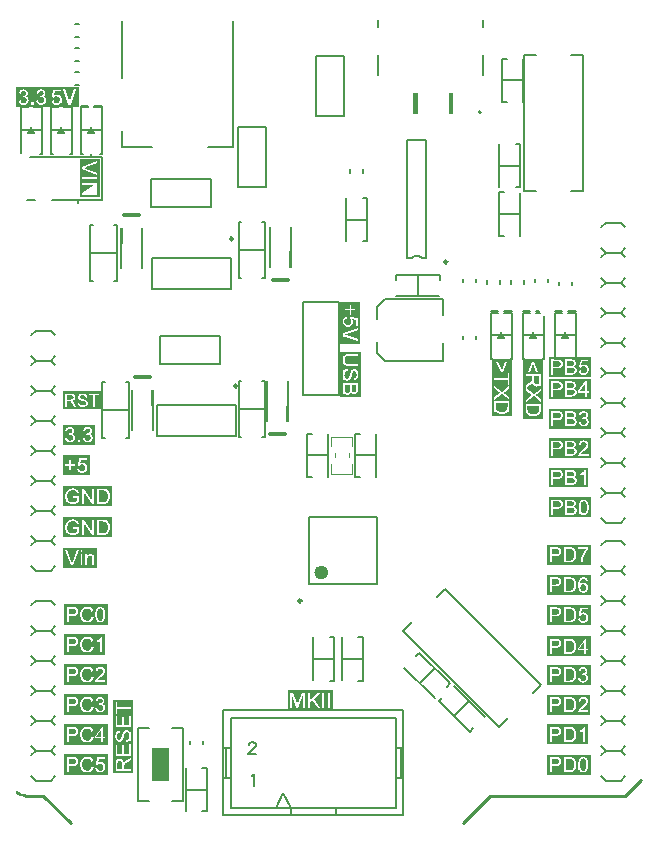
<source format=gbr>
G04*
G04 #@! TF.GenerationSoftware,Altium Limited,Altium Designer,24.2.2 (26)*
G04*
G04 Layer_Color=65535*
%FSLAX44Y44*%
%MOMM*%
G71*
G04*
G04 #@! TF.SameCoordinates,B43C7C8D-B24C-4B8E-A4ED-51BAA9CAD299*
G04*
G04*
G04 #@! TF.FilePolarity,Positive*
G04*
G01*
G75*
%ADD10C,0.2540*%
%ADD11C,0.2500*%
%ADD12C,0.2000*%
%ADD13C,0.6000*%
%ADD14C,0.1524*%
%ADD15C,0.2032*%
%ADD16C,0.1500*%
%ADD17C,0.3048*%
%ADD18C,0.1270*%
%ADD19C,0.1000*%
G36*
X1374790Y293338D02*
X1360790D01*
Y321338D01*
X1374790D01*
Y293338D01*
D02*
G37*
G36*
X1585722Y857758D02*
X1581912D01*
Y875792D01*
X1585722D01*
Y857758D01*
D02*
G37*
G36*
X1615948D02*
X1611884D01*
Y875792D01*
X1615948D01*
Y857758D01*
D02*
G37*
G36*
X1318138Y607868D02*
X1285240D01*
Y623125D01*
X1318138D01*
Y607868D01*
D02*
G37*
G36*
X1312571Y577850D02*
X1285240D01*
Y594941D01*
X1312571D01*
Y577850D01*
D02*
G37*
G36*
X1307960Y551940D02*
X1285240D01*
Y568809D01*
X1307960D01*
Y551940D01*
D02*
G37*
G36*
X1327125Y525641D02*
X1285240D01*
Y542899D01*
X1327125D01*
Y525641D01*
D02*
G37*
G36*
Y499342D02*
X1285240D01*
Y516600D01*
X1327125D01*
Y499342D01*
D02*
G37*
G36*
X1313830Y473710D02*
X1285240D01*
Y490523D01*
X1313830D01*
Y473710D01*
D02*
G37*
G36*
X1732427Y516328D02*
X1696820D01*
Y533420D01*
X1732427D01*
Y516328D01*
D02*
G37*
G36*
X1729983Y541689D02*
X1696820D01*
Y558558D01*
X1729983D01*
Y541689D01*
D02*
G37*
G36*
X1732335Y566604D02*
X1696820D01*
Y583474D01*
X1732335D01*
Y566604D01*
D02*
G37*
G36*
X1732464Y591298D02*
X1696820D01*
Y608389D01*
X1732464D01*
Y591298D01*
D02*
G37*
G36*
X1732409Y616658D02*
X1696820D01*
Y633472D01*
X1732409D01*
Y616658D01*
D02*
G37*
G36*
X1732557Y635000D02*
X1696820D01*
Y652036D01*
X1732557D01*
Y635000D01*
D02*
G37*
G36*
X1732076Y476250D02*
X1695450D01*
Y493063D01*
X1732076D01*
Y476250D01*
D02*
G37*
G36*
Y450548D02*
X1695450D01*
Y467640D01*
X1732076D01*
Y450548D01*
D02*
G37*
G36*
X1732169Y425125D02*
X1695450D01*
Y442160D01*
X1732169D01*
Y425125D01*
D02*
G37*
G36*
X1732021Y398780D02*
X1695450D01*
Y415593D01*
X1732021D01*
Y398780D01*
D02*
G37*
G36*
X1732076Y374444D02*
X1695450D01*
Y391535D01*
X1732076D01*
Y374444D01*
D02*
G37*
G36*
X1731947Y349409D02*
X1695450D01*
Y366278D01*
X1731947D01*
Y349409D01*
D02*
G37*
G36*
X1729595Y324151D02*
X1695450D01*
Y341021D01*
X1729595D01*
Y324151D01*
D02*
G37*
G36*
X1732039Y298450D02*
X1695450D01*
Y315541D01*
X1732039D01*
Y298450D01*
D02*
G37*
G36*
X1323229D02*
X1286510D01*
Y315708D01*
X1323229D01*
Y298450D01*
D02*
G37*
G36*
X1323081Y323850D02*
X1286510D01*
Y341108D01*
X1323081D01*
Y323850D01*
D02*
G37*
G36*
X1323136Y349250D02*
X1286510D01*
Y366508D01*
X1323136D01*
Y349250D01*
D02*
G37*
G36*
X1323007Y374650D02*
X1286510D01*
Y391908D01*
X1323007D01*
Y374650D01*
D02*
G37*
G36*
X1320655Y400050D02*
X1286510D01*
Y417308D01*
X1320655D01*
Y400050D01*
D02*
G37*
G36*
X1323099Y425450D02*
X1286510D01*
Y442708D01*
X1323099D01*
Y425450D01*
D02*
G37*
G36*
X1665273Y601911D02*
X1648460D01*
Y650240D01*
X1665273D01*
Y601911D01*
D02*
G37*
G36*
X1691944Y599930D02*
X1675130D01*
Y650240D01*
X1691944D01*
Y599930D01*
D02*
G37*
G36*
X1344930Y299720D02*
X1327672D01*
Y361640D01*
X1344930D01*
Y299720D01*
D02*
G37*
G36*
X1513625Y353060D02*
X1475740D01*
Y369874D01*
X1513625D01*
Y353060D01*
D02*
G37*
G36*
X1537448Y618131D02*
X1520190D01*
Y656590D01*
X1537448D01*
Y618131D01*
D02*
G37*
G36*
X1537226Y663262D02*
X1520190D01*
Y698500D01*
X1537226D01*
Y663262D01*
D02*
G37*
G36*
X1298826Y863600D02*
X1273810D01*
Y880636D01*
X1298826D01*
Y863600D01*
D02*
G37*
G36*
X1316504Y787515D02*
X1299690D01*
Y819846D01*
X1316504D01*
Y787515D01*
D02*
G37*
G36*
X1273201Y863600D02*
X1245870D01*
Y880691D01*
X1273201D01*
Y863600D01*
D02*
G37*
%LPC*%
G36*
X1302145Y621125D02*
X1301941D01*
X1301532Y621110D01*
X1301170Y621062D01*
X1300824Y620999D01*
X1300526Y620937D01*
X1300290Y620874D01*
X1300180Y620842D01*
X1300101Y620811D01*
X1300038Y620779D01*
X1299991Y620764D01*
X1299960Y620748D01*
X1299944D01*
X1299629Y620591D01*
X1299346Y620418D01*
X1299111Y620229D01*
X1298922Y620056D01*
X1298780Y619899D01*
X1298670Y619773D01*
X1298592Y619679D01*
X1298576Y619663D01*
Y619647D01*
X1298419Y619380D01*
X1298309Y619113D01*
X1298230Y618845D01*
X1298183Y618610D01*
X1298152Y618405D01*
X1298120Y618248D01*
Y618185D01*
Y618138D01*
Y618122D01*
Y618106D01*
X1298136Y617839D01*
X1298183Y617588D01*
X1298246Y617352D01*
X1298309Y617147D01*
X1298372Y616990D01*
X1298434Y616865D01*
X1298482Y616786D01*
X1298497Y616754D01*
X1298655Y616534D01*
X1298843Y616330D01*
X1299032Y616157D01*
X1299221Y616015D01*
X1299378Y615890D01*
X1299519Y615811D01*
X1299614Y615748D01*
X1299629Y615732D01*
X1299645D01*
X1299771Y615670D01*
X1299912Y615607D01*
X1300227Y615497D01*
X1300589Y615387D01*
X1300934Y615276D01*
X1301249Y615182D01*
X1301390Y615151D01*
X1301516Y615119D01*
X1301611Y615088D01*
X1301689Y615072D01*
X1301736Y615056D01*
X1301752D01*
X1302019Y614994D01*
X1302271Y614931D01*
X1302491Y614868D01*
X1302680Y614821D01*
X1302868Y614773D01*
X1303026Y614726D01*
X1303167Y614695D01*
X1303277Y614648D01*
X1303387Y614616D01*
X1303466Y614600D01*
X1303591Y614553D01*
X1303670Y614538D01*
X1303686Y614522D01*
X1303922Y614427D01*
X1304126Y614317D01*
X1304299Y614207D01*
X1304425Y614113D01*
X1304535Y614019D01*
X1304598Y613956D01*
X1304645Y613909D01*
X1304661Y613893D01*
X1304771Y613751D01*
X1304849Y613594D01*
X1304897Y613437D01*
X1304944Y613311D01*
X1304959Y613185D01*
X1304975Y613091D01*
Y613012D01*
Y612997D01*
X1304959Y612808D01*
X1304928Y612635D01*
X1304881Y612478D01*
X1304818Y612352D01*
X1304755Y612226D01*
X1304708Y612148D01*
X1304676Y612085D01*
X1304661Y612069D01*
X1304535Y611912D01*
X1304378Y611786D01*
X1304220Y611676D01*
X1304079Y611566D01*
X1303937Y611503D01*
X1303827Y611440D01*
X1303749Y611409D01*
X1303717Y611393D01*
X1303481Y611314D01*
X1303230Y611251D01*
X1302978Y611220D01*
X1302758Y611189D01*
X1302569Y611173D01*
X1302412Y611157D01*
X1302271D01*
X1301925Y611173D01*
X1301611Y611204D01*
X1301327Y611251D01*
X1301076Y611314D01*
X1300871Y611377D01*
X1300714Y611424D01*
X1300667Y611440D01*
X1300620Y611456D01*
X1300604Y611472D01*
X1300589D01*
X1300337Y611597D01*
X1300101Y611739D01*
X1299928Y611880D01*
X1299771Y612022D01*
X1299645Y612132D01*
X1299566Y612242D01*
X1299519Y612305D01*
X1299504Y612321D01*
X1299394Y612525D01*
X1299283Y612745D01*
X1299221Y612981D01*
X1299158Y613185D01*
X1299111Y613390D01*
X1299079Y613531D01*
Y613594D01*
X1299063Y613641D01*
Y613657D01*
Y613673D01*
X1297711Y613547D01*
X1297743Y613154D01*
X1297806Y612777D01*
X1297900Y612446D01*
X1298010Y612148D01*
X1298120Y611912D01*
X1298167Y611818D01*
X1298199Y611739D01*
X1298246Y611676D01*
X1298262Y611629D01*
X1298293Y611597D01*
Y611582D01*
X1298529Y611283D01*
X1298780Y611016D01*
X1299048Y610796D01*
X1299299Y610607D01*
X1299519Y610465D01*
X1299708Y610371D01*
X1299771Y610340D01*
X1299818Y610308D01*
X1299850Y610292D01*
X1299865D01*
X1300258Y610151D01*
X1300667Y610041D01*
X1301076Y609978D01*
X1301469Y609915D01*
X1301658Y609899D01*
X1301815Y609884D01*
X1301956D01*
X1302082Y609868D01*
X1302334D01*
X1302758Y609884D01*
X1303151Y609931D01*
X1303513Y610009D01*
X1303812Y610088D01*
X1304063Y610151D01*
X1304173Y610198D01*
X1304268Y610229D01*
X1304330Y610261D01*
X1304378Y610277D01*
X1304409Y610292D01*
X1304425D01*
X1304755Y610465D01*
X1305038Y610654D01*
X1305289Y610858D01*
X1305494Y611047D01*
X1305651Y611204D01*
X1305761Y611346D01*
X1305840Y611440D01*
X1305856Y611456D01*
Y611472D01*
X1306028Y611770D01*
X1306154Y612053D01*
X1306233Y612321D01*
X1306296Y612572D01*
X1306327Y612792D01*
X1306359Y612965D01*
Y613107D01*
X1306343Y613421D01*
X1306296Y613720D01*
X1306217Y613987D01*
X1306139Y614207D01*
X1306044Y614396D01*
X1305981Y614538D01*
X1305918Y614616D01*
X1305903Y614648D01*
X1305714Y614883D01*
X1305494Y615103D01*
X1305258Y615292D01*
X1305022Y615465D01*
X1304818Y615591D01*
X1304645Y615685D01*
X1304582Y615717D01*
X1304535Y615748D01*
X1304503Y615764D01*
X1304488D01*
X1304362Y615827D01*
X1304205Y615874D01*
X1304032Y615937D01*
X1303843Y616000D01*
X1303450Y616110D01*
X1303041Y616220D01*
X1302852Y616267D01*
X1302680Y616314D01*
X1302507Y616361D01*
X1302365Y616393D01*
X1302255Y616424D01*
X1302161Y616440D01*
X1302098Y616456D01*
X1302082D01*
X1301768Y616534D01*
X1301485Y616597D01*
X1301233Y616676D01*
X1301013Y616739D01*
X1300809Y616817D01*
X1300636Y616880D01*
X1300478Y616943D01*
X1300337Y616990D01*
X1300227Y617053D01*
X1300132Y617100D01*
X1300070Y617132D01*
X1300007Y617179D01*
X1299928Y617226D01*
X1299912Y617242D01*
X1299771Y617399D01*
X1299677Y617556D01*
X1299598Y617714D01*
X1299551Y617871D01*
X1299519Y617996D01*
X1299504Y618106D01*
Y618169D01*
Y618201D01*
X1299535Y618452D01*
X1299598Y618672D01*
X1299692Y618861D01*
X1299802Y619034D01*
X1299897Y619160D01*
X1299991Y619270D01*
X1300054Y619333D01*
X1300085Y619349D01*
X1300211Y619427D01*
X1300337Y619506D01*
X1300636Y619632D01*
X1300950Y619710D01*
X1301265Y619773D01*
X1301548Y619805D01*
X1301673Y619820D01*
X1301768Y619836D01*
X1301988D01*
X1302428Y619820D01*
X1302821Y619757D01*
X1303136Y619663D01*
X1303403Y619569D01*
X1303607Y619474D01*
X1303764Y619380D01*
X1303843Y619317D01*
X1303875Y619301D01*
X1304095Y619081D01*
X1304268Y618845D01*
X1304409Y618594D01*
X1304503Y618342D01*
X1304566Y618106D01*
X1304613Y617934D01*
X1304629Y617855D01*
X1304645Y617808D01*
Y617776D01*
Y617761D01*
X1306028Y617871D01*
X1305997Y618217D01*
X1305918Y618531D01*
X1305840Y618830D01*
X1305730Y619081D01*
X1305635Y619286D01*
X1305557Y619443D01*
X1305525Y619490D01*
X1305494Y619537D01*
X1305478Y619553D01*
Y619569D01*
X1305274Y619836D01*
X1305054Y620072D01*
X1304818Y620276D01*
X1304582Y620434D01*
X1304378Y620575D01*
X1304220Y620654D01*
X1304158Y620685D01*
X1304110Y620717D01*
X1304079Y620732D01*
X1304063D01*
X1303717Y620858D01*
X1303340Y620952D01*
X1302994Y621031D01*
X1302664Y621078D01*
X1302365Y621110D01*
X1302255D01*
X1302145Y621125D01*
D02*
G37*
G36*
X1316138Y620937D02*
X1307522D01*
Y619647D01*
X1311107D01*
Y610057D01*
X1312553D01*
Y619647D01*
X1316138D01*
Y620937D01*
D02*
G37*
G36*
X1292287D02*
X1287240D01*
Y610057D01*
X1288687D01*
Y614883D01*
X1290542D01*
X1290715Y614868D01*
X1290840D01*
X1290950Y614852D01*
X1291029Y614836D01*
X1291092D01*
X1291124Y614821D01*
X1291139D01*
X1291391Y614742D01*
X1291501Y614695D01*
X1291595Y614648D01*
X1291689Y614600D01*
X1291752Y614569D01*
X1291784Y614553D01*
X1291800Y614538D01*
X1291925Y614443D01*
X1292051Y614333D01*
X1292287Y614097D01*
X1292397Y613987D01*
X1292476Y613893D01*
X1292523Y613830D01*
X1292538Y613814D01*
X1292696Y613594D01*
X1292869Y613358D01*
X1293042Y613107D01*
X1293215Y612871D01*
X1293356Y612651D01*
X1293466Y612478D01*
X1293513Y612415D01*
X1293545Y612368D01*
X1293576Y612336D01*
Y612321D01*
X1295007Y610057D01*
X1296799D01*
X1294928Y613012D01*
X1294708Y613327D01*
X1294504Y613610D01*
X1294299Y613846D01*
X1294126Y614066D01*
X1293969Y614223D01*
X1293844Y614349D01*
X1293765Y614427D01*
X1293733Y614459D01*
X1293608Y614553D01*
X1293466Y614663D01*
X1293183Y614836D01*
X1293057Y614899D01*
X1292963Y614962D01*
X1292900Y614994D01*
X1292869Y615009D01*
X1293152Y615056D01*
X1293419Y615103D01*
X1293655Y615182D01*
X1293891Y615245D01*
X1294095Y615324D01*
X1294284Y615418D01*
X1294457Y615497D01*
X1294614Y615575D01*
X1294740Y615670D01*
X1294866Y615748D01*
X1294960Y615811D01*
X1295038Y615874D01*
X1295101Y615921D01*
X1295148Y615968D01*
X1295164Y615984D01*
X1295180Y616000D01*
X1295306Y616157D01*
X1295432Y616314D01*
X1295620Y616644D01*
X1295746Y616974D01*
X1295840Y617289D01*
X1295903Y617556D01*
X1295919Y617666D01*
Y617776D01*
X1295935Y617855D01*
Y617918D01*
Y617949D01*
Y617965D01*
X1295919Y618295D01*
X1295872Y618594D01*
X1295793Y618877D01*
X1295715Y619113D01*
X1295620Y619317D01*
X1295557Y619474D01*
X1295494Y619569D01*
X1295479Y619585D01*
Y619600D01*
X1295290Y619852D01*
X1295101Y620072D01*
X1294897Y620261D01*
X1294708Y620402D01*
X1294535Y620512D01*
X1294394Y620575D01*
X1294299Y620622D01*
X1294284Y620638D01*
X1294268D01*
X1294126Y620685D01*
X1293954Y620732D01*
X1293608Y620811D01*
X1293230Y620858D01*
X1292884Y620905D01*
X1292554Y620921D01*
X1292413D01*
X1292287Y620937D01*
D02*
G37*
%LPD*%
G36*
X1292538Y619710D02*
X1292900Y619647D01*
X1293215Y619569D01*
X1293450Y619474D01*
X1293655Y619380D01*
X1293781Y619301D01*
X1293859Y619239D01*
X1293891Y619223D01*
X1294079Y619018D01*
X1294221Y618814D01*
X1294315Y618594D01*
X1294394Y618405D01*
X1294425Y618217D01*
X1294441Y618075D01*
X1294457Y617981D01*
Y617965D01*
Y617949D01*
X1294441Y617761D01*
X1294409Y617572D01*
X1294362Y617415D01*
X1294315Y617273D01*
X1294252Y617147D01*
X1294205Y617053D01*
X1294174Y616990D01*
X1294158Y616974D01*
X1294048Y616817D01*
X1293906Y616676D01*
X1293765Y616566D01*
X1293623Y616471D01*
X1293498Y616409D01*
X1293403Y616361D01*
X1293340Y616330D01*
X1293309Y616314D01*
X1293089Y616251D01*
X1292837Y616204D01*
X1292586Y616173D01*
X1292334Y616157D01*
X1292114Y616141D01*
X1291925Y616125D01*
X1288687D01*
Y619726D01*
X1292114D01*
X1292538Y619710D01*
D02*
G37*
%LPC*%
G36*
X1306368Y592941D02*
X1305905D01*
X1305645Y592904D01*
X1305146Y592812D01*
X1304720Y592663D01*
X1304349Y592515D01*
X1304183Y592423D01*
X1304053Y592349D01*
X1303923Y592275D01*
X1303831Y592201D01*
X1303757Y592145D01*
X1303701Y592108D01*
X1303664Y592089D01*
X1303646Y592071D01*
X1303294Y591719D01*
X1303016Y591330D01*
X1302794Y590923D01*
X1302609Y590516D01*
X1302498Y590164D01*
X1302442Y590016D01*
X1302405Y589886D01*
X1302387Y589775D01*
X1302368Y589701D01*
X1302350Y589645D01*
Y589627D01*
X1303923Y589349D01*
X1303997Y589756D01*
X1304109Y590108D01*
X1304238Y590404D01*
X1304368Y590645D01*
X1304498Y590830D01*
X1304609Y590960D01*
X1304683Y591053D01*
X1304701Y591071D01*
X1304942Y591256D01*
X1305201Y591404D01*
X1305442Y591497D01*
X1305683Y591571D01*
X1305905Y591608D01*
X1306071Y591645D01*
X1306219D01*
X1306553Y591627D01*
X1306849Y591553D01*
X1307108Y591460D01*
X1307330Y591367D01*
X1307497Y591256D01*
X1307627Y591164D01*
X1307719Y591090D01*
X1307738Y591071D01*
X1307942Y590849D01*
X1308090Y590608D01*
X1308182Y590367D01*
X1308256Y590145D01*
X1308293Y589941D01*
X1308330Y589793D01*
Y589682D01*
Y589664D01*
Y589645D01*
Y589442D01*
X1308293Y589256D01*
X1308201Y588942D01*
X1308071Y588664D01*
X1307923Y588423D01*
X1307775Y588256D01*
X1307645Y588127D01*
X1307553Y588053D01*
X1307534Y588034D01*
X1307516D01*
X1307201Y587868D01*
X1306905Y587738D01*
X1306590Y587645D01*
X1306312Y587590D01*
X1306071Y587553D01*
X1305868Y587516D01*
X1305627D01*
X1305553Y587534D01*
X1305460D01*
X1305275Y586146D01*
X1305516Y586201D01*
X1305738Y586238D01*
X1305923Y586275D01*
X1306090Y586294D01*
X1306219Y586312D01*
X1306386D01*
X1306775Y586275D01*
X1307127Y586201D01*
X1307442Y586090D01*
X1307701Y585960D01*
X1307905Y585831D01*
X1308053Y585720D01*
X1308145Y585646D01*
X1308182Y585609D01*
X1308423Y585331D01*
X1308608Y585035D01*
X1308738Y584738D01*
X1308812Y584442D01*
X1308867Y584201D01*
X1308886Y583998D01*
X1308904Y583924D01*
Y583868D01*
Y583831D01*
Y583812D01*
X1308867Y583405D01*
X1308775Y583035D01*
X1308664Y582720D01*
X1308516Y582442D01*
X1308367Y582220D01*
X1308256Y582053D01*
X1308164Y581942D01*
X1308127Y581905D01*
X1307831Y581646D01*
X1307516Y581461D01*
X1307201Y581331D01*
X1306905Y581239D01*
X1306645Y581183D01*
X1306442Y581165D01*
X1306368Y581146D01*
X1306257D01*
X1305923Y581165D01*
X1305609Y581239D01*
X1305331Y581331D01*
X1305108Y581442D01*
X1304923Y581535D01*
X1304775Y581628D01*
X1304701Y581702D01*
X1304664Y581720D01*
X1304442Y581979D01*
X1304257Y582276D01*
X1304090Y582590D01*
X1303961Y582924D01*
X1303868Y583201D01*
X1303831Y583331D01*
X1303812Y583442D01*
X1303794Y583535D01*
X1303775Y583609D01*
X1303757Y583646D01*
Y583664D01*
X1302183Y583461D01*
X1302220Y583164D01*
X1302276Y582887D01*
X1302442Y582368D01*
X1302646Y581924D01*
X1302757Y581739D01*
X1302868Y581553D01*
X1302979Y581387D01*
X1303090Y581257D01*
X1303183Y581128D01*
X1303275Y581035D01*
X1303331Y580961D01*
X1303387Y580905D01*
X1303423Y580868D01*
X1303442Y580850D01*
X1303664Y580683D01*
X1303886Y580517D01*
X1304109Y580387D01*
X1304349Y580276D01*
X1304812Y580091D01*
X1305257Y579980D01*
X1305460Y579943D01*
X1305645Y579906D01*
X1305812Y579887D01*
X1305960Y579869D01*
X1306071Y579850D01*
X1306238D01*
X1306590Y579869D01*
X1306905Y579906D01*
X1307219Y579961D01*
X1307516Y580035D01*
X1307793Y580128D01*
X1308034Y580220D01*
X1308275Y580331D01*
X1308479Y580443D01*
X1308682Y580535D01*
X1308849Y580646D01*
X1308997Y580739D01*
X1309108Y580831D01*
X1309201Y580905D01*
X1309275Y580961D01*
X1309312Y580998D01*
X1309330Y581017D01*
X1309552Y581239D01*
X1309738Y581479D01*
X1309904Y581720D01*
X1310052Y581961D01*
X1310164Y582183D01*
X1310275Y582424D01*
X1310423Y582868D01*
X1310460Y583072D01*
X1310497Y583257D01*
X1310534Y583424D01*
X1310552Y583572D01*
X1310571Y583683D01*
Y583850D01*
X1310552Y584294D01*
X1310478Y584701D01*
X1310367Y585053D01*
X1310256Y585349D01*
X1310145Y585590D01*
X1310034Y585775D01*
X1309960Y585886D01*
X1309941Y585923D01*
X1309682Y586201D01*
X1309404Y586442D01*
X1309108Y586627D01*
X1308812Y586775D01*
X1308553Y586886D01*
X1308349Y586960D01*
X1308275Y586979D01*
X1308219Y586997D01*
X1308182Y587016D01*
X1308164D01*
X1308479Y587183D01*
X1308738Y587349D01*
X1308960Y587534D01*
X1309145Y587701D01*
X1309293Y587849D01*
X1309404Y587979D01*
X1309460Y588053D01*
X1309478Y588090D01*
X1309627Y588349D01*
X1309738Y588608D01*
X1309830Y588868D01*
X1309886Y589108D01*
X1309923Y589312D01*
X1309941Y589460D01*
Y589571D01*
Y589608D01*
X1309923Y589923D01*
X1309867Y590238D01*
X1309793Y590516D01*
X1309701Y590756D01*
X1309608Y590960D01*
X1309534Y591127D01*
X1309478Y591219D01*
X1309460Y591256D01*
X1309275Y591534D01*
X1309053Y591775D01*
X1308830Y591978D01*
X1308608Y592164D01*
X1308423Y592293D01*
X1308256Y592404D01*
X1308145Y592460D01*
X1308127Y592478D01*
X1308108D01*
X1307775Y592626D01*
X1307442Y592738D01*
X1307108Y592830D01*
X1306812Y592886D01*
X1306571Y592923D01*
X1306368Y592941D01*
D02*
G37*
G36*
X1291425D02*
X1290962D01*
X1290703Y592904D01*
X1290203Y592812D01*
X1289777Y592663D01*
X1289406Y592515D01*
X1289240Y592423D01*
X1289110Y592349D01*
X1288981Y592275D01*
X1288888Y592201D01*
X1288814Y592145D01*
X1288758Y592108D01*
X1288721Y592089D01*
X1288703Y592071D01*
X1288351Y591719D01*
X1288073Y591330D01*
X1287851Y590923D01*
X1287666Y590516D01*
X1287555Y590164D01*
X1287499Y590016D01*
X1287462Y589886D01*
X1287444Y589775D01*
X1287425Y589701D01*
X1287407Y589645D01*
Y589627D01*
X1288981Y589349D01*
X1289055Y589756D01*
X1289166Y590108D01*
X1289295Y590404D01*
X1289425Y590645D01*
X1289555Y590830D01*
X1289666Y590960D01*
X1289740Y591053D01*
X1289758Y591071D01*
X1289999Y591256D01*
X1290258Y591404D01*
X1290499Y591497D01*
X1290740Y591571D01*
X1290962Y591608D01*
X1291129Y591645D01*
X1291277D01*
X1291610Y591627D01*
X1291906Y591553D01*
X1292165Y591460D01*
X1292388Y591367D01*
X1292554Y591256D01*
X1292684Y591164D01*
X1292776Y591090D01*
X1292795Y591071D01*
X1292999Y590849D01*
X1293147Y590608D01*
X1293239Y590367D01*
X1293313Y590145D01*
X1293351Y589941D01*
X1293387Y589793D01*
Y589682D01*
Y589664D01*
Y589645D01*
Y589442D01*
X1293351Y589256D01*
X1293258Y588942D01*
X1293128Y588664D01*
X1292980Y588423D01*
X1292832Y588256D01*
X1292702Y588127D01*
X1292610Y588053D01*
X1292591Y588034D01*
X1292573D01*
X1292258Y587868D01*
X1291962Y587738D01*
X1291647Y587645D01*
X1291369Y587590D01*
X1291129Y587553D01*
X1290925Y587516D01*
X1290684D01*
X1290610Y587534D01*
X1290517D01*
X1290332Y586146D01*
X1290573Y586201D01*
X1290795Y586238D01*
X1290980Y586275D01*
X1291147Y586294D01*
X1291277Y586312D01*
X1291443D01*
X1291832Y586275D01*
X1292184Y586201D01*
X1292499Y586090D01*
X1292758Y585960D01*
X1292962Y585831D01*
X1293110Y585720D01*
X1293202Y585646D01*
X1293239Y585609D01*
X1293480Y585331D01*
X1293665Y585035D01*
X1293795Y584738D01*
X1293869Y584442D01*
X1293925Y584201D01*
X1293943Y583998D01*
X1293961Y583924D01*
Y583868D01*
Y583831D01*
Y583812D01*
X1293925Y583405D01*
X1293832Y583035D01*
X1293721Y582720D01*
X1293573Y582442D01*
X1293425Y582220D01*
X1293313Y582053D01*
X1293221Y581942D01*
X1293184Y581905D01*
X1292888Y581646D01*
X1292573Y581461D01*
X1292258Y581331D01*
X1291962Y581239D01*
X1291703Y581183D01*
X1291499Y581165D01*
X1291425Y581146D01*
X1291314D01*
X1290980Y581165D01*
X1290666Y581239D01*
X1290388Y581331D01*
X1290166Y581442D01*
X1289980Y581535D01*
X1289832Y581628D01*
X1289758Y581702D01*
X1289721Y581720D01*
X1289499Y581979D01*
X1289314Y582276D01*
X1289147Y582590D01*
X1289018Y582924D01*
X1288925Y583201D01*
X1288888Y583331D01*
X1288869Y583442D01*
X1288851Y583535D01*
X1288832Y583609D01*
X1288814Y583646D01*
Y583664D01*
X1287240Y583461D01*
X1287277Y583164D01*
X1287333Y582887D01*
X1287499Y582368D01*
X1287703Y581924D01*
X1287814Y581739D01*
X1287925Y581553D01*
X1288036Y581387D01*
X1288147Y581257D01*
X1288240Y581128D01*
X1288333Y581035D01*
X1288388Y580961D01*
X1288444Y580905D01*
X1288481Y580868D01*
X1288499Y580850D01*
X1288721Y580683D01*
X1288943Y580517D01*
X1289166Y580387D01*
X1289406Y580276D01*
X1289869Y580091D01*
X1290314Y579980D01*
X1290517Y579943D01*
X1290703Y579906D01*
X1290869Y579887D01*
X1291017Y579869D01*
X1291129Y579850D01*
X1291295D01*
X1291647Y579869D01*
X1291962Y579906D01*
X1292276Y579961D01*
X1292573Y580035D01*
X1292850Y580128D01*
X1293091Y580220D01*
X1293332Y580331D01*
X1293536Y580443D01*
X1293739Y580535D01*
X1293906Y580646D01*
X1294054Y580739D01*
X1294165Y580831D01*
X1294258Y580905D01*
X1294332Y580961D01*
X1294369Y580998D01*
X1294387Y581017D01*
X1294610Y581239D01*
X1294795Y581479D01*
X1294961Y581720D01*
X1295110Y581961D01*
X1295221Y582183D01*
X1295332Y582424D01*
X1295480Y582868D01*
X1295517Y583072D01*
X1295554Y583257D01*
X1295591Y583424D01*
X1295609Y583572D01*
X1295628Y583683D01*
Y583850D01*
X1295609Y584294D01*
X1295535Y584701D01*
X1295424Y585053D01*
X1295313Y585349D01*
X1295202Y585590D01*
X1295091Y585775D01*
X1295017Y585886D01*
X1294998Y585923D01*
X1294739Y586201D01*
X1294462Y586442D01*
X1294165Y586627D01*
X1293869Y586775D01*
X1293610Y586886D01*
X1293406Y586960D01*
X1293332Y586979D01*
X1293276Y586997D01*
X1293239Y587016D01*
X1293221D01*
X1293536Y587183D01*
X1293795Y587349D01*
X1294017Y587534D01*
X1294202Y587701D01*
X1294350Y587849D01*
X1294462Y587979D01*
X1294517Y588053D01*
X1294536Y588090D01*
X1294684Y588349D01*
X1294795Y588608D01*
X1294887Y588868D01*
X1294943Y589108D01*
X1294980Y589312D01*
X1294998Y589460D01*
Y589571D01*
Y589608D01*
X1294980Y589923D01*
X1294924Y590238D01*
X1294850Y590516D01*
X1294758Y590756D01*
X1294665Y590960D01*
X1294591Y591127D01*
X1294536Y591219D01*
X1294517Y591256D01*
X1294332Y591534D01*
X1294110Y591775D01*
X1293887Y591978D01*
X1293665Y592164D01*
X1293480Y592293D01*
X1293313Y592404D01*
X1293202Y592460D01*
X1293184Y592478D01*
X1293165D01*
X1292832Y592626D01*
X1292499Y592738D01*
X1292165Y592830D01*
X1291869Y592886D01*
X1291628Y592923D01*
X1291425Y592941D01*
D02*
G37*
G36*
X1299868Y581868D02*
X1298072D01*
Y580072D01*
X1299868D01*
Y581868D01*
D02*
G37*
G36*
X1292202Y564698D02*
X1290721D01*
Y561217D01*
X1287240D01*
Y559754D01*
X1290721D01*
Y556236D01*
X1292202D01*
Y559754D01*
X1295684D01*
Y561217D01*
X1292202D01*
Y564698D01*
D02*
G37*
G36*
X1305349Y566809D02*
X1298979D01*
X1297739Y560217D01*
X1299220Y560013D01*
X1299350Y560217D01*
X1299516Y560384D01*
X1299665Y560550D01*
X1299813Y560680D01*
X1299961Y560773D01*
X1300072Y560865D01*
X1300146Y560902D01*
X1300165Y560921D01*
X1300405Y561032D01*
X1300646Y561124D01*
X1300868Y561180D01*
X1301090Y561236D01*
X1301276Y561254D01*
X1301424Y561273D01*
X1301776D01*
X1301998Y561236D01*
X1302387Y561143D01*
X1302720Y561013D01*
X1303016Y560884D01*
X1303238Y560736D01*
X1303405Y560606D01*
X1303498Y560513D01*
X1303535Y560495D01*
Y560476D01*
X1303794Y560162D01*
X1303979Y559828D01*
X1304109Y559476D01*
X1304201Y559125D01*
X1304257Y558828D01*
X1304275Y558699D01*
Y558588D01*
X1304294Y558495D01*
Y558421D01*
Y558384D01*
Y558365D01*
Y558106D01*
X1304257Y557865D01*
X1304164Y557403D01*
X1304035Y557014D01*
X1303905Y556699D01*
X1303757Y556440D01*
X1303627Y556236D01*
X1303572Y556180D01*
X1303535Y556125D01*
X1303516Y556106D01*
X1303498Y556088D01*
X1303349Y555940D01*
X1303201Y555810D01*
X1302868Y555588D01*
X1302553Y555440D01*
X1302238Y555347D01*
X1301979Y555273D01*
X1301757Y555255D01*
X1301683Y555236D01*
X1301572D01*
X1301220Y555255D01*
X1300905Y555329D01*
X1300627Y555421D01*
X1300405Y555532D01*
X1300202Y555644D01*
X1300054Y555736D01*
X1299979Y555810D01*
X1299942Y555829D01*
X1299720Y556088D01*
X1299535Y556366D01*
X1299387Y556680D01*
X1299276Y556958D01*
X1299202Y557236D01*
X1299146Y557440D01*
X1299128Y557532D01*
X1299109Y557588D01*
Y557625D01*
Y557643D01*
X1297461Y557514D01*
X1297498Y557217D01*
X1297554Y556940D01*
X1297720Y556421D01*
X1297924Y555977D01*
X1298035Y555773D01*
X1298146Y555606D01*
X1298239Y555440D01*
X1298350Y555292D01*
X1298443Y555181D01*
X1298535Y555088D01*
X1298609Y555014D01*
X1298646Y554940D01*
X1298683Y554921D01*
X1298702Y554903D01*
X1298924Y554736D01*
X1299146Y554588D01*
X1299387Y554458D01*
X1299628Y554347D01*
X1300090Y554181D01*
X1300553Y554070D01*
X1300757Y554014D01*
X1300961Y553996D01*
X1301127Y553977D01*
X1301276Y553959D01*
X1301405Y553940D01*
X1301572D01*
X1301961Y553959D01*
X1302331Y554014D01*
X1302683Y554088D01*
X1302998Y554181D01*
X1303294Y554310D01*
X1303572Y554440D01*
X1303831Y554570D01*
X1304053Y554718D01*
X1304257Y554866D01*
X1304442Y554995D01*
X1304590Y555144D01*
X1304720Y555255D01*
X1304812Y555347D01*
X1304886Y555421D01*
X1304923Y555477D01*
X1304942Y555495D01*
X1305127Y555736D01*
X1305275Y555995D01*
X1305423Y556236D01*
X1305534Y556495D01*
X1305720Y556995D01*
X1305831Y557477D01*
X1305868Y557680D01*
X1305905Y557884D01*
X1305923Y558051D01*
X1305942Y558199D01*
X1305960Y558328D01*
Y558495D01*
X1305942Y558828D01*
X1305905Y559143D01*
X1305849Y559458D01*
X1305775Y559736D01*
X1305683Y559995D01*
X1305590Y560254D01*
X1305479Y560476D01*
X1305386Y560680D01*
X1305275Y560865D01*
X1305164Y561032D01*
X1305072Y561161D01*
X1304979Y561291D01*
X1304905Y561384D01*
X1304849Y561439D01*
X1304812Y561476D01*
X1304794Y561495D01*
X1304572Y561698D01*
X1304349Y561884D01*
X1304109Y562032D01*
X1303868Y562161D01*
X1303627Y562291D01*
X1303387Y562383D01*
X1302942Y562513D01*
X1302738Y562569D01*
X1302553Y562606D01*
X1302387Y562624D01*
X1302238Y562643D01*
X1302127Y562661D01*
X1301720D01*
X1301498Y562624D01*
X1301053Y562532D01*
X1300646Y562402D01*
X1300276Y562254D01*
X1299979Y562106D01*
X1299850Y562032D01*
X1299739Y561976D01*
X1299646Y561921D01*
X1299591Y561884D01*
X1299554Y561865D01*
X1299535Y561847D01*
X1300220Y565309D01*
X1305349D01*
Y566809D01*
D02*
G37*
G36*
X1293887Y540899D02*
X1293295D01*
X1292962Y540862D01*
X1292314Y540769D01*
X1292017Y540714D01*
X1291740Y540640D01*
X1291480Y540584D01*
X1291240Y540510D01*
X1291017Y540436D01*
X1290832Y540362D01*
X1290666Y540288D01*
X1290517Y540232D01*
X1290406Y540177D01*
X1290332Y540140D01*
X1290277Y540121D01*
X1290258Y540103D01*
X1289999Y539936D01*
X1289740Y539770D01*
X1289295Y539381D01*
X1288907Y538992D01*
X1288592Y538584D01*
X1288333Y538233D01*
X1288240Y538084D01*
X1288166Y537936D01*
X1288092Y537825D01*
X1288055Y537751D01*
X1288036Y537696D01*
X1288018Y537677D01*
X1287758Y537066D01*
X1287573Y536455D01*
X1287425Y535863D01*
X1287388Y535585D01*
X1287333Y535326D01*
X1287314Y535085D01*
X1287277Y534881D01*
X1287258Y534677D01*
Y534511D01*
X1287240Y534381D01*
Y534196D01*
X1287277Y533511D01*
X1287370Y532863D01*
X1287425Y532566D01*
X1287481Y532289D01*
X1287555Y532011D01*
X1287629Y531770D01*
X1287703Y531548D01*
X1287777Y531363D01*
X1287832Y531178D01*
X1287888Y531048D01*
X1287944Y530919D01*
X1287981Y530844D01*
X1288018Y530789D01*
Y530770D01*
X1288351Y530233D01*
X1288721Y529771D01*
X1289110Y529363D01*
X1289480Y529030D01*
X1289832Y528771D01*
X1289962Y528678D01*
X1290092Y528586D01*
X1290203Y528530D01*
X1290277Y528474D01*
X1290332Y528456D01*
X1290351Y528437D01*
X1290647Y528289D01*
X1290943Y528178D01*
X1291536Y527974D01*
X1292110Y527845D01*
X1292647Y527734D01*
X1292888Y527715D01*
X1293110Y527678D01*
X1293313Y527660D01*
X1293480D01*
X1293610Y527641D01*
X1293795D01*
X1294313Y527660D01*
X1294813Y527715D01*
X1295276Y527808D01*
X1295684Y527900D01*
X1295850Y527937D01*
X1296017Y527974D01*
X1296165Y528030D01*
X1296295Y528067D01*
X1296387Y528104D01*
X1296461Y528122D01*
X1296498Y528141D01*
X1296517D01*
X1297017Y528345D01*
X1297480Y528586D01*
X1297924Y528845D01*
X1298313Y529085D01*
X1298480Y529197D01*
X1298646Y529308D01*
X1298776Y529400D01*
X1298887Y529474D01*
X1298979Y529548D01*
X1299054Y529604D01*
X1299091Y529622D01*
X1299109Y529641D01*
Y534400D01*
X1293665D01*
Y532881D01*
X1297443D01*
Y530474D01*
X1297220Y530289D01*
X1296961Y530122D01*
X1296684Y529974D01*
X1296424Y529845D01*
X1296202Y529734D01*
X1295998Y529641D01*
X1295924Y529604D01*
X1295887Y529585D01*
X1295850Y529567D01*
X1295832D01*
X1295443Y529437D01*
X1295054Y529326D01*
X1294702Y529252D01*
X1294369Y529215D01*
X1294091Y529178D01*
X1293980D01*
X1293869Y529160D01*
X1293684D01*
X1293221Y529178D01*
X1292776Y529252D01*
X1292369Y529345D01*
X1291999Y529437D01*
X1291703Y529548D01*
X1291573Y529585D01*
X1291480Y529622D01*
X1291388Y529659D01*
X1291332Y529697D01*
X1291295Y529715D01*
X1291277D01*
X1290888Y529956D01*
X1290536Y530215D01*
X1290240Y530493D01*
X1289999Y530770D01*
X1289795Y531030D01*
X1289666Y531233D01*
X1289610Y531307D01*
X1289592Y531363D01*
X1289555Y531400D01*
Y531418D01*
X1289369Y531881D01*
X1289221Y532363D01*
X1289129Y532844D01*
X1289055Y533307D01*
X1289036Y533511D01*
X1289018Y533696D01*
X1288999Y533881D01*
Y534029D01*
X1288981Y534140D01*
Y534233D01*
Y534289D01*
Y534307D01*
X1288999Y534826D01*
X1289055Y535289D01*
X1289129Y535733D01*
X1289221Y536122D01*
X1289258Y536288D01*
X1289314Y536437D01*
X1289351Y536566D01*
X1289388Y536677D01*
X1289425Y536770D01*
X1289444Y536825D01*
X1289462Y536862D01*
Y536881D01*
X1289592Y537140D01*
X1289721Y537381D01*
X1289851Y537603D01*
X1289980Y537788D01*
X1290092Y537936D01*
X1290184Y538066D01*
X1290258Y538140D01*
X1290277Y538158D01*
X1290480Y538362D01*
X1290703Y538547D01*
X1290943Y538695D01*
X1291165Y538844D01*
X1291351Y538936D01*
X1291499Y539029D01*
X1291610Y539066D01*
X1291647Y539084D01*
X1291980Y539214D01*
X1292314Y539307D01*
X1292665Y539362D01*
X1292980Y539418D01*
X1293258Y539436D01*
X1293369D01*
X1293462Y539455D01*
X1293665D01*
X1294017Y539436D01*
X1294350Y539399D01*
X1294647Y539344D01*
X1294906Y539288D01*
X1295128Y539214D01*
X1295295Y539158D01*
X1295387Y539121D01*
X1295424Y539103D01*
X1295702Y538973D01*
X1295943Y538825D01*
X1296165Y538677D01*
X1296332Y538529D01*
X1296461Y538399D01*
X1296572Y538307D01*
X1296628Y538233D01*
X1296646Y538214D01*
X1296813Y537992D01*
X1296943Y537733D01*
X1297072Y537492D01*
X1297183Y537233D01*
X1297258Y537010D01*
X1297313Y536844D01*
X1297332Y536770D01*
X1297350Y536714D01*
X1297369Y536696D01*
Y536677D01*
X1298905Y537085D01*
X1298776Y537547D01*
X1298609Y537955D01*
X1298443Y538325D01*
X1298294Y538621D01*
X1298146Y538862D01*
X1298035Y539029D01*
X1297961Y539140D01*
X1297924Y539177D01*
X1297665Y539473D01*
X1297387Y539714D01*
X1297091Y539936D01*
X1296813Y540121D01*
X1296554Y540251D01*
X1296350Y540362D01*
X1296276Y540399D01*
X1296221Y540418D01*
X1296183Y540436D01*
X1296165D01*
X1295739Y540584D01*
X1295295Y540695D01*
X1294887Y540788D01*
X1294498Y540843D01*
X1294147Y540881D01*
X1293999D01*
X1293887Y540899D01*
D02*
G37*
G36*
X1311682Y540677D02*
X1310052D01*
Y530604D01*
X1303331Y540677D01*
X1301590D01*
Y527863D01*
X1303220D01*
Y537918D01*
X1309923Y527863D01*
X1311682D01*
Y540677D01*
D02*
G37*
G36*
X1319459D02*
X1314534D01*
Y527863D01*
X1319144D01*
X1319570Y527882D01*
X1319959Y527900D01*
X1320311Y527937D01*
X1320607Y527974D01*
X1320866Y528011D01*
X1321051Y528030D01*
X1321107Y528049D01*
X1321162Y528067D01*
X1321199D01*
X1321533Y528160D01*
X1321829Y528271D01*
X1322088Y528363D01*
X1322310Y528474D01*
X1322496Y528567D01*
X1322625Y528641D01*
X1322699Y528697D01*
X1322736Y528715D01*
X1322977Y528882D01*
X1323181Y529085D01*
X1323384Y529271D01*
X1323551Y529456D01*
X1323699Y529622D01*
X1323810Y529752D01*
X1323884Y529845D01*
X1323903Y529882D01*
X1324088Y530178D01*
X1324273Y530493D01*
X1324421Y530789D01*
X1324532Y531085D01*
X1324644Y531344D01*
X1324718Y531548D01*
X1324736Y531622D01*
X1324755Y531678D01*
X1324773Y531715D01*
Y531733D01*
X1324884Y532178D01*
X1324977Y532622D01*
X1325032Y533048D01*
X1325088Y533455D01*
X1325106Y533807D01*
Y533955D01*
X1325125Y534085D01*
Y534326D01*
X1325106Y534955D01*
X1325051Y535529D01*
X1324958Y536048D01*
X1324921Y536288D01*
X1324866Y536492D01*
X1324810Y536696D01*
X1324773Y536862D01*
X1324736Y537010D01*
X1324681Y537140D01*
X1324662Y537251D01*
X1324625Y537325D01*
X1324606Y537362D01*
Y537381D01*
X1324403Y537862D01*
X1324162Y538288D01*
X1323903Y538658D01*
X1323662Y538973D01*
X1323440Y539232D01*
X1323255Y539418D01*
X1323181Y539473D01*
X1323125Y539529D01*
X1323107Y539547D01*
X1323088Y539566D01*
X1322792Y539807D01*
X1322477Y539992D01*
X1322162Y540158D01*
X1321866Y540288D01*
X1321607Y540381D01*
X1321403Y540436D01*
X1321329Y540473D01*
X1321273D01*
X1321237Y540492D01*
X1321218D01*
X1320903Y540547D01*
X1320533Y540603D01*
X1320163Y540640D01*
X1319792Y540658D01*
X1319459Y540677D01*
D02*
G37*
%LPD*%
G36*
X1319440Y539140D02*
X1319681D01*
X1319903Y539121D01*
X1320274Y539066D01*
X1320570Y539029D01*
X1320811Y538973D01*
X1320977Y538918D01*
X1321070Y538899D01*
X1321107Y538881D01*
X1321440Y538714D01*
X1321755Y538510D01*
X1322033Y538270D01*
X1322273Y538029D01*
X1322459Y537807D01*
X1322607Y537622D01*
X1322644Y537547D01*
X1322681Y537492D01*
X1322718Y537455D01*
Y537436D01*
X1322829Y537233D01*
X1322940Y536992D01*
X1323107Y536511D01*
X1323218Y535992D01*
X1323310Y535492D01*
X1323329Y535270D01*
X1323347Y535048D01*
X1323366Y534863D01*
Y534696D01*
X1323384Y534548D01*
Y534455D01*
Y534381D01*
Y534363D01*
X1323366Y533844D01*
X1323329Y533363D01*
X1323273Y532937D01*
X1323218Y532566D01*
X1323181Y532418D01*
X1323144Y532289D01*
X1323107Y532159D01*
X1323088Y532067D01*
X1323070Y531992D01*
X1323051Y531937D01*
X1323033Y531900D01*
Y531881D01*
X1322903Y531530D01*
X1322755Y531215D01*
X1322588Y530937D01*
X1322440Y530696D01*
X1322310Y530511D01*
X1322199Y530382D01*
X1322125Y530308D01*
X1322107Y530271D01*
X1321922Y530122D01*
X1321736Y529993D01*
X1321551Y529882D01*
X1321366Y529771D01*
X1321199Y529697D01*
X1321070Y529641D01*
X1320977Y529622D01*
X1320940Y529604D01*
X1320663Y529530D01*
X1320329Y529474D01*
X1319996Y529437D01*
X1319681Y529419D01*
X1319403Y529400D01*
X1319274Y529382D01*
X1316237D01*
Y539158D01*
X1319200D01*
X1319440Y539140D01*
D02*
G37*
%LPC*%
G36*
X1293887Y514600D02*
X1293295D01*
X1292962Y514563D01*
X1292314Y514470D01*
X1292017Y514415D01*
X1291740Y514341D01*
X1291480Y514285D01*
X1291240Y514211D01*
X1291017Y514137D01*
X1290832Y514063D01*
X1290666Y513989D01*
X1290517Y513933D01*
X1290406Y513878D01*
X1290332Y513841D01*
X1290277Y513822D01*
X1290258Y513804D01*
X1289999Y513637D01*
X1289740Y513471D01*
X1289295Y513082D01*
X1288907Y512693D01*
X1288592Y512286D01*
X1288333Y511934D01*
X1288240Y511786D01*
X1288166Y511637D01*
X1288092Y511526D01*
X1288055Y511452D01*
X1288036Y511397D01*
X1288018Y511378D01*
X1287758Y510767D01*
X1287573Y510156D01*
X1287425Y509564D01*
X1287388Y509286D01*
X1287333Y509027D01*
X1287314Y508786D01*
X1287277Y508582D01*
X1287258Y508379D01*
Y508212D01*
X1287240Y508082D01*
Y507897D01*
X1287277Y507212D01*
X1287370Y506564D01*
X1287425Y506268D01*
X1287481Y505990D01*
X1287555Y505712D01*
X1287629Y505471D01*
X1287703Y505249D01*
X1287777Y505064D01*
X1287832Y504879D01*
X1287888Y504749D01*
X1287944Y504620D01*
X1287981Y504546D01*
X1288018Y504490D01*
Y504472D01*
X1288351Y503935D01*
X1288721Y503472D01*
X1289110Y503064D01*
X1289480Y502731D01*
X1289832Y502472D01*
X1289962Y502379D01*
X1290092Y502287D01*
X1290203Y502231D01*
X1290277Y502175D01*
X1290332Y502157D01*
X1290351Y502138D01*
X1290647Y501990D01*
X1290943Y501879D01*
X1291536Y501676D01*
X1292110Y501546D01*
X1292647Y501435D01*
X1292888Y501416D01*
X1293110Y501379D01*
X1293313Y501361D01*
X1293480D01*
X1293610Y501342D01*
X1293795D01*
X1294313Y501361D01*
X1294813Y501416D01*
X1295276Y501509D01*
X1295684Y501601D01*
X1295850Y501638D01*
X1296017Y501676D01*
X1296165Y501731D01*
X1296295Y501768D01*
X1296387Y501805D01*
X1296461Y501824D01*
X1296498Y501842D01*
X1296517D01*
X1297017Y502046D01*
X1297480Y502287D01*
X1297924Y502546D01*
X1298313Y502786D01*
X1298480Y502898D01*
X1298646Y503009D01*
X1298776Y503101D01*
X1298887Y503175D01*
X1298979Y503250D01*
X1299054Y503305D01*
X1299091Y503324D01*
X1299109Y503342D01*
Y508101D01*
X1293665D01*
Y506582D01*
X1297443D01*
Y504175D01*
X1297220Y503990D01*
X1296961Y503824D01*
X1296684Y503675D01*
X1296424Y503546D01*
X1296202Y503435D01*
X1295998Y503342D01*
X1295924Y503305D01*
X1295887Y503287D01*
X1295850Y503268D01*
X1295832D01*
X1295443Y503138D01*
X1295054Y503027D01*
X1294702Y502953D01*
X1294369Y502916D01*
X1294091Y502879D01*
X1293980D01*
X1293869Y502861D01*
X1293684D01*
X1293221Y502879D01*
X1292776Y502953D01*
X1292369Y503046D01*
X1291999Y503138D01*
X1291703Y503250D01*
X1291573Y503287D01*
X1291480Y503324D01*
X1291388Y503361D01*
X1291332Y503398D01*
X1291295Y503416D01*
X1291277D01*
X1290888Y503657D01*
X1290536Y503916D01*
X1290240Y504194D01*
X1289999Y504472D01*
X1289795Y504731D01*
X1289666Y504935D01*
X1289610Y505009D01*
X1289592Y505064D01*
X1289555Y505101D01*
Y505120D01*
X1289369Y505583D01*
X1289221Y506064D01*
X1289129Y506545D01*
X1289055Y507008D01*
X1289036Y507212D01*
X1289018Y507397D01*
X1288999Y507582D01*
Y507730D01*
X1288981Y507842D01*
Y507934D01*
Y507990D01*
Y508008D01*
X1288999Y508527D01*
X1289055Y508990D01*
X1289129Y509434D01*
X1289221Y509823D01*
X1289258Y509990D01*
X1289314Y510138D01*
X1289351Y510267D01*
X1289388Y510378D01*
X1289425Y510471D01*
X1289444Y510527D01*
X1289462Y510564D01*
Y510582D01*
X1289592Y510841D01*
X1289721Y511082D01*
X1289851Y511304D01*
X1289980Y511489D01*
X1290092Y511637D01*
X1290184Y511767D01*
X1290258Y511841D01*
X1290277Y511860D01*
X1290480Y512063D01*
X1290703Y512248D01*
X1290943Y512397D01*
X1291165Y512545D01*
X1291351Y512637D01*
X1291499Y512730D01*
X1291610Y512767D01*
X1291647Y512785D01*
X1291980Y512915D01*
X1292314Y513008D01*
X1292665Y513063D01*
X1292980Y513119D01*
X1293258Y513137D01*
X1293369D01*
X1293462Y513156D01*
X1293665D01*
X1294017Y513137D01*
X1294350Y513100D01*
X1294647Y513045D01*
X1294906Y512989D01*
X1295128Y512915D01*
X1295295Y512860D01*
X1295387Y512822D01*
X1295424Y512804D01*
X1295702Y512674D01*
X1295943Y512526D01*
X1296165Y512378D01*
X1296332Y512230D01*
X1296461Y512100D01*
X1296572Y512008D01*
X1296628Y511934D01*
X1296646Y511915D01*
X1296813Y511693D01*
X1296943Y511434D01*
X1297072Y511193D01*
X1297183Y510934D01*
X1297258Y510712D01*
X1297313Y510545D01*
X1297332Y510471D01*
X1297350Y510415D01*
X1297369Y510397D01*
Y510378D01*
X1298905Y510786D01*
X1298776Y511249D01*
X1298609Y511656D01*
X1298443Y512026D01*
X1298294Y512323D01*
X1298146Y512563D01*
X1298035Y512730D01*
X1297961Y512841D01*
X1297924Y512878D01*
X1297665Y513174D01*
X1297387Y513415D01*
X1297091Y513637D01*
X1296813Y513822D01*
X1296554Y513952D01*
X1296350Y514063D01*
X1296276Y514100D01*
X1296221Y514119D01*
X1296183Y514137D01*
X1296165D01*
X1295739Y514285D01*
X1295295Y514397D01*
X1294887Y514489D01*
X1294498Y514545D01*
X1294147Y514582D01*
X1293999D01*
X1293887Y514600D01*
D02*
G37*
G36*
X1311682Y514378D02*
X1310052D01*
Y504305D01*
X1303331Y514378D01*
X1301590D01*
Y501564D01*
X1303220D01*
Y511619D01*
X1309923Y501564D01*
X1311682D01*
Y514378D01*
D02*
G37*
G36*
X1319459D02*
X1314534D01*
Y501564D01*
X1319144D01*
X1319570Y501583D01*
X1319959Y501601D01*
X1320311Y501638D01*
X1320607Y501676D01*
X1320866Y501713D01*
X1321051Y501731D01*
X1321107Y501750D01*
X1321162Y501768D01*
X1321199D01*
X1321533Y501861D01*
X1321829Y501972D01*
X1322088Y502064D01*
X1322310Y502175D01*
X1322496Y502268D01*
X1322625Y502342D01*
X1322699Y502398D01*
X1322736Y502416D01*
X1322977Y502583D01*
X1323181Y502786D01*
X1323384Y502972D01*
X1323551Y503157D01*
X1323699Y503324D01*
X1323810Y503453D01*
X1323884Y503546D01*
X1323903Y503583D01*
X1324088Y503879D01*
X1324273Y504194D01*
X1324421Y504490D01*
X1324532Y504786D01*
X1324644Y505046D01*
X1324718Y505249D01*
X1324736Y505323D01*
X1324755Y505379D01*
X1324773Y505416D01*
Y505434D01*
X1324884Y505879D01*
X1324977Y506323D01*
X1325032Y506749D01*
X1325088Y507156D01*
X1325106Y507508D01*
Y507656D01*
X1325125Y507786D01*
Y508027D01*
X1325106Y508656D01*
X1325051Y509230D01*
X1324958Y509749D01*
X1324921Y509990D01*
X1324866Y510193D01*
X1324810Y510397D01*
X1324773Y510564D01*
X1324736Y510712D01*
X1324681Y510841D01*
X1324662Y510952D01*
X1324625Y511026D01*
X1324606Y511063D01*
Y511082D01*
X1324403Y511563D01*
X1324162Y511989D01*
X1323903Y512360D01*
X1323662Y512674D01*
X1323440Y512934D01*
X1323255Y513119D01*
X1323181Y513174D01*
X1323125Y513230D01*
X1323107Y513248D01*
X1323088Y513267D01*
X1322792Y513508D01*
X1322477Y513693D01*
X1322162Y513859D01*
X1321866Y513989D01*
X1321607Y514082D01*
X1321403Y514137D01*
X1321329Y514174D01*
X1321273D01*
X1321237Y514193D01*
X1321218D01*
X1320903Y514248D01*
X1320533Y514304D01*
X1320163Y514341D01*
X1319792Y514359D01*
X1319459Y514378D01*
D02*
G37*
%LPD*%
G36*
X1319440Y512841D02*
X1319681D01*
X1319903Y512822D01*
X1320274Y512767D01*
X1320570Y512730D01*
X1320811Y512674D01*
X1320977Y512619D01*
X1321070Y512600D01*
X1321107Y512582D01*
X1321440Y512415D01*
X1321755Y512211D01*
X1322033Y511971D01*
X1322273Y511730D01*
X1322459Y511508D01*
X1322607Y511323D01*
X1322644Y511249D01*
X1322681Y511193D01*
X1322718Y511156D01*
Y511138D01*
X1322829Y510934D01*
X1322940Y510693D01*
X1323107Y510212D01*
X1323218Y509693D01*
X1323310Y509193D01*
X1323329Y508971D01*
X1323347Y508749D01*
X1323366Y508564D01*
Y508397D01*
X1323384Y508249D01*
Y508156D01*
Y508082D01*
Y508064D01*
X1323366Y507545D01*
X1323329Y507064D01*
X1323273Y506638D01*
X1323218Y506268D01*
X1323181Y506119D01*
X1323144Y505990D01*
X1323107Y505860D01*
X1323088Y505768D01*
X1323070Y505694D01*
X1323051Y505638D01*
X1323033Y505601D01*
Y505583D01*
X1322903Y505231D01*
X1322755Y504916D01*
X1322588Y504638D01*
X1322440Y504398D01*
X1322310Y504212D01*
X1322199Y504083D01*
X1322125Y504009D01*
X1322107Y503972D01*
X1321922Y503824D01*
X1321736Y503694D01*
X1321551Y503583D01*
X1321366Y503472D01*
X1321199Y503398D01*
X1321070Y503342D01*
X1320977Y503324D01*
X1320940Y503305D01*
X1320663Y503231D01*
X1320329Y503175D01*
X1319996Y503138D01*
X1319681Y503120D01*
X1319403Y503101D01*
X1319274Y503083D01*
X1316237D01*
Y512860D01*
X1319200D01*
X1319440Y512841D01*
D02*
G37*
%LPC*%
G36*
X1301887Y488523D02*
X1300313D01*
Y486727D01*
X1301887D01*
Y488523D01*
D02*
G37*
G36*
X1308793Y485209D02*
X1308645D01*
X1308293Y485191D01*
X1307960Y485135D01*
X1307664Y485061D01*
X1307368Y484968D01*
X1307108Y484857D01*
X1306868Y484728D01*
X1306645Y484579D01*
X1306460Y484450D01*
X1306275Y484302D01*
X1306127Y484154D01*
X1305997Y484024D01*
X1305886Y483913D01*
X1305812Y483820D01*
X1305757Y483746D01*
X1305720Y483691D01*
X1305701Y483672D01*
Y485005D01*
X1304294D01*
Y475710D01*
X1305868D01*
Y480765D01*
Y481080D01*
X1305905Y481395D01*
X1305942Y481654D01*
X1305979Y481894D01*
X1306034Y482117D01*
X1306090Y482320D01*
X1306164Y482506D01*
X1306238Y482654D01*
X1306294Y482783D01*
X1306368Y482894D01*
X1306423Y482987D01*
X1306479Y483061D01*
X1306553Y483154D01*
X1306590Y483191D01*
X1306868Y483413D01*
X1307164Y483561D01*
X1307460Y483672D01*
X1307719Y483765D01*
X1307960Y483802D01*
X1308145Y483820D01*
X1308219Y483839D01*
X1308312D01*
X1308534Y483820D01*
X1308756Y483802D01*
X1308941Y483746D01*
X1309090Y483691D01*
X1309219Y483635D01*
X1309330Y483598D01*
X1309386Y483561D01*
X1309404Y483543D01*
X1309571Y483431D01*
X1309719Y483302D01*
X1309830Y483172D01*
X1309923Y483061D01*
X1309978Y482950D01*
X1310034Y482857D01*
X1310071Y482802D01*
Y482783D01*
X1310126Y482580D01*
X1310182Y482357D01*
X1310219Y482117D01*
X1310238Y481876D01*
X1310256Y481672D01*
Y481506D01*
Y481376D01*
Y481358D01*
Y481339D01*
Y475710D01*
X1311830D01*
Y481802D01*
X1311812Y482117D01*
X1311793Y482376D01*
Y482598D01*
X1311774Y482746D01*
X1311756Y482857D01*
X1311738Y482932D01*
Y482950D01*
X1311682Y483191D01*
X1311589Y483413D01*
X1311515Y483598D01*
X1311441Y483783D01*
X1311349Y483913D01*
X1311293Y484005D01*
X1311256Y484080D01*
X1311237Y484098D01*
X1311089Y484283D01*
X1310923Y484431D01*
X1310756Y484579D01*
X1310571Y484691D01*
X1310423Y484783D01*
X1310293Y484839D01*
X1310219Y484876D01*
X1310182Y484894D01*
X1309923Y485005D01*
X1309645Y485079D01*
X1309386Y485135D01*
X1309145Y485172D01*
X1308941Y485191D01*
X1308793Y485209D01*
D02*
G37*
G36*
X1298979Y488523D02*
X1297258D01*
X1293776Y479210D01*
X1293628Y478821D01*
X1293499Y478451D01*
X1293387Y478099D01*
X1293295Y477784D01*
X1293202Y477506D01*
X1293147Y477302D01*
X1293128Y477228D01*
X1293110Y477173D01*
X1293091Y477136D01*
Y477117D01*
X1292869Y477858D01*
X1292758Y478210D01*
X1292647Y478525D01*
X1292554Y478802D01*
X1292517Y478913D01*
X1292499Y479025D01*
X1292462Y479099D01*
X1292443Y479154D01*
X1292425Y479191D01*
Y479210D01*
X1289092Y488523D01*
X1287240D01*
X1292202Y475710D01*
X1293980D01*
X1298979Y488523D01*
D02*
G37*
G36*
X1301887Y485005D02*
X1300313D01*
Y475710D01*
X1301887D01*
Y485005D01*
D02*
G37*
G36*
X1726409Y531420D02*
X1726243D01*
X1725743Y531383D01*
X1725280Y531309D01*
X1724891Y531179D01*
X1724558Y531049D01*
X1724280Y530901D01*
X1724169Y530846D01*
X1724076Y530772D01*
X1724002Y530734D01*
X1723947Y530698D01*
X1723928Y530661D01*
X1723910D01*
X1723576Y530364D01*
X1723298Y530012D01*
X1723058Y529661D01*
X1722873Y529327D01*
X1722724Y529012D01*
X1722650Y528883D01*
X1722613Y528753D01*
X1722576Y528661D01*
X1722539Y528587D01*
X1722521Y528550D01*
Y528531D01*
X1722447Y528253D01*
X1722373Y527976D01*
X1722262Y527365D01*
X1722169Y526754D01*
X1722113Y526179D01*
X1722095Y525902D01*
X1722076Y525661D01*
Y525439D01*
X1722058Y525235D01*
Y525328D01*
Y518328D01*
Y524865D01*
X1722076Y524217D01*
X1722113Y523606D01*
X1722169Y523050D01*
X1722262Y522532D01*
X1722354Y522050D01*
X1722465Y521624D01*
X1722576Y521236D01*
X1722688Y520902D01*
X1722799Y520606D01*
X1722928Y520347D01*
X1723021Y520125D01*
X1723113Y519958D01*
X1723206Y519810D01*
X1723262Y519717D01*
X1723298Y519662D01*
X1723317Y519643D01*
X1723521Y519421D01*
X1723743Y519217D01*
X1723984Y519032D01*
X1724224Y518884D01*
X1724465Y518754D01*
X1724706Y518643D01*
X1724946Y518569D01*
X1725169Y518495D01*
X1725391Y518439D01*
X1725595Y518402D01*
X1725780Y518365D01*
X1725928Y518347D01*
X1726057Y518328D01*
X1722058D01*
X1726243D01*
X1726743Y518365D01*
X1727206Y518439D01*
X1727594Y518569D01*
X1727928Y518699D01*
X1728205Y518828D01*
X1728298Y518902D01*
X1728391Y518958D01*
X1728465Y518995D01*
X1728520Y519032D01*
X1728539Y519069D01*
X1728557D01*
X1728891Y519384D01*
X1729168Y519717D01*
X1729409Y520088D01*
X1729594Y520421D01*
X1729742Y520736D01*
X1729816Y520865D01*
X1729853Y520995D01*
X1729890Y521087D01*
X1729928Y521161D01*
X1729946Y521199D01*
Y521217D01*
X1730039Y521495D01*
X1730113Y521772D01*
X1730224Y522365D01*
X1730316Y522976D01*
X1730372Y523569D01*
X1730390Y523828D01*
X1730409Y524068D01*
Y524291D01*
X1730427Y524494D01*
Y525217D01*
X1730409Y525550D01*
Y525846D01*
X1730390Y526142D01*
X1730353Y526402D01*
X1730335Y526661D01*
X1730316Y526883D01*
X1730279Y527087D01*
X1730261Y527272D01*
X1730224Y527439D01*
X1730205Y527568D01*
X1730187Y527679D01*
X1730168Y527772D01*
X1730150Y527827D01*
X1730131Y527864D01*
Y527883D01*
X1730020Y528290D01*
X1729890Y528661D01*
X1729742Y528975D01*
X1729631Y529253D01*
X1729502Y529494D01*
X1729427Y529661D01*
X1729353Y529753D01*
X1729335Y529790D01*
X1729131Y530068D01*
X1728928Y530309D01*
X1728705Y530512D01*
X1728502Y530698D01*
X1728316Y530827D01*
X1728168Y530920D01*
X1728076Y530975D01*
X1728057Y530994D01*
X1728039D01*
X1727742Y531142D01*
X1727428Y531235D01*
X1727131Y531309D01*
X1726854Y531364D01*
X1726613Y531401D01*
X1726409Y531420D01*
D02*
G37*
G36*
X1720373Y531364D02*
X1710689D01*
Y518551D01*
X1720373D01*
X1715577D01*
X1716022Y518569D01*
X1716410Y518588D01*
X1716762Y518625D01*
X1717058Y518662D01*
X1717299Y518699D01*
X1717484Y518717D01*
X1717595Y518754D01*
X1717632D01*
X1717947Y518847D01*
X1718206Y518939D01*
X1718447Y519050D01*
X1718651Y519162D01*
X1718817Y519236D01*
X1718947Y519310D01*
X1719021Y519365D01*
X1719040Y519384D01*
X1719243Y519551D01*
X1719429Y519754D01*
X1719577Y519958D01*
X1719725Y520143D01*
X1719836Y520328D01*
X1719910Y520458D01*
X1719966Y520550D01*
X1719984Y520587D01*
X1720114Y520884D01*
X1720206Y521180D01*
X1720280Y521458D01*
X1720317Y521717D01*
X1720354Y521939D01*
X1720373Y522124D01*
Y522272D01*
X1720354Y522680D01*
X1720280Y523050D01*
X1720169Y523365D01*
X1720058Y523661D01*
X1719947Y523883D01*
X1719836Y524050D01*
X1719762Y524161D01*
X1719743Y524198D01*
X1719484Y524494D01*
X1719206Y524735D01*
X1718892Y524939D01*
X1718614Y525106D01*
X1718355Y525235D01*
X1718132Y525309D01*
X1718058Y525346D01*
X1718003Y525365D01*
X1717966Y525383D01*
X1717947D01*
X1718262Y525568D01*
X1718540Y525754D01*
X1718762Y525957D01*
X1718947Y526142D01*
X1719095Y526291D01*
X1719206Y526439D01*
X1719262Y526513D01*
X1719280Y526550D01*
X1719429Y526828D01*
X1719540Y527087D01*
X1719632Y527346D01*
X1719688Y527587D01*
X1719725Y527790D01*
X1719743Y527957D01*
Y528050D01*
Y528087D01*
X1719725Y528401D01*
X1719669Y528716D01*
X1719577Y528994D01*
X1719484Y529253D01*
X1719391Y529475D01*
X1719299Y529623D01*
X1719243Y529735D01*
X1719225Y529772D01*
X1719021Y530049D01*
X1718799Y530309D01*
X1718558Y530512D01*
X1718336Y530679D01*
X1718151Y530809D01*
X1717984Y530901D01*
X1717873Y530957D01*
X1717855Y530975D01*
X1717836D01*
X1717484Y531105D01*
X1717095Y531197D01*
X1716707Y531272D01*
X1716336Y531309D01*
X1716003Y531346D01*
X1715855D01*
X1715725Y531364D01*
X1720373D01*
D02*
G37*
G36*
X1708596D02*
X1698820D01*
Y518551D01*
X1708596D01*
X1700523D01*
Y523754D01*
X1703801D01*
X1704282Y523772D01*
X1704745Y523809D01*
X1705152Y523865D01*
X1705523Y523939D01*
X1705874Y524013D01*
X1706171Y524106D01*
X1706448Y524217D01*
X1706689Y524328D01*
X1706893Y524420D01*
X1707078Y524532D01*
X1707226Y524624D01*
X1707337Y524717D01*
X1707430Y524772D01*
X1707485Y524828D01*
X1707522Y524865D01*
X1707541Y524883D01*
X1707726Y525106D01*
X1707893Y525328D01*
X1708022Y525550D01*
X1708152Y525791D01*
X1708263Y526031D01*
X1708337Y526254D01*
X1708467Y526679D01*
X1708504Y526883D01*
X1708541Y527068D01*
X1708559Y527235D01*
X1708578Y527365D01*
X1708596Y527494D01*
Y527642D01*
X1708578Y527994D01*
X1708541Y528327D01*
X1708467Y528624D01*
X1708411Y528883D01*
X1708337Y529105D01*
X1708263Y529272D01*
X1708226Y529364D01*
X1708208Y529401D01*
X1708059Y529679D01*
X1707874Y529920D01*
X1707708Y530142D01*
X1707541Y530309D01*
X1707393Y530438D01*
X1707282Y530549D01*
X1707208Y530605D01*
X1707171Y530623D01*
X1706930Y530772D01*
X1706652Y530901D01*
X1706393Y531012D01*
X1706152Y531105D01*
X1705930Y531160D01*
X1705763Y531197D01*
X1705634Y531235D01*
X1705597D01*
X1705319Y531272D01*
X1705004Y531309D01*
X1704671Y531327D01*
X1704356Y531346D01*
X1704078Y531364D01*
X1708596D01*
D02*
G37*
%LPD*%
G36*
X1726428Y530105D02*
X1726631Y530086D01*
X1726817Y530031D01*
X1726983Y529957D01*
X1727298Y529790D01*
X1727576Y529605D01*
X1727780Y529401D01*
X1727946Y529235D01*
X1728002Y529161D01*
X1728039Y529105D01*
X1728076Y529086D01*
Y529068D01*
X1728205Y528846D01*
X1728316Y528587D01*
X1728428Y528290D01*
X1728502Y527976D01*
X1728576Y527642D01*
X1728631Y527290D01*
X1728724Y526587D01*
X1728761Y526235D01*
X1728779Y525920D01*
X1728798Y525624D01*
Y525383D01*
X1728817Y525161D01*
Y524994D01*
Y524902D01*
Y524883D01*
Y524865D01*
Y524291D01*
X1728779Y523772D01*
X1728742Y523309D01*
X1728705Y522865D01*
X1728650Y522495D01*
X1728576Y522143D01*
X1728502Y521847D01*
X1728446Y521569D01*
X1728372Y521347D01*
X1728298Y521161D01*
X1728242Y520995D01*
X1728168Y520865D01*
X1728131Y520773D01*
X1728094Y520717D01*
X1728057Y520680D01*
Y520662D01*
X1727909Y520476D01*
X1727761Y520328D01*
X1727613Y520180D01*
X1727465Y520069D01*
X1727150Y519884D01*
X1726872Y519754D01*
X1726613Y519680D01*
X1726428Y519643D01*
X1726354Y519625D01*
X1726243D01*
X1726039Y519643D01*
X1725854Y519662D01*
X1725502Y519791D01*
X1725187Y519958D01*
X1724910Y520143D01*
X1724706Y520328D01*
X1724539Y520495D01*
X1724447Y520625D01*
X1724409Y520643D01*
Y520662D01*
X1724280Y520884D01*
X1724169Y521143D01*
X1724058Y521439D01*
X1723984Y521754D01*
X1723910Y522087D01*
X1723854Y522439D01*
X1723761Y523161D01*
X1723724Y523494D01*
X1723706Y523809D01*
X1723687Y524106D01*
Y524346D01*
X1723669Y524568D01*
Y524735D01*
Y524828D01*
Y524865D01*
X1723687Y525439D01*
X1723706Y525957D01*
X1723743Y526439D01*
X1723799Y526883D01*
X1723854Y527272D01*
X1723928Y527624D01*
X1724002Y527938D01*
X1724076Y528216D01*
X1724150Y528457D01*
X1724206Y528661D01*
X1724280Y528827D01*
X1724335Y528975D01*
X1724391Y529068D01*
X1724428Y529142D01*
X1724465Y529179D01*
Y529198D01*
X1724595Y529364D01*
X1724724Y529512D01*
X1724872Y529623D01*
X1725021Y529735D01*
X1725317Y529901D01*
X1725595Y530012D01*
X1725835Y530068D01*
X1726039Y530105D01*
X1726113Y530123D01*
X1726224D01*
X1726428Y530105D01*
D02*
G37*
G36*
X1715836Y529809D02*
X1716151Y529790D01*
X1716429Y529753D01*
X1716633Y529716D01*
X1716762Y529698D01*
X1716855Y529661D01*
X1716873D01*
X1717077Y529586D01*
X1717262Y529475D01*
X1717410Y529364D01*
X1717540Y529253D01*
X1717632Y529161D01*
X1717706Y529068D01*
X1717744Y529012D01*
X1717762Y528994D01*
X1717873Y528809D01*
X1717947Y528624D01*
X1718003Y528438D01*
X1718040Y528253D01*
X1718058Y528105D01*
X1718077Y527994D01*
Y527920D01*
Y527883D01*
X1718058Y527642D01*
X1718021Y527420D01*
X1717966Y527235D01*
X1717910Y527087D01*
X1717855Y526957D01*
X1717799Y526846D01*
X1717762Y526791D01*
X1717744Y526772D01*
X1717614Y526624D01*
X1717447Y526476D01*
X1717281Y526365D01*
X1717133Y526291D01*
X1716984Y526217D01*
X1716873Y526161D01*
X1716799Y526142D01*
X1716762Y526124D01*
X1716559Y526087D01*
X1716299Y526050D01*
X1716040Y526031D01*
X1715781Y526013D01*
X1715540Y525994D01*
X1712392D01*
Y529846D01*
X1715429D01*
X1715836Y529809D01*
D02*
G37*
G36*
X1716151Y524439D02*
X1716466Y524402D01*
X1716725Y524365D01*
X1716929Y524328D01*
X1717095Y524291D01*
X1717169Y524272D01*
X1717207Y524254D01*
X1717447Y524161D01*
X1717651Y524050D01*
X1717836Y523920D01*
X1717984Y523791D01*
X1718095Y523680D01*
X1718169Y523587D01*
X1718225Y523513D01*
X1718244Y523494D01*
X1718373Y523291D01*
X1718466Y523087D01*
X1718540Y522883D01*
X1718577Y522698D01*
X1718614Y522532D01*
X1718632Y522383D01*
Y522309D01*
Y522272D01*
X1718614Y522050D01*
X1718595Y521828D01*
X1718558Y521643D01*
X1718503Y521495D01*
X1718447Y521365D01*
X1718410Y521254D01*
X1718392Y521199D01*
X1718373Y521180D01*
X1718262Y521013D01*
X1718169Y520865D01*
X1718040Y520754D01*
X1717947Y520643D01*
X1717855Y520569D01*
X1717781Y520513D01*
X1717725Y520476D01*
X1717706Y520458D01*
X1717392Y520310D01*
X1717077Y520199D01*
X1716947Y520162D01*
X1716836Y520143D01*
X1716762Y520125D01*
X1716744D01*
X1716595Y520106D01*
X1716429Y520088D01*
X1716040Y520069D01*
X1712392D01*
Y524476D01*
X1715762D01*
X1716151Y524439D01*
D02*
G37*
G36*
X1704523Y529827D02*
X1704800Y529809D01*
X1705023Y529790D01*
X1705171Y529753D01*
X1705282Y529735D01*
X1705356Y529716D01*
X1705374D01*
X1705615Y529623D01*
X1705819Y529512D01*
X1706004Y529401D01*
X1706171Y529272D01*
X1706282Y529142D01*
X1706374Y529049D01*
X1706430Y528975D01*
X1706448Y528957D01*
X1706578Y528735D01*
X1706689Y528512D01*
X1706763Y528272D01*
X1706800Y528068D01*
X1706837Y527883D01*
X1706856Y527716D01*
Y527624D01*
Y527605D01*
Y527587D01*
X1706819Y527198D01*
X1706745Y526865D01*
X1706634Y526568D01*
X1706504Y526328D01*
X1706374Y526142D01*
X1706263Y525994D01*
X1706189Y525920D01*
X1706152Y525883D01*
X1706022Y525772D01*
X1705856Y525680D01*
X1705504Y525531D01*
X1705115Y525420D01*
X1704726Y525346D01*
X1704375Y525309D01*
X1704226Y525291D01*
X1704097D01*
X1703967Y525272D01*
X1700523D01*
Y529846D01*
X1704189D01*
X1704523Y529827D01*
D02*
G37*
%LPC*%
G36*
X1727983Y556558D02*
X1723262D01*
X1726965D01*
X1726780Y556243D01*
X1726576Y555947D01*
X1726335Y555650D01*
X1726113Y555391D01*
X1725891Y555169D01*
X1725724Y554984D01*
X1725650Y554928D01*
X1725595Y554873D01*
X1725576Y554854D01*
X1725558Y554836D01*
X1725169Y554521D01*
X1724780Y554225D01*
X1724409Y553965D01*
X1724039Y553762D01*
X1723724Y553577D01*
X1723595Y553502D01*
X1723484Y553447D01*
X1723391Y553391D01*
X1723317Y553373D01*
X1723280Y553336D01*
X1723262D01*
Y553391D01*
Y543689D01*
Y551817D01*
X1723539Y551928D01*
X1723817Y552058D01*
X1724095Y552188D01*
X1724354Y552317D01*
X1724576Y552429D01*
X1724761Y552521D01*
X1724872Y552595D01*
X1724891Y552614D01*
X1724910D01*
X1725243Y552817D01*
X1725539Y553021D01*
X1725798Y553206D01*
X1726002Y553373D01*
X1726187Y553502D01*
X1726298Y553614D01*
X1726391Y553688D01*
X1726409Y553706D01*
Y543689D01*
X1727983D01*
Y556558D01*
D02*
G37*
G36*
X1720373Y556502D02*
X1710689D01*
Y543689D01*
X1720373D01*
X1715577D01*
X1716022Y543707D01*
X1716410Y543726D01*
X1716762Y543763D01*
X1717058Y543800D01*
X1717299Y543837D01*
X1717484Y543855D01*
X1717595Y543892D01*
X1717632D01*
X1717947Y543985D01*
X1718206Y544077D01*
X1718447Y544189D01*
X1718651Y544300D01*
X1718817Y544374D01*
X1718947Y544448D01*
X1719021Y544503D01*
X1719040Y544522D01*
X1719243Y544688D01*
X1719429Y544892D01*
X1719577Y545096D01*
X1719725Y545281D01*
X1719836Y545466D01*
X1719910Y545596D01*
X1719966Y545688D01*
X1719984Y545726D01*
X1720114Y546022D01*
X1720206Y546318D01*
X1720280Y546596D01*
X1720317Y546855D01*
X1720354Y547077D01*
X1720373Y547262D01*
Y547411D01*
X1720354Y547818D01*
X1720280Y548188D01*
X1720169Y548503D01*
X1720058Y548799D01*
X1719947Y549021D01*
X1719836Y549188D01*
X1719762Y549299D01*
X1719743Y549336D01*
X1719484Y549632D01*
X1719206Y549873D01*
X1718892Y550077D01*
X1718614Y550243D01*
X1718355Y550373D01*
X1718132Y550447D01*
X1718058Y550484D01*
X1718003Y550503D01*
X1717966Y550521D01*
X1717947D01*
X1718262Y550706D01*
X1718540Y550892D01*
X1718762Y551095D01*
X1718947Y551281D01*
X1719095Y551429D01*
X1719206Y551577D01*
X1719262Y551651D01*
X1719280Y551688D01*
X1719429Y551966D01*
X1719540Y552225D01*
X1719632Y552484D01*
X1719688Y552725D01*
X1719725Y552928D01*
X1719743Y553095D01*
Y553188D01*
Y553225D01*
X1719725Y553540D01*
X1719669Y553854D01*
X1719577Y554132D01*
X1719484Y554391D01*
X1719391Y554613D01*
X1719299Y554762D01*
X1719243Y554873D01*
X1719225Y554910D01*
X1719021Y555187D01*
X1718799Y555447D01*
X1718558Y555650D01*
X1718336Y555817D01*
X1718151Y555947D01*
X1717984Y556039D01*
X1717873Y556095D01*
X1717855Y556113D01*
X1717836D01*
X1717484Y556243D01*
X1717095Y556335D01*
X1716707Y556410D01*
X1716336Y556447D01*
X1716003Y556484D01*
X1715855D01*
X1715725Y556502D01*
X1720373D01*
D02*
G37*
G36*
X1708596D02*
X1698820D01*
Y543689D01*
X1708596D01*
X1700523D01*
Y548892D01*
X1703801D01*
X1704282Y548910D01*
X1704745Y548947D01*
X1705152Y549003D01*
X1705523Y549077D01*
X1705874Y549151D01*
X1706171Y549244D01*
X1706448Y549355D01*
X1706689Y549466D01*
X1706893Y549558D01*
X1707078Y549669D01*
X1707226Y549762D01*
X1707337Y549855D01*
X1707430Y549910D01*
X1707485Y549966D01*
X1707522Y550003D01*
X1707541Y550021D01*
X1707726Y550243D01*
X1707893Y550466D01*
X1708022Y550688D01*
X1708152Y550929D01*
X1708263Y551169D01*
X1708337Y551392D01*
X1708467Y551817D01*
X1708504Y552021D01*
X1708541Y552206D01*
X1708559Y552373D01*
X1708578Y552503D01*
X1708596Y552632D01*
Y552780D01*
X1708578Y553132D01*
X1708541Y553465D01*
X1708467Y553762D01*
X1708411Y554021D01*
X1708337Y554243D01*
X1708263Y554410D01*
X1708226Y554502D01*
X1708208Y554539D01*
X1708059Y554817D01*
X1707874Y555058D01*
X1707708Y555280D01*
X1707541Y555447D01*
X1707393Y555576D01*
X1707282Y555687D01*
X1707208Y555743D01*
X1707171Y555761D01*
X1706930Y555910D01*
X1706652Y556039D01*
X1706393Y556150D01*
X1706152Y556243D01*
X1705930Y556298D01*
X1705763Y556335D01*
X1705634Y556372D01*
X1705597D01*
X1705319Y556410D01*
X1705004Y556447D01*
X1704671Y556465D01*
X1704356Y556484D01*
X1704078Y556502D01*
X1708596D01*
D02*
G37*
%LPD*%
G36*
X1715836Y554947D02*
X1716151Y554928D01*
X1716429Y554891D01*
X1716633Y554854D01*
X1716762Y554836D01*
X1716855Y554799D01*
X1716873D01*
X1717077Y554725D01*
X1717262Y554613D01*
X1717410Y554502D01*
X1717540Y554391D01*
X1717632Y554299D01*
X1717706Y554206D01*
X1717744Y554151D01*
X1717762Y554132D01*
X1717873Y553947D01*
X1717947Y553762D01*
X1718003Y553577D01*
X1718040Y553391D01*
X1718058Y553243D01*
X1718077Y553132D01*
Y553058D01*
Y553021D01*
X1718058Y552780D01*
X1718021Y552558D01*
X1717966Y552373D01*
X1717910Y552225D01*
X1717855Y552095D01*
X1717799Y551984D01*
X1717762Y551928D01*
X1717744Y551910D01*
X1717614Y551762D01*
X1717447Y551614D01*
X1717281Y551503D01*
X1717133Y551429D01*
X1716984Y551354D01*
X1716873Y551299D01*
X1716799Y551281D01*
X1716762Y551262D01*
X1716559Y551225D01*
X1716299Y551188D01*
X1716040Y551169D01*
X1715781Y551151D01*
X1715540Y551132D01*
X1712392D01*
Y554984D01*
X1715429D01*
X1715836Y554947D01*
D02*
G37*
G36*
X1716151Y549577D02*
X1716466Y549540D01*
X1716725Y549503D01*
X1716929Y549466D01*
X1717095Y549429D01*
X1717169Y549410D01*
X1717207Y549392D01*
X1717447Y549299D01*
X1717651Y549188D01*
X1717836Y549058D01*
X1717984Y548929D01*
X1718095Y548818D01*
X1718169Y548725D01*
X1718225Y548651D01*
X1718244Y548633D01*
X1718373Y548429D01*
X1718466Y548225D01*
X1718540Y548022D01*
X1718577Y547836D01*
X1718614Y547670D01*
X1718632Y547522D01*
Y547448D01*
Y547411D01*
X1718614Y547188D01*
X1718595Y546966D01*
X1718558Y546781D01*
X1718503Y546633D01*
X1718447Y546503D01*
X1718410Y546392D01*
X1718392Y546337D01*
X1718373Y546318D01*
X1718262Y546151D01*
X1718169Y546003D01*
X1718040Y545892D01*
X1717947Y545781D01*
X1717855Y545707D01*
X1717781Y545651D01*
X1717725Y545614D01*
X1717706Y545596D01*
X1717392Y545448D01*
X1717077Y545337D01*
X1716947Y545300D01*
X1716836Y545281D01*
X1716762Y545263D01*
X1716744D01*
X1716595Y545244D01*
X1716429Y545225D01*
X1716040Y545207D01*
X1712392D01*
Y549614D01*
X1715762D01*
X1716151Y549577D01*
D02*
G37*
G36*
X1704523Y554965D02*
X1704800Y554947D01*
X1705023Y554928D01*
X1705171Y554891D01*
X1705282Y554873D01*
X1705356Y554854D01*
X1705374D01*
X1705615Y554762D01*
X1705819Y554650D01*
X1706004Y554539D01*
X1706171Y554410D01*
X1706282Y554280D01*
X1706374Y554188D01*
X1706430Y554114D01*
X1706448Y554095D01*
X1706578Y553873D01*
X1706689Y553651D01*
X1706763Y553410D01*
X1706800Y553206D01*
X1706837Y553021D01*
X1706856Y552854D01*
Y552762D01*
Y552743D01*
Y552725D01*
X1706819Y552336D01*
X1706745Y552003D01*
X1706634Y551706D01*
X1706504Y551466D01*
X1706374Y551281D01*
X1706263Y551132D01*
X1706189Y551058D01*
X1706152Y551021D01*
X1706022Y550910D01*
X1705856Y550817D01*
X1705504Y550669D01*
X1705115Y550558D01*
X1704726Y550484D01*
X1704375Y550447D01*
X1704226Y550429D01*
X1704097D01*
X1703967Y550410D01*
X1700523D01*
Y554984D01*
X1704189D01*
X1704523Y554965D01*
D02*
G37*
%LPC*%
G36*
X1726483Y581474D02*
X1726298D01*
X1725965Y581455D01*
X1725650Y581437D01*
X1725354Y581381D01*
X1725076Y581325D01*
X1724817Y581251D01*
X1724576Y581177D01*
X1724354Y581085D01*
X1724150Y580992D01*
X1723965Y580900D01*
X1723817Y580807D01*
X1723687Y580733D01*
X1723576Y580659D01*
X1723484Y580603D01*
X1723428Y580548D01*
X1723391Y580529D01*
X1723373Y580511D01*
X1723187Y580326D01*
X1723021Y580122D01*
X1722854Y579900D01*
X1722724Y579677D01*
X1722502Y579233D01*
X1722354Y578789D01*
X1722299Y578585D01*
X1722243Y578381D01*
X1722206Y578215D01*
X1722169Y578066D01*
X1722151Y577937D01*
Y577844D01*
X1722132Y577789D01*
Y577770D01*
X1723743Y577604D01*
X1723780Y578030D01*
X1723854Y578400D01*
X1723965Y578733D01*
X1724095Y578992D01*
X1724206Y579215D01*
X1724317Y579363D01*
X1724391Y579455D01*
X1724428Y579492D01*
X1724706Y579715D01*
X1725002Y579881D01*
X1725317Y580011D01*
X1725595Y580085D01*
X1725854Y580140D01*
X1726076Y580159D01*
X1726150Y580177D01*
X1726261D01*
X1726650Y580159D01*
X1727002Y580085D01*
X1727298Y579974D01*
X1727557Y579863D01*
X1727761Y579733D01*
X1727891Y579640D01*
X1727983Y579566D01*
X1728020Y579529D01*
X1728242Y579270D01*
X1728409Y579011D01*
X1728539Y578752D01*
X1728613Y578492D01*
X1728668Y578289D01*
X1728687Y578103D01*
X1728705Y577992D01*
Y577974D01*
Y577955D01*
X1728668Y577622D01*
X1728594Y577270D01*
X1728465Y576955D01*
X1728335Y576659D01*
X1728187Y576418D01*
X1728057Y576215D01*
X1728020Y576141D01*
X1727983Y576085D01*
X1727946Y576067D01*
Y576048D01*
X1727798Y575844D01*
X1727613Y575641D01*
X1727409Y575419D01*
X1727187Y575196D01*
X1726724Y574752D01*
X1726261Y574308D01*
X1726020Y574104D01*
X1725817Y573919D01*
X1725613Y573752D01*
X1725446Y573604D01*
X1725317Y573493D01*
X1725206Y573400D01*
X1725132Y573345D01*
X1725113Y573326D01*
X1724650Y572937D01*
X1724224Y572567D01*
X1723873Y572234D01*
X1723595Y571956D01*
X1723354Y571715D01*
X1723187Y571549D01*
X1723095Y571437D01*
X1723058Y571419D01*
Y571400D01*
X1722799Y571086D01*
X1722595Y570789D01*
X1722410Y570493D01*
X1722262Y570234D01*
X1722151Y570012D01*
X1722076Y569845D01*
X1722039Y569734D01*
X1722021Y569715D01*
Y569697D01*
X1721947Y569493D01*
X1721910Y569308D01*
X1721873Y569123D01*
X1721854Y568956D01*
X1721836Y568808D01*
Y568605D01*
X1730335D01*
Y570160D01*
Y570123D01*
X1724021D01*
X1724243Y570438D01*
X1724354Y570567D01*
X1724447Y570697D01*
X1724539Y570808D01*
X1724613Y570882D01*
X1724669Y570938D01*
X1724687Y570956D01*
X1724780Y571049D01*
X1724891Y571141D01*
X1725150Y571382D01*
X1725446Y571660D01*
X1725761Y571937D01*
X1726057Y572178D01*
X1726187Y572289D01*
X1726298Y572400D01*
X1726391Y572475D01*
X1726465Y572530D01*
X1726502Y572567D01*
X1726520Y572586D01*
X1726817Y572845D01*
X1727113Y573086D01*
X1727372Y573326D01*
X1727613Y573530D01*
X1727835Y573734D01*
X1728020Y573919D01*
X1728205Y574085D01*
X1728353Y574234D01*
X1728502Y574382D01*
X1728613Y574493D01*
X1728705Y574585D01*
X1728798Y574678D01*
X1728891Y574789D01*
X1728928Y574826D01*
X1729187Y575141D01*
X1729409Y575419D01*
X1729594Y575696D01*
X1729742Y575919D01*
X1729853Y576122D01*
X1729928Y576270D01*
X1729964Y576363D01*
X1729983Y576400D01*
X1730094Y576678D01*
X1730168Y576955D01*
X1730242Y577215D01*
X1730279Y577437D01*
X1730298Y577641D01*
X1730316Y577789D01*
Y577881D01*
Y577918D01*
X1730298Y578196D01*
X1730261Y578455D01*
X1730224Y578715D01*
X1730150Y578937D01*
X1729964Y579381D01*
X1729779Y579733D01*
X1729668Y579900D01*
X1729576Y580029D01*
X1729483Y580159D01*
X1729391Y580251D01*
X1729316Y580326D01*
X1729279Y580400D01*
X1729242Y580418D01*
X1729224Y580437D01*
X1729020Y580622D01*
X1728798Y580788D01*
X1728557Y580918D01*
X1728316Y581029D01*
X1727835Y581214D01*
X1727354Y581344D01*
X1727150Y581381D01*
X1726946Y581418D01*
X1726761Y581437D01*
X1726613Y581455D01*
X1726483Y581474D01*
D02*
G37*
G36*
X1720373Y581418D02*
X1710689D01*
Y568605D01*
X1720373D01*
X1715577D01*
X1716022Y568623D01*
X1716410Y568642D01*
X1716762Y568679D01*
X1717058Y568716D01*
X1717299Y568753D01*
X1717484Y568771D01*
X1717595Y568808D01*
X1717632D01*
X1717947Y568901D01*
X1718206Y568993D01*
X1718447Y569104D01*
X1718651Y569216D01*
X1718817Y569290D01*
X1718947Y569364D01*
X1719021Y569419D01*
X1719040Y569438D01*
X1719243Y569604D01*
X1719429Y569808D01*
X1719577Y570012D01*
X1719725Y570197D01*
X1719836Y570382D01*
X1719910Y570512D01*
X1719966Y570604D01*
X1719984Y570641D01*
X1720114Y570938D01*
X1720206Y571234D01*
X1720280Y571512D01*
X1720317Y571771D01*
X1720354Y571993D01*
X1720373Y572178D01*
Y572326D01*
X1720354Y572734D01*
X1720280Y573104D01*
X1720169Y573419D01*
X1720058Y573715D01*
X1719947Y573937D01*
X1719836Y574104D01*
X1719762Y574215D01*
X1719743Y574252D01*
X1719484Y574548D01*
X1719206Y574789D01*
X1718892Y574993D01*
X1718614Y575159D01*
X1718355Y575289D01*
X1718132Y575363D01*
X1718058Y575400D01*
X1718003Y575419D01*
X1717966Y575437D01*
X1717947D01*
X1718262Y575622D01*
X1718540Y575807D01*
X1718762Y576011D01*
X1718947Y576196D01*
X1719095Y576344D01*
X1719206Y576493D01*
X1719262Y576567D01*
X1719280Y576604D01*
X1719429Y576881D01*
X1719540Y577141D01*
X1719632Y577400D01*
X1719688Y577641D01*
X1719725Y577844D01*
X1719743Y578011D01*
Y578103D01*
Y578141D01*
X1719725Y578455D01*
X1719669Y578770D01*
X1719577Y579048D01*
X1719484Y579307D01*
X1719391Y579529D01*
X1719299Y579677D01*
X1719243Y579789D01*
X1719225Y579826D01*
X1719021Y580103D01*
X1718799Y580363D01*
X1718558Y580566D01*
X1718336Y580733D01*
X1718151Y580863D01*
X1717984Y580955D01*
X1717873Y581011D01*
X1717855Y581029D01*
X1717836D01*
X1717484Y581159D01*
X1717095Y581251D01*
X1716707Y581325D01*
X1716336Y581362D01*
X1716003Y581399D01*
X1715855D01*
X1715725Y581418D01*
X1720373D01*
D02*
G37*
G36*
X1708596D02*
X1698820D01*
Y568605D01*
X1708596D01*
X1700523D01*
Y573808D01*
X1703801D01*
X1704282Y573826D01*
X1704745Y573863D01*
X1705152Y573919D01*
X1705523Y573993D01*
X1705874Y574067D01*
X1706171Y574160D01*
X1706448Y574271D01*
X1706689Y574382D01*
X1706893Y574474D01*
X1707078Y574585D01*
X1707226Y574678D01*
X1707337Y574771D01*
X1707430Y574826D01*
X1707485Y574882D01*
X1707522Y574919D01*
X1707541Y574937D01*
X1707726Y575159D01*
X1707893Y575382D01*
X1708022Y575604D01*
X1708152Y575844D01*
X1708263Y576085D01*
X1708337Y576307D01*
X1708467Y576733D01*
X1708504Y576937D01*
X1708541Y577122D01*
X1708559Y577289D01*
X1708578Y577418D01*
X1708596Y577548D01*
Y577696D01*
X1708578Y578048D01*
X1708541Y578381D01*
X1708467Y578677D01*
X1708411Y578937D01*
X1708337Y579159D01*
X1708263Y579326D01*
X1708226Y579418D01*
X1708208Y579455D01*
X1708059Y579733D01*
X1707874Y579974D01*
X1707708Y580196D01*
X1707541Y580363D01*
X1707393Y580492D01*
X1707282Y580603D01*
X1707208Y580659D01*
X1707171Y580677D01*
X1706930Y580826D01*
X1706652Y580955D01*
X1706393Y581066D01*
X1706152Y581159D01*
X1705930Y581214D01*
X1705763Y581251D01*
X1705634Y581288D01*
X1705597D01*
X1705319Y581325D01*
X1705004Y581362D01*
X1704671Y581381D01*
X1704356Y581399D01*
X1704078Y581418D01*
X1708596D01*
D02*
G37*
%LPD*%
G36*
X1715836Y579863D02*
X1716151Y579844D01*
X1716429Y579807D01*
X1716633Y579770D01*
X1716762Y579752D01*
X1716855Y579715D01*
X1716873D01*
X1717077Y579640D01*
X1717262Y579529D01*
X1717410Y579418D01*
X1717540Y579307D01*
X1717632Y579215D01*
X1717706Y579122D01*
X1717744Y579066D01*
X1717762Y579048D01*
X1717873Y578863D01*
X1717947Y578677D01*
X1718003Y578492D01*
X1718040Y578307D01*
X1718058Y578159D01*
X1718077Y578048D01*
Y577974D01*
Y577937D01*
X1718058Y577696D01*
X1718021Y577474D01*
X1717966Y577289D01*
X1717910Y577141D01*
X1717855Y577011D01*
X1717799Y576900D01*
X1717762Y576844D01*
X1717744Y576826D01*
X1717614Y576678D01*
X1717447Y576530D01*
X1717281Y576418D01*
X1717133Y576344D01*
X1716984Y576270D01*
X1716873Y576215D01*
X1716799Y576196D01*
X1716762Y576178D01*
X1716559Y576141D01*
X1716299Y576104D01*
X1716040Y576085D01*
X1715781Y576067D01*
X1715540Y576048D01*
X1712392D01*
Y579900D01*
X1715429D01*
X1715836Y579863D01*
D02*
G37*
G36*
X1716151Y574493D02*
X1716466Y574456D01*
X1716725Y574419D01*
X1716929Y574382D01*
X1717095Y574345D01*
X1717169Y574326D01*
X1717207Y574308D01*
X1717447Y574215D01*
X1717651Y574104D01*
X1717836Y573974D01*
X1717984Y573845D01*
X1718095Y573734D01*
X1718169Y573641D01*
X1718225Y573567D01*
X1718244Y573548D01*
X1718373Y573345D01*
X1718466Y573141D01*
X1718540Y572937D01*
X1718577Y572752D01*
X1718614Y572586D01*
X1718632Y572437D01*
Y572363D01*
Y572326D01*
X1718614Y572104D01*
X1718595Y571882D01*
X1718558Y571697D01*
X1718503Y571549D01*
X1718447Y571419D01*
X1718410Y571308D01*
X1718392Y571252D01*
X1718373Y571234D01*
X1718262Y571067D01*
X1718169Y570919D01*
X1718040Y570808D01*
X1717947Y570697D01*
X1717855Y570623D01*
X1717781Y570567D01*
X1717725Y570530D01*
X1717706Y570512D01*
X1717392Y570364D01*
X1717077Y570252D01*
X1716947Y570215D01*
X1716836Y570197D01*
X1716762Y570178D01*
X1716744D01*
X1716595Y570160D01*
X1716429Y570141D01*
X1716040Y570123D01*
X1712392D01*
Y574530D01*
X1715762D01*
X1716151Y574493D01*
D02*
G37*
G36*
X1704523Y579881D02*
X1704800Y579863D01*
X1705023Y579844D01*
X1705171Y579807D01*
X1705282Y579789D01*
X1705356Y579770D01*
X1705374D01*
X1705615Y579677D01*
X1705819Y579566D01*
X1706004Y579455D01*
X1706171Y579326D01*
X1706282Y579196D01*
X1706374Y579103D01*
X1706430Y579029D01*
X1706448Y579011D01*
X1706578Y578789D01*
X1706689Y578566D01*
X1706763Y578326D01*
X1706800Y578122D01*
X1706837Y577937D01*
X1706856Y577770D01*
Y577678D01*
Y577659D01*
Y577641D01*
X1706819Y577252D01*
X1706745Y576918D01*
X1706634Y576622D01*
X1706504Y576381D01*
X1706374Y576196D01*
X1706263Y576048D01*
X1706189Y575974D01*
X1706152Y575937D01*
X1706022Y575826D01*
X1705856Y575733D01*
X1705504Y575585D01*
X1705115Y575474D01*
X1704726Y575400D01*
X1704375Y575363D01*
X1704226Y575345D01*
X1704097D01*
X1703967Y575326D01*
X1700523D01*
Y579900D01*
X1704189D01*
X1704523Y579881D01*
D02*
G37*
%LPC*%
G36*
X1726261Y606389D02*
X1722076D01*
X1725798D01*
X1725539Y606352D01*
X1725039Y606260D01*
X1724613Y606112D01*
X1724243Y605964D01*
X1724076Y605871D01*
X1723947Y605797D01*
X1723817Y605723D01*
X1723724Y605649D01*
X1723650Y605593D01*
X1723595Y605556D01*
X1723558Y605538D01*
X1723539Y605519D01*
X1723187Y605167D01*
X1722910Y604778D01*
X1722688Y604371D01*
X1722502Y603964D01*
X1722391Y603612D01*
X1722336Y603464D01*
X1722299Y603334D01*
X1722280Y603223D01*
X1722262Y603149D01*
X1722243Y603093D01*
Y603075D01*
X1723817Y602797D01*
X1723891Y603204D01*
X1724002Y603556D01*
X1724132Y603853D01*
X1724261Y604093D01*
X1724391Y604278D01*
X1724502Y604408D01*
X1724576Y604501D01*
X1724595Y604519D01*
X1724835Y604704D01*
X1725095Y604852D01*
X1725335Y604945D01*
X1725576Y605019D01*
X1725798Y605056D01*
X1725965Y605093D01*
X1726113D01*
X1726446Y605075D01*
X1726743Y605001D01*
X1727002Y604908D01*
X1727224Y604815D01*
X1727391Y604704D01*
X1727520Y604612D01*
X1727613Y604538D01*
X1727631Y604519D01*
X1727835Y604297D01*
X1727983Y604056D01*
X1728076Y603816D01*
X1728150Y603593D01*
X1728187Y603390D01*
X1728224Y603242D01*
Y603130D01*
Y603112D01*
Y603093D01*
Y602890D01*
X1728187Y602705D01*
X1728094Y602390D01*
X1727965Y602112D01*
X1727817Y601871D01*
X1727668Y601705D01*
X1727539Y601575D01*
X1727446Y601501D01*
X1727428Y601483D01*
X1727409D01*
X1727094Y601316D01*
X1726798Y601186D01*
X1726483Y601094D01*
X1726206Y601038D01*
X1725965Y601001D01*
X1725761Y600964D01*
X1725520D01*
X1725446Y600983D01*
X1725354D01*
X1725169Y599594D01*
X1725409Y599649D01*
X1725632Y599686D01*
X1725817Y599723D01*
X1725983Y599742D01*
X1726113Y599760D01*
X1726280D01*
X1726669Y599723D01*
X1727020Y599649D01*
X1727335Y599538D01*
X1727594Y599409D01*
X1727798Y599279D01*
X1727946Y599168D01*
X1728039Y599094D01*
X1728076Y599057D01*
X1728316Y598779D01*
X1728502Y598483D01*
X1728631Y598186D01*
X1728705Y597890D01*
X1728761Y597650D01*
X1728779Y597446D01*
X1728798Y597372D01*
Y597316D01*
Y597279D01*
Y597261D01*
X1728761Y596853D01*
X1728668Y596483D01*
X1728557Y596168D01*
X1728409Y595891D01*
X1728261Y595668D01*
X1728150Y595502D01*
X1728057Y595391D01*
X1728020Y595354D01*
X1727724Y595094D01*
X1727409Y594909D01*
X1727094Y594780D01*
X1726798Y594687D01*
X1726539Y594631D01*
X1726335Y594613D01*
X1726261Y594594D01*
X1726150D01*
X1725817Y594613D01*
X1725502Y594687D01*
X1725224Y594780D01*
X1725002Y594891D01*
X1724817Y594983D01*
X1724669Y595076D01*
X1724595Y595150D01*
X1724558Y595168D01*
X1724335Y595428D01*
X1724150Y595724D01*
X1723984Y596039D01*
X1723854Y596372D01*
X1723761Y596650D01*
X1723724Y596779D01*
X1723706Y596890D01*
X1723687Y596983D01*
X1723669Y597057D01*
X1723650Y597094D01*
Y597113D01*
X1722076Y596909D01*
X1722113Y596613D01*
X1722169Y596335D01*
X1722336Y595816D01*
X1722539Y595372D01*
X1722650Y595187D01*
X1722762Y595002D01*
X1722873Y594835D01*
X1722984Y594705D01*
X1723076Y594576D01*
X1723169Y594483D01*
X1723224Y594409D01*
X1723280Y594354D01*
X1723317Y594317D01*
X1723336Y594298D01*
X1723558Y594131D01*
X1723780Y593965D01*
X1724002Y593835D01*
X1724243Y593724D01*
X1724706Y593539D01*
X1725150Y593428D01*
X1725354Y593391D01*
X1725539Y593354D01*
X1725706Y593335D01*
X1725854Y593317D01*
X1725965Y593298D01*
X1722076D01*
X1730464D01*
X1726131D01*
X1726483Y593317D01*
X1726798Y593354D01*
X1727113Y593409D01*
X1727409Y593483D01*
X1727687Y593576D01*
X1727928Y593669D01*
X1728168Y593780D01*
X1728372Y593891D01*
X1728576Y593983D01*
X1728742Y594094D01*
X1728891Y594187D01*
X1729002Y594280D01*
X1729094Y594354D01*
X1729168Y594409D01*
X1729205Y594446D01*
X1729224Y594465D01*
X1729446Y594687D01*
X1729631Y594928D01*
X1729798Y595168D01*
X1729946Y595409D01*
X1730057Y595631D01*
X1730168Y595872D01*
X1730316Y596316D01*
X1730353Y596520D01*
X1730390Y596705D01*
X1730427Y596872D01*
X1730446Y597020D01*
X1730464Y597131D01*
Y597446D01*
Y597298D01*
X1730446Y597742D01*
X1730372Y598149D01*
X1730261Y598501D01*
X1730150Y598798D01*
X1730039Y599038D01*
X1729928Y599224D01*
X1729853Y599335D01*
X1729835Y599372D01*
X1729576Y599649D01*
X1729298Y599890D01*
X1729002Y600075D01*
X1728705Y600223D01*
X1728446Y600335D01*
X1728242Y600409D01*
X1728168Y600427D01*
X1728113Y600446D01*
X1728076Y600464D01*
X1728057D01*
X1728372Y600631D01*
X1728631Y600797D01*
X1728853Y600983D01*
X1729039Y601149D01*
X1729187Y601297D01*
X1729298Y601427D01*
X1729353Y601501D01*
X1729372Y601538D01*
X1729520Y601797D01*
X1729631Y602057D01*
X1729724Y602316D01*
X1729779Y602556D01*
X1729816Y602760D01*
X1729835Y602908D01*
Y603019D01*
Y603056D01*
X1729816Y603371D01*
X1729761Y603686D01*
X1729687Y603964D01*
X1729594Y604204D01*
X1729502Y604408D01*
X1729427Y604575D01*
X1729372Y604667D01*
X1729353Y604704D01*
X1729168Y604982D01*
X1728946Y605223D01*
X1728724Y605426D01*
X1728502Y605612D01*
X1728316Y605741D01*
X1728150Y605852D01*
X1728039Y605908D01*
X1728020Y605927D01*
X1728002D01*
X1727668Y606075D01*
X1727335Y606186D01*
X1727002Y606278D01*
X1726706Y606334D01*
X1726465Y606371D01*
X1726261Y606389D01*
D02*
G37*
G36*
X1720373Y606334D02*
X1710689D01*
Y593520D01*
X1720373D01*
X1715577D01*
X1716022Y593539D01*
X1716410Y593557D01*
X1716762Y593594D01*
X1717058Y593632D01*
X1717299Y593669D01*
X1717484Y593687D01*
X1717595Y593724D01*
X1717632D01*
X1717947Y593817D01*
X1718206Y593909D01*
X1718447Y594020D01*
X1718651Y594131D01*
X1718817Y594206D01*
X1718947Y594280D01*
X1719021Y594335D01*
X1719040Y594354D01*
X1719243Y594520D01*
X1719429Y594724D01*
X1719577Y594928D01*
X1719725Y595113D01*
X1719836Y595298D01*
X1719910Y595428D01*
X1719966Y595520D01*
X1719984Y595557D01*
X1720114Y595853D01*
X1720206Y596150D01*
X1720280Y596427D01*
X1720317Y596687D01*
X1720354Y596909D01*
X1720373Y597094D01*
Y597279D01*
Y597242D01*
X1720354Y597650D01*
X1720280Y598020D01*
X1720169Y598335D01*
X1720058Y598631D01*
X1719947Y598853D01*
X1719836Y599020D01*
X1719762Y599131D01*
X1719743Y599168D01*
X1719484Y599464D01*
X1719206Y599705D01*
X1718892Y599909D01*
X1718614Y600075D01*
X1718355Y600205D01*
X1718132Y600279D01*
X1718058Y600316D01*
X1718003Y600335D01*
X1717966Y600353D01*
X1717947D01*
X1718262Y600538D01*
X1718540Y600723D01*
X1718762Y600927D01*
X1718947Y601112D01*
X1719095Y601260D01*
X1719206Y601408D01*
X1719262Y601483D01*
X1719280Y601520D01*
X1719429Y601797D01*
X1719540Y602057D01*
X1719632Y602316D01*
X1719688Y602556D01*
X1719725Y602760D01*
X1719743Y602927D01*
Y603019D01*
Y603056D01*
X1719725Y603371D01*
X1719669Y603686D01*
X1719577Y603964D01*
X1719484Y604223D01*
X1719391Y604445D01*
X1719299Y604593D01*
X1719243Y604704D01*
X1719225Y604741D01*
X1719021Y605019D01*
X1718799Y605278D01*
X1718558Y605482D01*
X1718336Y605649D01*
X1718151Y605778D01*
X1717984Y605871D01*
X1717873Y605927D01*
X1717855Y605945D01*
X1717836D01*
X1717484Y606075D01*
X1717095Y606167D01*
X1716707Y606241D01*
X1716336Y606278D01*
X1716003Y606315D01*
X1715855D01*
X1715725Y606334D01*
X1720373D01*
D02*
G37*
G36*
X1708596D02*
X1698820D01*
Y593520D01*
X1708596D01*
X1700523D01*
Y598723D01*
X1703801D01*
X1704282Y598742D01*
X1704745Y598779D01*
X1705152Y598835D01*
X1705523Y598909D01*
X1705874Y598983D01*
X1706171Y599075D01*
X1706448Y599186D01*
X1706689Y599297D01*
X1706893Y599390D01*
X1707078Y599501D01*
X1707226Y599594D01*
X1707337Y599686D01*
X1707430Y599742D01*
X1707485Y599798D01*
X1707522Y599835D01*
X1707541Y599853D01*
X1707726Y600075D01*
X1707893Y600297D01*
X1708022Y600520D01*
X1708152Y600760D01*
X1708263Y601001D01*
X1708337Y601223D01*
X1708467Y601649D01*
X1708504Y601853D01*
X1708541Y602038D01*
X1708559Y602205D01*
X1708578Y602334D01*
X1708596Y602464D01*
Y602612D01*
X1708578Y602964D01*
X1708541Y603297D01*
X1708467Y603593D01*
X1708411Y603853D01*
X1708337Y604075D01*
X1708263Y604241D01*
X1708226Y604334D01*
X1708208Y604371D01*
X1708059Y604649D01*
X1707874Y604889D01*
X1707708Y605112D01*
X1707541Y605278D01*
X1707393Y605408D01*
X1707282Y605519D01*
X1707208Y605575D01*
X1707171Y605593D01*
X1706930Y605741D01*
X1706652Y605871D01*
X1706393Y605982D01*
X1706152Y606075D01*
X1705930Y606130D01*
X1705763Y606167D01*
X1705634Y606204D01*
X1705597D01*
X1705319Y606241D01*
X1705004Y606278D01*
X1704671Y606297D01*
X1704356Y606315D01*
X1704078Y606334D01*
X1708596D01*
D02*
G37*
%LPD*%
G36*
X1715836Y604778D02*
X1716151Y604760D01*
X1716429Y604723D01*
X1716633Y604686D01*
X1716762Y604667D01*
X1716855Y604630D01*
X1716873D01*
X1717077Y604556D01*
X1717262Y604445D01*
X1717410Y604334D01*
X1717540Y604223D01*
X1717632Y604130D01*
X1717706Y604038D01*
X1717744Y603982D01*
X1717762Y603964D01*
X1717873Y603778D01*
X1717947Y603593D01*
X1718003Y603408D01*
X1718040Y603223D01*
X1718058Y603075D01*
X1718077Y602964D01*
Y602890D01*
Y602853D01*
X1718058Y602612D01*
X1718021Y602390D01*
X1717966Y602205D01*
X1717910Y602057D01*
X1717855Y601927D01*
X1717799Y601816D01*
X1717762Y601760D01*
X1717744Y601742D01*
X1717614Y601594D01*
X1717447Y601446D01*
X1717281Y601334D01*
X1717133Y601260D01*
X1716984Y601186D01*
X1716873Y601131D01*
X1716799Y601112D01*
X1716762Y601094D01*
X1716559Y601057D01*
X1716299Y601020D01*
X1716040Y601001D01*
X1715781Y600983D01*
X1715540Y600964D01*
X1712392D01*
Y604815D01*
X1715429D01*
X1715836Y604778D01*
D02*
G37*
G36*
X1716151Y599409D02*
X1716466Y599372D01*
X1716725Y599335D01*
X1716929Y599297D01*
X1717095Y599260D01*
X1717169Y599242D01*
X1717207Y599224D01*
X1717447Y599131D01*
X1717651Y599020D01*
X1717836Y598890D01*
X1717984Y598760D01*
X1718095Y598649D01*
X1718169Y598557D01*
X1718225Y598483D01*
X1718244Y598464D01*
X1718373Y598261D01*
X1718466Y598057D01*
X1718540Y597853D01*
X1718577Y597668D01*
X1718614Y597501D01*
X1718632Y597353D01*
Y597279D01*
Y597242D01*
X1718614Y597020D01*
X1718595Y596798D01*
X1718558Y596613D01*
X1718503Y596465D01*
X1718447Y596335D01*
X1718410Y596224D01*
X1718392Y596168D01*
X1718373Y596150D01*
X1718262Y595983D01*
X1718169Y595835D01*
X1718040Y595724D01*
X1717947Y595613D01*
X1717855Y595539D01*
X1717781Y595483D01*
X1717725Y595446D01*
X1717706Y595428D01*
X1717392Y595279D01*
X1717077Y595168D01*
X1716947Y595131D01*
X1716836Y595113D01*
X1716762Y595094D01*
X1716744D01*
X1716595Y595076D01*
X1716429Y595057D01*
X1716040Y595039D01*
X1712392D01*
Y599446D01*
X1715762D01*
X1716151Y599409D01*
D02*
G37*
G36*
X1704523Y604797D02*
X1704800Y604778D01*
X1705023Y604760D01*
X1705171Y604723D01*
X1705282Y604704D01*
X1705356Y604686D01*
X1705374D01*
X1705615Y604593D01*
X1705819Y604482D01*
X1706004Y604371D01*
X1706171Y604241D01*
X1706282Y604112D01*
X1706374Y604019D01*
X1706430Y603945D01*
X1706448Y603927D01*
X1706578Y603704D01*
X1706689Y603482D01*
X1706763Y603242D01*
X1706800Y603038D01*
X1706837Y602853D01*
X1706856Y602686D01*
Y602593D01*
Y602575D01*
Y602556D01*
X1706819Y602168D01*
X1706745Y601834D01*
X1706634Y601538D01*
X1706504Y601297D01*
X1706374Y601112D01*
X1706263Y600964D01*
X1706189Y600890D01*
X1706152Y600853D01*
X1706022Y600742D01*
X1705856Y600649D01*
X1705504Y600501D01*
X1705115Y600390D01*
X1704726Y600316D01*
X1704375Y600279D01*
X1704226Y600260D01*
X1704097D01*
X1703967Y600242D01*
X1700523D01*
Y604815D01*
X1704189D01*
X1704523Y604797D01*
D02*
G37*
%LPC*%
G36*
X1728668Y631472D02*
X1721521D01*
X1727391D01*
X1721521Y623176D01*
Y618658D01*
Y621732D01*
X1727094D01*
Y618658D01*
X1730409D01*
X1728668D01*
Y621732D01*
X1730409D01*
Y623195D01*
Y623176D01*
X1728668D01*
Y631472D01*
D02*
G37*
G36*
X1720373D02*
X1710689D01*
Y618658D01*
X1720373D01*
X1715577D01*
X1716022Y618677D01*
X1716410Y618695D01*
X1716762Y618732D01*
X1717058Y618769D01*
X1717299Y618806D01*
X1717484Y618825D01*
X1717595Y618862D01*
X1717632D01*
X1717947Y618955D01*
X1718206Y619047D01*
X1718447Y619158D01*
X1718651Y619269D01*
X1718817Y619343D01*
X1718947Y619418D01*
X1719021Y619473D01*
X1719040Y619492D01*
X1719243Y619658D01*
X1719429Y619862D01*
X1719577Y620066D01*
X1719725Y620251D01*
X1719836Y620436D01*
X1719910Y620566D01*
X1719966Y620658D01*
X1719984Y620695D01*
X1720114Y620992D01*
X1720206Y621288D01*
X1720280Y621566D01*
X1720317Y621825D01*
X1720354Y622047D01*
X1720373Y622232D01*
Y622380D01*
X1720354Y622788D01*
X1720280Y623158D01*
X1720169Y623473D01*
X1720058Y623769D01*
X1719947Y623991D01*
X1719836Y624158D01*
X1719762Y624269D01*
X1719743Y624306D01*
X1719484Y624602D01*
X1719206Y624843D01*
X1718892Y625047D01*
X1718614Y625213D01*
X1718355Y625343D01*
X1718132Y625417D01*
X1718058Y625454D01*
X1718003Y625472D01*
X1717966Y625491D01*
X1717947D01*
X1718262Y625676D01*
X1718540Y625861D01*
X1718762Y626065D01*
X1718947Y626250D01*
X1719095Y626398D01*
X1719206Y626547D01*
X1719262Y626620D01*
X1719280Y626658D01*
X1719429Y626935D01*
X1719540Y627195D01*
X1719632Y627454D01*
X1719688Y627695D01*
X1719725Y627898D01*
X1719743Y628065D01*
Y628157D01*
Y628195D01*
X1719725Y628509D01*
X1719669Y628824D01*
X1719577Y629102D01*
X1719484Y629361D01*
X1719391Y629583D01*
X1719299Y629731D01*
X1719243Y629842D01*
X1719225Y629879D01*
X1719021Y630157D01*
X1718799Y630416D01*
X1718558Y630620D01*
X1718336Y630787D01*
X1718151Y630916D01*
X1717984Y631009D01*
X1717873Y631064D01*
X1717855Y631083D01*
X1717836D01*
X1717484Y631213D01*
X1717095Y631305D01*
X1716707Y631379D01*
X1716336Y631416D01*
X1716003Y631453D01*
X1715855D01*
X1715725Y631472D01*
X1720373D01*
D02*
G37*
G36*
X1708596D02*
X1698820D01*
Y618658D01*
X1708596D01*
X1700523D01*
Y623862D01*
X1703801D01*
X1704282Y623880D01*
X1704745Y623917D01*
X1705152Y623973D01*
X1705523Y624047D01*
X1705874Y624121D01*
X1706171Y624213D01*
X1706448Y624324D01*
X1706689Y624436D01*
X1706893Y624528D01*
X1707078Y624639D01*
X1707226Y624732D01*
X1707337Y624824D01*
X1707430Y624880D01*
X1707485Y624935D01*
X1707522Y624973D01*
X1707541Y624991D01*
X1707726Y625213D01*
X1707893Y625435D01*
X1708022Y625658D01*
X1708152Y625898D01*
X1708263Y626139D01*
X1708337Y626361D01*
X1708467Y626787D01*
X1708504Y626991D01*
X1708541Y627176D01*
X1708559Y627343D01*
X1708578Y627472D01*
X1708596Y627602D01*
Y627750D01*
X1708578Y628102D01*
X1708541Y628435D01*
X1708467Y628731D01*
X1708411Y628991D01*
X1708337Y629213D01*
X1708263Y629380D01*
X1708226Y629472D01*
X1708208Y629509D01*
X1708059Y629787D01*
X1707874Y630028D01*
X1707708Y630250D01*
X1707541Y630416D01*
X1707393Y630546D01*
X1707282Y630657D01*
X1707208Y630713D01*
X1707171Y630731D01*
X1706930Y630879D01*
X1706652Y631009D01*
X1706393Y631120D01*
X1706152Y631213D01*
X1705930Y631268D01*
X1705763Y631305D01*
X1705634Y631342D01*
X1705597D01*
X1705319Y631379D01*
X1705004Y631416D01*
X1704671Y631435D01*
X1704356Y631453D01*
X1704078Y631472D01*
X1708596D01*
D02*
G37*
%LPD*%
G36*
X1727094Y623176D02*
X1723058D01*
X1727094Y628917D01*
Y623176D01*
D02*
G37*
G36*
X1715836Y629916D02*
X1716151Y629898D01*
X1716429Y629861D01*
X1716633Y629824D01*
X1716762Y629805D01*
X1716855Y629768D01*
X1716873D01*
X1717077Y629694D01*
X1717262Y629583D01*
X1717410Y629472D01*
X1717540Y629361D01*
X1717632Y629268D01*
X1717706Y629176D01*
X1717744Y629120D01*
X1717762Y629102D01*
X1717873Y628917D01*
X1717947Y628731D01*
X1718003Y628546D01*
X1718040Y628361D01*
X1718058Y628213D01*
X1718077Y628102D01*
Y628028D01*
Y627991D01*
X1718058Y627750D01*
X1718021Y627528D01*
X1717966Y627343D01*
X1717910Y627195D01*
X1717855Y627065D01*
X1717799Y626954D01*
X1717762Y626898D01*
X1717744Y626880D01*
X1717614Y626732D01*
X1717447Y626584D01*
X1717281Y626472D01*
X1717133Y626398D01*
X1716984Y626324D01*
X1716873Y626269D01*
X1716799Y626250D01*
X1716762Y626232D01*
X1716559Y626195D01*
X1716299Y626158D01*
X1716040Y626139D01*
X1715781Y626121D01*
X1715540Y626102D01*
X1712392D01*
Y629953D01*
X1715429D01*
X1715836Y629916D01*
D02*
G37*
G36*
X1716151Y624547D02*
X1716466Y624510D01*
X1716725Y624473D01*
X1716929Y624436D01*
X1717095Y624398D01*
X1717169Y624380D01*
X1717207Y624361D01*
X1717447Y624269D01*
X1717651Y624158D01*
X1717836Y624028D01*
X1717984Y623899D01*
X1718095Y623787D01*
X1718169Y623695D01*
X1718225Y623621D01*
X1718244Y623602D01*
X1718373Y623399D01*
X1718466Y623195D01*
X1718540Y622991D01*
X1718577Y622806D01*
X1718614Y622640D01*
X1718632Y622491D01*
Y622417D01*
Y622380D01*
X1718614Y622158D01*
X1718595Y621936D01*
X1718558Y621751D01*
X1718503Y621603D01*
X1718447Y621473D01*
X1718410Y621362D01*
X1718392Y621306D01*
X1718373Y621288D01*
X1718262Y621121D01*
X1718169Y620973D01*
X1718040Y620862D01*
X1717947Y620751D01*
X1717855Y620677D01*
X1717781Y620621D01*
X1717725Y620584D01*
X1717706Y620566D01*
X1717392Y620418D01*
X1717077Y620306D01*
X1716947Y620269D01*
X1716836Y620251D01*
X1716762Y620232D01*
X1716744D01*
X1716595Y620214D01*
X1716429Y620195D01*
X1716040Y620177D01*
X1712392D01*
Y624584D01*
X1715762D01*
X1716151Y624547D01*
D02*
G37*
G36*
X1704523Y629935D02*
X1704800Y629916D01*
X1705023Y629898D01*
X1705171Y629861D01*
X1705282Y629842D01*
X1705356Y629824D01*
X1705374D01*
X1705615Y629731D01*
X1705819Y629620D01*
X1706004Y629509D01*
X1706171Y629380D01*
X1706282Y629250D01*
X1706374Y629157D01*
X1706430Y629083D01*
X1706448Y629065D01*
X1706578Y628843D01*
X1706689Y628620D01*
X1706763Y628380D01*
X1706800Y628176D01*
X1706837Y627991D01*
X1706856Y627824D01*
Y627732D01*
Y627713D01*
Y627695D01*
X1706819Y627306D01*
X1706745Y626972D01*
X1706634Y626676D01*
X1706504Y626435D01*
X1706374Y626250D01*
X1706263Y626102D01*
X1706189Y626028D01*
X1706152Y625991D01*
X1706022Y625880D01*
X1705856Y625787D01*
X1705504Y625639D01*
X1705115Y625528D01*
X1704726Y625454D01*
X1704375Y625417D01*
X1704226Y625398D01*
X1704097D01*
X1703967Y625380D01*
X1700523D01*
Y629953D01*
X1704189D01*
X1704523Y629935D01*
D02*
G37*
%LPC*%
G36*
X1729946Y649869D02*
X1722058D01*
X1723576D01*
X1722336Y643277D01*
X1723817Y643073D01*
X1723947Y643277D01*
X1724113Y643444D01*
X1724261Y643610D01*
X1724409Y643740D01*
X1724558Y643833D01*
X1724669Y643925D01*
X1724743Y643962D01*
X1724761Y643981D01*
X1725002Y644092D01*
X1725243Y644184D01*
X1725465Y644240D01*
X1725687Y644296D01*
X1725872Y644314D01*
X1726020Y644333D01*
X1726372D01*
X1726595Y644296D01*
X1726983Y644203D01*
X1727317Y644073D01*
X1727613Y643944D01*
X1727835Y643796D01*
X1728002Y643666D01*
X1728094Y643573D01*
X1728131Y643555D01*
Y643536D01*
X1728391Y643222D01*
X1728576Y642888D01*
X1728705Y642536D01*
X1728798Y642185D01*
X1728853Y641888D01*
X1728872Y641759D01*
Y641648D01*
X1728891Y641555D01*
Y641481D01*
Y641444D01*
Y641425D01*
Y641166D01*
X1728853Y640926D01*
X1728761Y640463D01*
X1728631Y640074D01*
X1728502Y639759D01*
X1728353Y639500D01*
X1728224Y639296D01*
X1728168Y639240D01*
X1728131Y639185D01*
X1728113Y639166D01*
X1728094Y639148D01*
X1727946Y639000D01*
X1727798Y638870D01*
X1727465Y638648D01*
X1727150Y638500D01*
X1726835Y638407D01*
X1726576Y638333D01*
X1726354Y638315D01*
X1726280Y638296D01*
X1726169D01*
X1725817Y638315D01*
X1725502Y638389D01*
X1725224Y638481D01*
X1725002Y638592D01*
X1724798Y638703D01*
X1724650Y638796D01*
X1724576Y638870D01*
X1724539Y638889D01*
X1724317Y639148D01*
X1724132Y639426D01*
X1723984Y639740D01*
X1723873Y640018D01*
X1723799Y640296D01*
X1723743Y640500D01*
X1723724Y640592D01*
X1723706Y640648D01*
Y640685D01*
Y640703D01*
X1722058Y640574D01*
X1722095Y640277D01*
X1722151Y640000D01*
X1722317Y639481D01*
X1722521Y639037D01*
X1722632Y638833D01*
X1722743Y638666D01*
X1722836Y638500D01*
X1722947Y638352D01*
X1723039Y638241D01*
X1723132Y638148D01*
X1723206Y638074D01*
X1723243Y638000D01*
X1723280Y637981D01*
X1723298Y637963D01*
X1723521Y637796D01*
X1723743Y637648D01*
X1723984Y637519D01*
X1724224Y637407D01*
X1724687Y637241D01*
X1725150Y637130D01*
X1725354Y637074D01*
X1725558Y637056D01*
X1725724Y637037D01*
X1725872Y637019D01*
X1726002Y637000D01*
X1722058D01*
X1730557D01*
X1726169D01*
X1726557Y637019D01*
X1726928Y637074D01*
X1727280Y637148D01*
X1727594Y637241D01*
X1727891Y637370D01*
X1728168Y637500D01*
X1728428Y637630D01*
X1728650Y637778D01*
X1728853Y637926D01*
X1729039Y638055D01*
X1729187Y638204D01*
X1729316Y638315D01*
X1729409Y638407D01*
X1729483Y638481D01*
X1729520Y638537D01*
X1729539Y638555D01*
X1729724Y638796D01*
X1729872Y639055D01*
X1730020Y639296D01*
X1730131Y639555D01*
X1730316Y640055D01*
X1730427Y640537D01*
X1730464Y640740D01*
X1730502Y640944D01*
X1730520Y641111D01*
X1730538Y641259D01*
X1730557Y641388D01*
Y641555D01*
X1730538Y641888D01*
X1730502Y642203D01*
X1730446Y642518D01*
X1730372Y642796D01*
X1730279Y643055D01*
X1730187Y643314D01*
X1730076Y643536D01*
X1729983Y643740D01*
X1729872Y643925D01*
X1729761Y644092D01*
X1729668Y644221D01*
X1729576Y644351D01*
X1729502Y644444D01*
X1729446Y644499D01*
X1729409Y644536D01*
X1729391Y644555D01*
X1729168Y644759D01*
X1728946Y644944D01*
X1728705Y645092D01*
X1728465Y645221D01*
X1728224Y645351D01*
X1727983Y645444D01*
X1727539Y645573D01*
X1727335Y645629D01*
X1727150Y645666D01*
X1726983Y645684D01*
X1726835Y645703D01*
X1726724Y645721D01*
X1726317D01*
X1726095Y645684D01*
X1725650Y645592D01*
X1725243Y645462D01*
X1724872Y645314D01*
X1724576Y645166D01*
X1724447Y645092D01*
X1724335Y645036D01*
X1724243Y644981D01*
X1724187Y644944D01*
X1724150Y644925D01*
X1724132Y644907D01*
X1724817Y648369D01*
X1729946D01*
Y649869D01*
D02*
G37*
G36*
X1720373Y650036D02*
X1710689D01*
Y637222D01*
X1720373D01*
X1715577D01*
X1716022Y637241D01*
X1716410Y637259D01*
X1716762Y637296D01*
X1717058Y637333D01*
X1717299Y637370D01*
X1717484Y637389D01*
X1717595Y637426D01*
X1717632D01*
X1717947Y637519D01*
X1718206Y637611D01*
X1718447Y637722D01*
X1718651Y637833D01*
X1718817Y637907D01*
X1718947Y637981D01*
X1719021Y638037D01*
X1719040Y638055D01*
X1719243Y638222D01*
X1719429Y638426D01*
X1719577Y638629D01*
X1719725Y638815D01*
X1719836Y639000D01*
X1719910Y639129D01*
X1719966Y639222D01*
X1719984Y639259D01*
X1720114Y639555D01*
X1720206Y639852D01*
X1720280Y640129D01*
X1720317Y640388D01*
X1720354Y640611D01*
X1720373Y640796D01*
Y640944D01*
X1720354Y641351D01*
X1720280Y641722D01*
X1720169Y642037D01*
X1720058Y642333D01*
X1719947Y642555D01*
X1719836Y642722D01*
X1719762Y642833D01*
X1719743Y642870D01*
X1719484Y643166D01*
X1719206Y643407D01*
X1718892Y643610D01*
X1718614Y643777D01*
X1718355Y643907D01*
X1718132Y643981D01*
X1718058Y644018D01*
X1718003Y644036D01*
X1717966Y644055D01*
X1717947D01*
X1718262Y644240D01*
X1718540Y644425D01*
X1718762Y644629D01*
X1718947Y644814D01*
X1719095Y644962D01*
X1719206Y645110D01*
X1719262Y645184D01*
X1719280Y645221D01*
X1719429Y645499D01*
X1719540Y645758D01*
X1719632Y646018D01*
X1719688Y646258D01*
X1719725Y646462D01*
X1719743Y646629D01*
Y646721D01*
Y646758D01*
X1719725Y647073D01*
X1719669Y647388D01*
X1719577Y647666D01*
X1719484Y647925D01*
X1719391Y648147D01*
X1719299Y648295D01*
X1719243Y648406D01*
X1719225Y648443D01*
X1719021Y648721D01*
X1718799Y648980D01*
X1718558Y649184D01*
X1718336Y649351D01*
X1718151Y649480D01*
X1717984Y649573D01*
X1717873Y649628D01*
X1717855Y649647D01*
X1717836D01*
X1717484Y649776D01*
X1717095Y649869D01*
X1716707Y649943D01*
X1716336Y649980D01*
X1716003Y650017D01*
X1715855D01*
X1715725Y650036D01*
X1720373D01*
D02*
G37*
G36*
X1708596D02*
X1698820D01*
Y637222D01*
X1708596D01*
X1700523D01*
Y642425D01*
X1703801D01*
X1704282Y642444D01*
X1704745Y642481D01*
X1705152Y642536D01*
X1705523Y642610D01*
X1705874Y642685D01*
X1706171Y642777D01*
X1706448Y642888D01*
X1706689Y642999D01*
X1706893Y643092D01*
X1707078Y643203D01*
X1707226Y643296D01*
X1707337Y643388D01*
X1707430Y643444D01*
X1707485Y643499D01*
X1707522Y643536D01*
X1707541Y643555D01*
X1707726Y643777D01*
X1707893Y643999D01*
X1708022Y644221D01*
X1708152Y644462D01*
X1708263Y644703D01*
X1708337Y644925D01*
X1708467Y645351D01*
X1708504Y645555D01*
X1708541Y645740D01*
X1708559Y645907D01*
X1708578Y646036D01*
X1708596Y646166D01*
Y646314D01*
X1708578Y646666D01*
X1708541Y646999D01*
X1708467Y647295D01*
X1708411Y647554D01*
X1708337Y647777D01*
X1708263Y647943D01*
X1708226Y648036D01*
X1708208Y648073D01*
X1708059Y648351D01*
X1707874Y648591D01*
X1707708Y648814D01*
X1707541Y648980D01*
X1707393Y649110D01*
X1707282Y649221D01*
X1707208Y649277D01*
X1707171Y649295D01*
X1706930Y649443D01*
X1706652Y649573D01*
X1706393Y649684D01*
X1706152Y649776D01*
X1705930Y649832D01*
X1705763Y649869D01*
X1705634Y649906D01*
X1705597D01*
X1705319Y649943D01*
X1705004Y649980D01*
X1704671Y649999D01*
X1704356Y650017D01*
X1704078Y650036D01*
X1708596D01*
D02*
G37*
%LPD*%
G36*
X1715836Y648480D02*
X1716151Y648462D01*
X1716429Y648425D01*
X1716633Y648388D01*
X1716762Y648369D01*
X1716855Y648332D01*
X1716873D01*
X1717077Y648258D01*
X1717262Y648147D01*
X1717410Y648036D01*
X1717540Y647925D01*
X1717632Y647832D01*
X1717706Y647740D01*
X1717744Y647684D01*
X1717762Y647666D01*
X1717873Y647480D01*
X1717947Y647295D01*
X1718003Y647110D01*
X1718040Y646925D01*
X1718058Y646777D01*
X1718077Y646666D01*
Y646592D01*
Y646555D01*
X1718058Y646314D01*
X1718021Y646092D01*
X1717966Y645907D01*
X1717910Y645758D01*
X1717855Y645629D01*
X1717799Y645518D01*
X1717762Y645462D01*
X1717744Y645444D01*
X1717614Y645295D01*
X1717447Y645147D01*
X1717281Y645036D01*
X1717133Y644962D01*
X1716984Y644888D01*
X1716873Y644833D01*
X1716799Y644814D01*
X1716762Y644796D01*
X1716559Y644759D01*
X1716299Y644721D01*
X1716040Y644703D01*
X1715781Y644684D01*
X1715540Y644666D01*
X1712392D01*
Y648517D01*
X1715429D01*
X1715836Y648480D01*
D02*
G37*
G36*
X1716151Y643111D02*
X1716466Y643073D01*
X1716725Y643036D01*
X1716929Y642999D01*
X1717095Y642962D01*
X1717169Y642944D01*
X1717207Y642925D01*
X1717447Y642833D01*
X1717651Y642722D01*
X1717836Y642592D01*
X1717984Y642462D01*
X1718095Y642351D01*
X1718169Y642259D01*
X1718225Y642185D01*
X1718244Y642166D01*
X1718373Y641962D01*
X1718466Y641759D01*
X1718540Y641555D01*
X1718577Y641370D01*
X1718614Y641203D01*
X1718632Y641055D01*
Y640981D01*
Y640944D01*
X1718614Y640722D01*
X1718595Y640500D01*
X1718558Y640314D01*
X1718503Y640166D01*
X1718447Y640037D01*
X1718410Y639926D01*
X1718392Y639870D01*
X1718373Y639852D01*
X1718262Y639685D01*
X1718169Y639537D01*
X1718040Y639426D01*
X1717947Y639315D01*
X1717855Y639240D01*
X1717781Y639185D01*
X1717725Y639148D01*
X1717706Y639129D01*
X1717392Y638981D01*
X1717077Y638870D01*
X1716947Y638833D01*
X1716836Y638815D01*
X1716762Y638796D01*
X1716744D01*
X1716595Y638778D01*
X1716429Y638759D01*
X1716040Y638741D01*
X1712392D01*
Y643148D01*
X1715762D01*
X1716151Y643111D01*
D02*
G37*
G36*
X1704523Y648499D02*
X1704800Y648480D01*
X1705023Y648462D01*
X1705171Y648425D01*
X1705282Y648406D01*
X1705356Y648388D01*
X1705374D01*
X1705615Y648295D01*
X1705819Y648184D01*
X1706004Y648073D01*
X1706171Y647943D01*
X1706282Y647814D01*
X1706374Y647721D01*
X1706430Y647647D01*
X1706448Y647628D01*
X1706578Y647406D01*
X1706689Y647184D01*
X1706763Y646943D01*
X1706800Y646740D01*
X1706837Y646555D01*
X1706856Y646388D01*
Y646295D01*
Y646277D01*
Y646258D01*
X1706819Y645869D01*
X1706745Y645536D01*
X1706634Y645240D01*
X1706504Y644999D01*
X1706374Y644814D01*
X1706263Y644666D01*
X1706189Y644592D01*
X1706152Y644555D01*
X1706022Y644444D01*
X1705856Y644351D01*
X1705504Y644203D01*
X1705115Y644092D01*
X1704726Y644018D01*
X1704375Y643981D01*
X1704226Y643962D01*
X1704097D01*
X1703967Y643944D01*
X1700523D01*
Y648517D01*
X1704189D01*
X1704523Y648499D01*
D02*
G37*
%LPC*%
G36*
X1714319Y491063D02*
X1709393D01*
Y478250D01*
X1714004D01*
X1714430Y478269D01*
X1714819Y478287D01*
X1715170Y478324D01*
X1715467Y478361D01*
X1715726Y478398D01*
X1715911Y478417D01*
X1715967Y478435D01*
X1716022Y478454D01*
X1716059D01*
X1716393Y478546D01*
X1716689Y478657D01*
X1716948Y478750D01*
X1717170Y478861D01*
X1717355Y478954D01*
X1717485Y479028D01*
X1717559Y479083D01*
X1717596Y479102D01*
X1717837Y479268D01*
X1718040Y479472D01*
X1718244Y479657D01*
X1718411Y479842D01*
X1718559Y480009D01*
X1718670Y480139D01*
X1718744Y480231D01*
X1718763Y480268D01*
X1718948Y480564D01*
X1719133Y480879D01*
X1719281Y481176D01*
X1719392Y481472D01*
X1719503Y481731D01*
X1719577Y481935D01*
X1719596Y482009D01*
X1719614Y482064D01*
X1719633Y482101D01*
Y482120D01*
X1719744Y482564D01*
X1719837Y483009D01*
X1719892Y483435D01*
X1719948Y483842D01*
X1719966Y484194D01*
Y484342D01*
X1719985Y484472D01*
Y481898D01*
Y484472D01*
Y484749D01*
Y484712D01*
X1719966Y485342D01*
X1719911Y485916D01*
X1719818Y486434D01*
X1719781Y486675D01*
X1719725Y486879D01*
X1719670Y487082D01*
X1719633Y487249D01*
X1719596Y487397D01*
X1719540Y487527D01*
X1719522Y487638D01*
X1719485Y487712D01*
X1719466Y487749D01*
Y487767D01*
X1719263Y488249D01*
X1719022Y488675D01*
X1718763Y489045D01*
X1718522Y489360D01*
X1718300Y489619D01*
X1718114Y489804D01*
X1718040Y489860D01*
X1717985Y489915D01*
X1717966Y489934D01*
X1717948Y489952D01*
X1717652Y490193D01*
X1717337Y490378D01*
X1717022Y490545D01*
X1716726Y490675D01*
X1716467Y490767D01*
X1716263Y490823D01*
X1716189Y490860D01*
X1716133D01*
X1716096Y490878D01*
X1716078D01*
X1715763Y490934D01*
X1715393Y490989D01*
X1715022Y491026D01*
X1714652Y491045D01*
X1714319Y491063D01*
D02*
G37*
G36*
X1730076Y490897D02*
X1721781D01*
Y478250D01*
Y489378D01*
X1728058D01*
X1727614Y488841D01*
X1727188Y488267D01*
X1726817Y487712D01*
X1726465Y487175D01*
X1726317Y486934D01*
X1726188Y486712D01*
X1726058Y486508D01*
X1725966Y486342D01*
X1725892Y486194D01*
X1725836Y486101D01*
X1725799Y486027D01*
X1725780Y486008D01*
X1725410Y485268D01*
X1725077Y484527D01*
X1724799Y483823D01*
X1724688Y483509D01*
X1724577Y483194D01*
X1724466Y482916D01*
X1724392Y482657D01*
X1724318Y482435D01*
X1724262Y482249D01*
X1724207Y482083D01*
X1724169Y481972D01*
X1724151Y481898D01*
Y481879D01*
X1723966Y481120D01*
X1723892Y480750D01*
X1723836Y480416D01*
X1723781Y480102D01*
X1723725Y479787D01*
X1723688Y479528D01*
X1723651Y479268D01*
X1723633Y479046D01*
X1723614Y478843D01*
X1723595Y478657D01*
Y478509D01*
X1723577Y478398D01*
Y478324D01*
Y478269D01*
Y478250D01*
X1725188D01*
D01*
X1730076D01*
X1725188D01*
X1725243Y478954D01*
X1725336Y479602D01*
X1725429Y480194D01*
X1725484Y480472D01*
X1725540Y480731D01*
X1725577Y480953D01*
X1725632Y481157D01*
X1725669Y481342D01*
X1725706Y481490D01*
X1725743Y481601D01*
X1725762Y481694D01*
X1725780Y481750D01*
Y481768D01*
X1726058Y482620D01*
X1726354Y483416D01*
X1726503Y483805D01*
X1726651Y484175D01*
X1726817Y484509D01*
X1726965Y484842D01*
X1727095Y485138D01*
X1727225Y485397D01*
X1727336Y485620D01*
X1727428Y485823D01*
X1727521Y485990D01*
X1727576Y486101D01*
X1727614Y486175D01*
X1727632Y486194D01*
X1727854Y486582D01*
X1728076Y486971D01*
X1728299Y487323D01*
X1728521Y487656D01*
X1728725Y487953D01*
X1728928Y488249D01*
X1729132Y488508D01*
X1729299Y488730D01*
X1729465Y488952D01*
X1729613Y489138D01*
X1729762Y489286D01*
X1729873Y489416D01*
X1729947Y489527D01*
X1730021Y489601D01*
X1730058Y489638D01*
X1730076Y489656D01*
Y490897D01*
D02*
G37*
G36*
X1707227Y491063D02*
X1697450D01*
Y478250D01*
X1707227D01*
X1699153D01*
Y483453D01*
X1702431D01*
X1702912Y483472D01*
X1703375Y483509D01*
X1703783Y483564D01*
X1704153Y483638D01*
X1704505Y483712D01*
X1704801Y483805D01*
X1705079Y483916D01*
X1705320Y484027D01*
X1705523Y484120D01*
X1705708Y484231D01*
X1705856Y484323D01*
X1705968Y484416D01*
X1706060Y484472D01*
X1706116Y484527D01*
X1706153Y484564D01*
X1706171Y484583D01*
X1706357Y484805D01*
X1706523Y485027D01*
X1706653Y485249D01*
X1706782Y485490D01*
X1706893Y485731D01*
X1706967Y485953D01*
X1707097Y486379D01*
X1707134Y486582D01*
X1707171Y486768D01*
X1707190Y486934D01*
X1707208Y487064D01*
X1707227Y487193D01*
Y487342D01*
X1707208Y487693D01*
X1707171Y488027D01*
X1707097Y488323D01*
X1707042Y488582D01*
X1706967Y488804D01*
X1706893Y488971D01*
X1706856Y489064D01*
X1706838Y489101D01*
X1706690Y489378D01*
X1706505Y489619D01*
X1706338Y489841D01*
X1706171Y490008D01*
X1706023Y490138D01*
X1705912Y490249D01*
X1705838Y490304D01*
X1705801Y490323D01*
X1705560Y490471D01*
X1705282Y490601D01*
X1705023Y490712D01*
X1704783Y490804D01*
X1704560Y490860D01*
X1704394Y490897D01*
X1704264Y490934D01*
X1704227D01*
X1703949Y490971D01*
X1703634Y491008D01*
X1703301Y491026D01*
X1702986Y491045D01*
X1702709Y491063D01*
X1707227D01*
D02*
G37*
%LPD*%
G36*
X1714300Y489527D02*
X1714541D01*
X1714763Y489508D01*
X1715133Y489453D01*
X1715430Y489416D01*
X1715670Y489360D01*
X1715837Y489304D01*
X1715930Y489286D01*
X1715967Y489267D01*
X1716300Y489101D01*
X1716615Y488897D01*
X1716892Y488656D01*
X1717133Y488416D01*
X1717318Y488193D01*
X1717466Y488008D01*
X1717504Y487934D01*
X1717540Y487879D01*
X1717578Y487841D01*
Y487823D01*
X1717689Y487619D01*
X1717800Y487379D01*
X1717966Y486897D01*
X1718078Y486379D01*
X1718170Y485879D01*
X1718189Y485657D01*
X1718207Y485434D01*
X1718226Y485249D01*
Y485083D01*
X1718244Y484934D01*
Y484842D01*
Y484768D01*
Y484749D01*
X1718226Y484231D01*
X1718189Y483749D01*
X1718133Y483324D01*
X1718078Y482953D01*
X1718040Y482805D01*
X1718003Y482675D01*
X1717966Y482546D01*
X1717948Y482453D01*
X1717929Y482379D01*
X1717911Y482324D01*
X1717892Y482287D01*
Y482268D01*
X1717763Y481916D01*
X1717615Y481601D01*
X1717448Y481324D01*
X1717300Y481083D01*
X1717170Y480898D01*
X1717059Y480768D01*
X1716985Y480694D01*
X1716967Y480657D01*
X1716781Y480509D01*
X1716596Y480379D01*
X1716411Y480268D01*
X1716226Y480157D01*
X1716059Y480083D01*
X1715930Y480028D01*
X1715837Y480009D01*
X1715800Y479991D01*
X1715522Y479916D01*
X1715189Y479861D01*
X1714856Y479824D01*
X1714541Y479805D01*
X1714263Y479787D01*
X1714133Y479768D01*
X1711097D01*
Y489545D01*
X1714059D01*
X1714300Y489527D01*
D02*
G37*
G36*
X1703153D02*
X1703431Y489508D01*
X1703653Y489490D01*
X1703801Y489453D01*
X1703912Y489434D01*
X1703986Y489416D01*
X1704005D01*
X1704246Y489323D01*
X1704449Y489212D01*
X1704634Y489101D01*
X1704801Y488971D01*
X1704912Y488841D01*
X1705005Y488749D01*
X1705060Y488675D01*
X1705079Y488656D01*
X1705208Y488434D01*
X1705320Y488212D01*
X1705394Y487971D01*
X1705431Y487767D01*
X1705468Y487582D01*
X1705486Y487416D01*
Y487323D01*
Y487305D01*
Y487286D01*
X1705449Y486897D01*
X1705375Y486564D01*
X1705264Y486268D01*
X1705134Y486027D01*
X1705005Y485842D01*
X1704894Y485694D01*
X1704820Y485620D01*
X1704783Y485583D01*
X1704653Y485471D01*
X1704486Y485379D01*
X1704135Y485231D01*
X1703746Y485120D01*
X1703357Y485046D01*
X1703005Y485009D01*
X1702857Y484990D01*
X1702727D01*
X1702598Y484972D01*
X1699153D01*
Y489545D01*
X1702820D01*
X1703153Y489527D01*
D02*
G37*
%LPC*%
G36*
X1726354Y465640D02*
X1721596D01*
X1726206D01*
X1725836Y465621D01*
X1725484Y465584D01*
X1725151Y465510D01*
X1724836Y465417D01*
X1724558Y465288D01*
X1724281Y465177D01*
X1724040Y465029D01*
X1723818Y464899D01*
X1723633Y464769D01*
X1723447Y464621D01*
X1723299Y464510D01*
X1723188Y464399D01*
X1723096Y464288D01*
X1723021Y464214D01*
X1722984Y464177D01*
X1722966Y464158D01*
X1722725Y463825D01*
X1722522Y463436D01*
X1722336Y463029D01*
X1722170Y462603D01*
X1722040Y462159D01*
X1721929Y461714D01*
X1721836Y461251D01*
X1721762Y460825D01*
X1721707Y460399D01*
X1721670Y460011D01*
X1721633Y459659D01*
X1721614Y459362D01*
Y459103D01*
X1721596Y458918D01*
D01*
Y458751D01*
X1721614Y458159D01*
X1721651Y457603D01*
X1721707Y457085D01*
X1721799Y456604D01*
X1721892Y456178D01*
X1721985Y455789D01*
X1722096Y455437D01*
X1722225Y455122D01*
X1722336Y454863D01*
X1722447Y454622D01*
X1722540Y454437D01*
X1722651Y454270D01*
X1722725Y454141D01*
X1722781Y454067D01*
X1722818Y454011D01*
X1722836Y453993D01*
X1723077Y453733D01*
X1723336Y453511D01*
X1723595Y453326D01*
X1723855Y453159D01*
X1724132Y453011D01*
X1724392Y452900D01*
X1724651Y452808D01*
X1724910Y452734D01*
X1725132Y452678D01*
X1725354Y452622D01*
X1725540Y452585D01*
X1725706Y452567D01*
X1725854D01*
X1725947Y452548D01*
X1730076D01*
Y457196D01*
Y456918D01*
X1730058Y457252D01*
X1730021Y457566D01*
X1729965Y457881D01*
X1729910Y458159D01*
X1729817Y458418D01*
X1729724Y458677D01*
X1729632Y458900D01*
X1729521Y459103D01*
X1729410Y459288D01*
X1729317Y459455D01*
X1729225Y459585D01*
X1729132Y459714D01*
X1729076Y459807D01*
X1729021Y459863D01*
X1728984Y459899D01*
X1728965Y459918D01*
X1728762Y460122D01*
X1728539Y460307D01*
X1728299Y460455D01*
X1728076Y460585D01*
X1727854Y460714D01*
X1727632Y460807D01*
X1727206Y460936D01*
X1727021Y460992D01*
X1726836Y461029D01*
X1726688Y461048D01*
X1726540Y461066D01*
X1726429Y461085D01*
X1726280D01*
X1725947Y461066D01*
X1725632Y461011D01*
X1725336Y460955D01*
X1725077Y460881D01*
X1724855Y460788D01*
X1724688Y460733D01*
X1724577Y460677D01*
X1724558Y460659D01*
X1724540D01*
X1724243Y460474D01*
X1723984Y460270D01*
X1723744Y460066D01*
X1723558Y459844D01*
X1723392Y459659D01*
X1723262Y459511D01*
X1723188Y459399D01*
X1723170Y459381D01*
Y459714D01*
X1723188Y460048D01*
X1723207Y460344D01*
X1723244Y460640D01*
X1723262Y460899D01*
X1723299Y461140D01*
X1723336Y461362D01*
X1723392Y461566D01*
X1723429Y461751D01*
X1723466Y461899D01*
X1723503Y462029D01*
X1723521Y462140D01*
X1723558Y462214D01*
X1723577Y462270D01*
X1723595Y462307D01*
Y462325D01*
X1723781Y462696D01*
X1723966Y463029D01*
X1724169Y463288D01*
X1724355Y463510D01*
X1724521Y463695D01*
X1724651Y463825D01*
X1724743Y463899D01*
X1724780Y463918D01*
X1725003Y464066D01*
X1725225Y464158D01*
X1725447Y464232D01*
X1725669Y464288D01*
X1725836Y464325D01*
X1725984Y464343D01*
X1726114D01*
X1726447Y464306D01*
X1726762Y464232D01*
X1727021Y464121D01*
X1727262Y464010D01*
X1727447Y463881D01*
X1727576Y463769D01*
X1727651Y463695D01*
X1727688Y463658D01*
X1727817Y463492D01*
X1727947Y463288D01*
X1728058Y463066D01*
X1728132Y462844D01*
X1728206Y462640D01*
X1728262Y462473D01*
X1728280Y462362D01*
X1728299Y462344D01*
Y462325D01*
X1729873Y462455D01*
X1729762Y462973D01*
X1729595Y463436D01*
X1729410Y463843D01*
X1729206Y464177D01*
X1729002Y464436D01*
X1728928Y464547D01*
X1728836Y464640D01*
X1728780Y464695D01*
X1728725Y464751D01*
X1728706Y464769D01*
X1728687Y464788D01*
X1728502Y464936D01*
X1728299Y465066D01*
X1727891Y465288D01*
X1727484Y465436D01*
X1727095Y465528D01*
X1726743Y465603D01*
X1726595Y465621D01*
X1726465D01*
X1726354Y465640D01*
D02*
G37*
G36*
X1714319Y465584D02*
X1709393D01*
Y452771D01*
X1714004D01*
X1714430Y452789D01*
X1714819Y452808D01*
X1715170Y452845D01*
X1715467Y452882D01*
X1715726Y452919D01*
X1715911Y452937D01*
X1715967Y452956D01*
X1716022Y452974D01*
X1716059D01*
X1716393Y453067D01*
X1716689Y453178D01*
X1716948Y453270D01*
X1717170Y453382D01*
X1717355Y453474D01*
X1717485Y453548D01*
X1717559Y453604D01*
X1717596Y453622D01*
X1717837Y453789D01*
X1718040Y453993D01*
X1718244Y454178D01*
X1718411Y454363D01*
X1718559Y454530D01*
X1718670Y454659D01*
X1718744Y454752D01*
X1718763Y454789D01*
X1718948Y455085D01*
X1719133Y455400D01*
X1719281Y455696D01*
X1719392Y455993D01*
X1719503Y456252D01*
X1719577Y456455D01*
X1719596Y456530D01*
X1719614Y456585D01*
X1719633Y456622D01*
Y456641D01*
X1719744Y457085D01*
X1719837Y457529D01*
X1719892Y457955D01*
X1719948Y458363D01*
X1719966Y458714D01*
Y458863D01*
X1719985Y458992D01*
Y455844D01*
Y458992D01*
Y459270D01*
Y459233D01*
X1719966Y459863D01*
X1719911Y460437D01*
X1719818Y460955D01*
X1719781Y461196D01*
X1719725Y461399D01*
X1719670Y461603D01*
X1719633Y461770D01*
X1719596Y461918D01*
X1719540Y462047D01*
X1719522Y462159D01*
X1719485Y462233D01*
X1719466Y462270D01*
Y462288D01*
X1719263Y462770D01*
X1719022Y463195D01*
X1718763Y463566D01*
X1718522Y463881D01*
X1718300Y464140D01*
X1718114Y464325D01*
X1718040Y464380D01*
X1717985Y464436D01*
X1717966Y464455D01*
X1717948Y464473D01*
X1717652Y464714D01*
X1717337Y464899D01*
X1717022Y465066D01*
X1716726Y465195D01*
X1716467Y465288D01*
X1716263Y465343D01*
X1716189Y465380D01*
X1716133D01*
X1716096Y465399D01*
X1716078D01*
X1715763Y465454D01*
X1715393Y465510D01*
X1715022Y465547D01*
X1714652Y465566D01*
X1714319Y465584D01*
D02*
G37*
G36*
X1707227D02*
X1697450D01*
Y452771D01*
X1707227D01*
X1699153D01*
Y457974D01*
X1702431D01*
X1702912Y457992D01*
X1703375Y458029D01*
X1703783Y458085D01*
X1704153Y458159D01*
X1704505Y458233D01*
X1704801Y458326D01*
X1705079Y458437D01*
X1705320Y458548D01*
X1705523Y458640D01*
X1705708Y458751D01*
X1705856Y458844D01*
X1705968Y458937D01*
X1706060Y458992D01*
X1706116Y459048D01*
X1706153Y459085D01*
X1706171Y459103D01*
X1706357Y459325D01*
X1706523Y459548D01*
X1706653Y459770D01*
X1706782Y460011D01*
X1706893Y460251D01*
X1706967Y460474D01*
X1707097Y460899D01*
X1707134Y461103D01*
X1707171Y461288D01*
X1707190Y461455D01*
X1707208Y461585D01*
X1707227Y461714D01*
Y461862D01*
X1707208Y462214D01*
X1707171Y462547D01*
X1707097Y462844D01*
X1707042Y463103D01*
X1706967Y463325D01*
X1706893Y463492D01*
X1706856Y463584D01*
X1706838Y463621D01*
X1706690Y463899D01*
X1706505Y464140D01*
X1706338Y464362D01*
X1706171Y464529D01*
X1706023Y464658D01*
X1705912Y464769D01*
X1705838Y464825D01*
X1705801Y464843D01*
X1705560Y464992D01*
X1705282Y465121D01*
X1705023Y465232D01*
X1704783Y465325D01*
X1704560Y465380D01*
X1704394Y465417D01*
X1704264Y465454D01*
X1704227D01*
X1703949Y465491D01*
X1703634Y465528D01*
X1703301Y465547D01*
X1702986Y465566D01*
X1702709Y465584D01*
X1707227D01*
D02*
G37*
%LPD*%
G36*
X1726354Y459659D02*
X1726706Y459566D01*
X1727003Y459455D01*
X1727262Y459307D01*
X1727465Y459159D01*
X1727614Y459048D01*
X1727706Y458955D01*
X1727743Y458918D01*
X1727984Y458603D01*
X1728169Y458270D01*
X1728299Y457918D01*
X1728373Y457585D01*
X1728428Y457289D01*
X1728447Y457159D01*
Y457048D01*
X1728465Y456955D01*
Y456881D01*
Y456844D01*
Y456826D01*
X1728428Y456326D01*
X1728354Y455900D01*
X1728243Y455530D01*
X1728114Y455215D01*
X1727965Y454974D01*
X1727854Y454789D01*
X1727780Y454678D01*
X1727743Y454659D01*
Y454641D01*
X1727614Y454493D01*
X1727465Y454381D01*
X1727169Y454178D01*
X1726873Y454048D01*
X1726614Y453937D01*
X1726373Y453882D01*
X1726188Y453863D01*
X1726114Y453845D01*
X1726021D01*
X1725762Y453863D01*
X1725521Y453900D01*
X1725299Y453974D01*
X1725114Y454048D01*
X1724947Y454104D01*
X1724818Y454178D01*
X1724743Y454215D01*
X1724706Y454233D01*
X1724484Y454400D01*
X1724299Y454567D01*
X1724132Y454770D01*
X1724003Y454937D01*
X1723892Y455104D01*
X1723818Y455233D01*
X1723762Y455326D01*
X1723744Y455363D01*
X1723633Y455641D01*
X1723558Y455918D01*
X1723484Y456178D01*
X1723447Y456418D01*
X1723429Y456622D01*
X1723410Y456789D01*
Y456881D01*
Y456918D01*
X1723447Y457363D01*
X1723521Y457752D01*
X1723651Y458103D01*
X1723781Y458381D01*
X1723910Y458622D01*
X1724040Y458788D01*
X1724114Y458881D01*
X1724151Y458918D01*
X1724447Y459177D01*
X1724743Y459362D01*
X1725058Y459511D01*
X1725336Y459603D01*
X1725595Y459659D01*
X1725780Y459677D01*
X1725854Y459696D01*
X1725966D01*
X1726354Y459659D01*
D02*
G37*
G36*
X1730076Y452548D02*
X1726040D01*
X1726465Y452567D01*
X1726854Y452641D01*
X1727206Y452715D01*
X1727521Y452826D01*
X1727762Y452919D01*
X1727947Y453011D01*
X1728021Y453030D01*
X1728076Y453067D01*
X1728095Y453085D01*
X1728114D01*
X1728428Y453308D01*
X1728725Y453567D01*
X1728965Y453826D01*
X1729169Y454085D01*
X1729336Y454326D01*
X1729447Y454511D01*
X1729484Y454585D01*
X1729521Y454641D01*
X1729539Y454659D01*
Y454678D01*
X1729724Y455067D01*
X1729854Y455474D01*
X1729947Y455844D01*
X1730002Y456196D01*
X1730058Y456492D01*
Y456604D01*
X1730076Y456715D01*
Y452548D01*
D02*
G37*
G36*
X1714300Y464047D02*
X1714541D01*
X1714763Y464029D01*
X1715133Y463973D01*
X1715430Y463936D01*
X1715670Y463881D01*
X1715837Y463825D01*
X1715930Y463806D01*
X1715967Y463788D01*
X1716300Y463621D01*
X1716615Y463418D01*
X1716892Y463177D01*
X1717133Y462936D01*
X1717318Y462714D01*
X1717466Y462529D01*
X1717504Y462455D01*
X1717540Y462399D01*
X1717578Y462362D01*
Y462344D01*
X1717689Y462140D01*
X1717800Y461899D01*
X1717966Y461418D01*
X1718078Y460899D01*
X1718170Y460399D01*
X1718189Y460177D01*
X1718207Y459955D01*
X1718226Y459770D01*
Y459603D01*
X1718244Y459455D01*
Y459362D01*
Y459288D01*
Y459270D01*
X1718226Y458751D01*
X1718189Y458270D01*
X1718133Y457844D01*
X1718078Y457474D01*
X1718040Y457326D01*
X1718003Y457196D01*
X1717966Y457066D01*
X1717948Y456974D01*
X1717929Y456900D01*
X1717911Y456844D01*
X1717892Y456807D01*
Y456789D01*
X1717763Y456437D01*
X1717615Y456122D01*
X1717448Y455844D01*
X1717300Y455604D01*
X1717170Y455419D01*
X1717059Y455289D01*
X1716985Y455215D01*
X1716967Y455178D01*
X1716781Y455030D01*
X1716596Y454900D01*
X1716411Y454789D01*
X1716226Y454678D01*
X1716059Y454604D01*
X1715930Y454548D01*
X1715837Y454530D01*
X1715800Y454511D01*
X1715522Y454437D01*
X1715189Y454381D01*
X1714856Y454344D01*
X1714541Y454326D01*
X1714263Y454308D01*
X1714133Y454289D01*
X1711097D01*
Y464066D01*
X1714059D01*
X1714300Y464047D01*
D02*
G37*
G36*
X1703153D02*
X1703431Y464029D01*
X1703653Y464010D01*
X1703801Y463973D01*
X1703912Y463955D01*
X1703986Y463936D01*
X1704005D01*
X1704246Y463843D01*
X1704449Y463732D01*
X1704634Y463621D01*
X1704801Y463492D01*
X1704912Y463362D01*
X1705005Y463270D01*
X1705060Y463195D01*
X1705079Y463177D01*
X1705208Y462955D01*
X1705320Y462733D01*
X1705394Y462492D01*
X1705431Y462288D01*
X1705468Y462103D01*
X1705486Y461936D01*
Y461844D01*
Y461825D01*
Y461807D01*
X1705449Y461418D01*
X1705375Y461085D01*
X1705264Y460788D01*
X1705134Y460548D01*
X1705005Y460362D01*
X1704894Y460214D01*
X1704820Y460140D01*
X1704783Y460103D01*
X1704653Y459992D01*
X1704486Y459899D01*
X1704135Y459751D01*
X1703746Y459640D01*
X1703357Y459566D01*
X1703005Y459529D01*
X1702857Y459511D01*
X1702727D01*
X1702598Y459492D01*
X1699153D01*
Y464066D01*
X1702820D01*
X1703153Y464047D01*
D02*
G37*
%LPC*%
G36*
X1714319Y440160D02*
X1709393D01*
Y427347D01*
X1714004D01*
X1714430Y427365D01*
X1714819Y427384D01*
X1715170Y427421D01*
X1715467Y427458D01*
X1715726Y427495D01*
X1715911Y427513D01*
X1715967Y427532D01*
X1716022Y427551D01*
X1716059D01*
X1716393Y427643D01*
X1716689Y427754D01*
X1716948Y427847D01*
X1717170Y427958D01*
X1717355Y428050D01*
X1717485Y428125D01*
X1717559Y428180D01*
X1717596Y428199D01*
X1717837Y428365D01*
X1718040Y428569D01*
X1718244Y428754D01*
X1718411Y428939D01*
X1718559Y429106D01*
X1718670Y429235D01*
X1718744Y429328D01*
X1718763Y429365D01*
X1718948Y429661D01*
X1719133Y429976D01*
X1719281Y430272D01*
X1719392Y430569D01*
X1719503Y430828D01*
X1719577Y431032D01*
X1719596Y431106D01*
X1719614Y431161D01*
X1719633Y431198D01*
Y431217D01*
X1719744Y431661D01*
X1719837Y432106D01*
X1719892Y432531D01*
X1719948Y432939D01*
X1719966Y433291D01*
Y433439D01*
X1719985Y433568D01*
Y430865D01*
Y433568D01*
Y433846D01*
Y433809D01*
X1719966Y434439D01*
X1719911Y435013D01*
X1719818Y435531D01*
X1719781Y435772D01*
X1719725Y435975D01*
X1719670Y436179D01*
X1719633Y436346D01*
X1719596Y436494D01*
X1719540Y436624D01*
X1719522Y436735D01*
X1719485Y436809D01*
X1719466Y436846D01*
Y436864D01*
X1719263Y437346D01*
X1719022Y437772D01*
X1718763Y438142D01*
X1718522Y438457D01*
X1718300Y438716D01*
X1718114Y438901D01*
X1718040Y438957D01*
X1717985Y439012D01*
X1717966Y439031D01*
X1717948Y439049D01*
X1717652Y439290D01*
X1717337Y439475D01*
X1717022Y439642D01*
X1716726Y439771D01*
X1716467Y439864D01*
X1716263Y439920D01*
X1716189Y439957D01*
X1716133D01*
X1716096Y439975D01*
X1716078D01*
X1715763Y440031D01*
X1715393Y440086D01*
X1715022Y440123D01*
X1714652Y440142D01*
X1714319Y440160D01*
D02*
G37*
G36*
X1729558Y439994D02*
X1721670D01*
X1723188D01*
X1721947Y433402D01*
X1723429Y433198D01*
X1723558Y433402D01*
X1723725Y433568D01*
X1723873Y433735D01*
X1724021Y433865D01*
X1724169Y433957D01*
X1724281Y434050D01*
X1724355Y434087D01*
X1724373Y434105D01*
X1724614Y434216D01*
X1724855Y434309D01*
X1725077Y434365D01*
X1725299Y434420D01*
X1725484Y434439D01*
X1725632Y434457D01*
X1725984D01*
X1726206Y434420D01*
X1726595Y434328D01*
X1726928Y434198D01*
X1727225Y434068D01*
X1727447Y433920D01*
X1727614Y433791D01*
X1727706Y433698D01*
X1727743Y433680D01*
Y433661D01*
X1728002Y433346D01*
X1728188Y433013D01*
X1728317Y432661D01*
X1728410Y432309D01*
X1728465Y432013D01*
X1728484Y431883D01*
Y431772D01*
X1728502Y431680D01*
Y431606D01*
Y431569D01*
Y431550D01*
Y431291D01*
X1728465Y431050D01*
X1728373Y430587D01*
X1728243Y430198D01*
X1728114Y429884D01*
X1727965Y429624D01*
X1727836Y429421D01*
X1727780Y429365D01*
X1727743Y429310D01*
X1727725Y429291D01*
X1727706Y429272D01*
X1727558Y429124D01*
X1727410Y428995D01*
X1727077Y428773D01*
X1726762Y428624D01*
X1726447Y428532D01*
X1726188Y428458D01*
X1725966Y428439D01*
X1725892Y428421D01*
X1725780D01*
X1725429Y428439D01*
X1725114Y428513D01*
X1724836Y428606D01*
X1724614Y428717D01*
X1724410Y428828D01*
X1724262Y428921D01*
X1724188Y428995D01*
X1724151Y429013D01*
X1723929Y429272D01*
X1723744Y429550D01*
X1723595Y429865D01*
X1723484Y430143D01*
X1723410Y430421D01*
X1723355Y430624D01*
X1723336Y430717D01*
X1723318Y430772D01*
Y430809D01*
Y430828D01*
X1721670Y430698D01*
X1721707Y430402D01*
X1721762Y430124D01*
X1721929Y429606D01*
X1722133Y429161D01*
X1722244Y428958D01*
X1722355Y428791D01*
X1722447Y428624D01*
X1722558Y428476D01*
X1722651Y428365D01*
X1722744Y428273D01*
X1722818Y428199D01*
X1722855Y428125D01*
X1722892Y428106D01*
X1722910Y428088D01*
X1723132Y427921D01*
X1723355Y427773D01*
X1723595Y427643D01*
X1723836Y427532D01*
X1724299Y427365D01*
X1724762Y427254D01*
X1724966Y427199D01*
X1725169Y427180D01*
X1725336Y427162D01*
X1725484Y427143D01*
X1725614Y427125D01*
X1721670D01*
X1730169D01*
X1725780D01*
X1726169Y427143D01*
X1726540Y427199D01*
X1726891Y427273D01*
X1727206Y427365D01*
X1727502Y427495D01*
X1727780Y427625D01*
X1728039Y427754D01*
X1728262Y427902D01*
X1728465Y428050D01*
X1728651Y428180D01*
X1728799Y428328D01*
X1728928Y428439D01*
X1729021Y428532D01*
X1729095Y428606D01*
X1729132Y428661D01*
X1729150Y428680D01*
X1729336Y428921D01*
X1729484Y429180D01*
X1729632Y429421D01*
X1729743Y429680D01*
X1729928Y430180D01*
X1730039Y430661D01*
X1730076Y430865D01*
X1730113Y431069D01*
X1730132Y431235D01*
X1730150Y431383D01*
X1730169Y431513D01*
Y431680D01*
X1730150Y432013D01*
X1730113Y432328D01*
X1730058Y432643D01*
X1729984Y432920D01*
X1729891Y433180D01*
X1729798Y433439D01*
X1729687Y433661D01*
X1729595Y433865D01*
X1729484Y434050D01*
X1729373Y434216D01*
X1729280Y434346D01*
X1729187Y434476D01*
X1729113Y434568D01*
X1729058Y434624D01*
X1729021Y434661D01*
X1729002Y434679D01*
X1728780Y434883D01*
X1728558Y435068D01*
X1728317Y435216D01*
X1728076Y435346D01*
X1727836Y435476D01*
X1727595Y435568D01*
X1727151Y435698D01*
X1726947Y435753D01*
X1726762Y435790D01*
X1726595Y435809D01*
X1726447Y435827D01*
X1726336Y435846D01*
X1725928D01*
X1725706Y435809D01*
X1725262Y435716D01*
X1724855Y435587D01*
X1724484Y435439D01*
X1724188Y435290D01*
X1724058Y435216D01*
X1723947Y435161D01*
X1723855Y435105D01*
X1723799Y435068D01*
X1723762Y435050D01*
X1723744Y435031D01*
X1724429Y438494D01*
X1729558D01*
Y439994D01*
D02*
G37*
G36*
X1707227Y440160D02*
X1697450D01*
Y427347D01*
X1707227D01*
X1699153D01*
Y432550D01*
X1702431D01*
X1702912Y432569D01*
X1703375Y432606D01*
X1703783Y432661D01*
X1704153Y432735D01*
X1704505Y432809D01*
X1704801Y432902D01*
X1705079Y433013D01*
X1705320Y433124D01*
X1705523Y433217D01*
X1705708Y433328D01*
X1705856Y433420D01*
X1705968Y433513D01*
X1706060Y433568D01*
X1706116Y433624D01*
X1706153Y433661D01*
X1706171Y433680D01*
X1706357Y433902D01*
X1706523Y434124D01*
X1706653Y434346D01*
X1706782Y434587D01*
X1706893Y434827D01*
X1706967Y435050D01*
X1707097Y435476D01*
X1707134Y435679D01*
X1707171Y435864D01*
X1707190Y436031D01*
X1707208Y436161D01*
X1707227Y436290D01*
Y436438D01*
X1707208Y436790D01*
X1707171Y437124D01*
X1707097Y437420D01*
X1707042Y437679D01*
X1706967Y437901D01*
X1706893Y438068D01*
X1706856Y438161D01*
X1706838Y438198D01*
X1706690Y438475D01*
X1706505Y438716D01*
X1706338Y438938D01*
X1706171Y439105D01*
X1706023Y439235D01*
X1705912Y439346D01*
X1705838Y439401D01*
X1705801Y439420D01*
X1705560Y439568D01*
X1705282Y439697D01*
X1705023Y439809D01*
X1704783Y439901D01*
X1704560Y439957D01*
X1704394Y439994D01*
X1704264Y440031D01*
X1704227D01*
X1703949Y440068D01*
X1703634Y440105D01*
X1703301Y440123D01*
X1702986Y440142D01*
X1702709Y440160D01*
X1707227D01*
D02*
G37*
%LPD*%
G36*
X1714300Y438623D02*
X1714541D01*
X1714763Y438605D01*
X1715133Y438549D01*
X1715430Y438512D01*
X1715670Y438457D01*
X1715837Y438401D01*
X1715930Y438383D01*
X1715967Y438364D01*
X1716300Y438198D01*
X1716615Y437994D01*
X1716892Y437753D01*
X1717133Y437512D01*
X1717318Y437290D01*
X1717466Y437105D01*
X1717504Y437031D01*
X1717540Y436975D01*
X1717578Y436938D01*
Y436920D01*
X1717689Y436716D01*
X1717800Y436475D01*
X1717966Y435994D01*
X1718078Y435476D01*
X1718170Y434976D01*
X1718189Y434753D01*
X1718207Y434531D01*
X1718226Y434346D01*
Y434179D01*
X1718244Y434031D01*
Y433939D01*
Y433865D01*
Y433846D01*
X1718226Y433328D01*
X1718189Y432846D01*
X1718133Y432420D01*
X1718078Y432050D01*
X1718040Y431902D01*
X1718003Y431772D01*
X1717966Y431643D01*
X1717948Y431550D01*
X1717929Y431476D01*
X1717911Y431420D01*
X1717892Y431383D01*
Y431365D01*
X1717763Y431013D01*
X1717615Y430698D01*
X1717448Y430421D01*
X1717300Y430180D01*
X1717170Y429995D01*
X1717059Y429865D01*
X1716985Y429791D01*
X1716967Y429754D01*
X1716781Y429606D01*
X1716596Y429476D01*
X1716411Y429365D01*
X1716226Y429254D01*
X1716059Y429180D01*
X1715930Y429124D01*
X1715837Y429106D01*
X1715800Y429087D01*
X1715522Y429013D01*
X1715189Y428958D01*
X1714856Y428921D01*
X1714541Y428902D01*
X1714263Y428884D01*
X1714133Y428865D01*
X1711097D01*
Y438642D01*
X1714059D01*
X1714300Y438623D01*
D02*
G37*
G36*
X1703153D02*
X1703431Y438605D01*
X1703653Y438586D01*
X1703801Y438549D01*
X1703912Y438531D01*
X1703986Y438512D01*
X1704005D01*
X1704246Y438420D01*
X1704449Y438309D01*
X1704634Y438198D01*
X1704801Y438068D01*
X1704912Y437938D01*
X1705005Y437846D01*
X1705060Y437772D01*
X1705079Y437753D01*
X1705208Y437531D01*
X1705320Y437309D01*
X1705394Y437068D01*
X1705431Y436864D01*
X1705468Y436679D01*
X1705486Y436512D01*
Y436420D01*
Y436401D01*
Y436383D01*
X1705449Y435994D01*
X1705375Y435661D01*
X1705264Y435364D01*
X1705134Y435124D01*
X1705005Y434939D01*
X1704894Y434790D01*
X1704820Y434716D01*
X1704783Y434679D01*
X1704653Y434568D01*
X1704486Y434476D01*
X1704135Y434328D01*
X1703746Y434216D01*
X1703357Y434142D01*
X1703005Y434105D01*
X1702857Y434087D01*
X1702727D01*
X1702598Y434068D01*
X1699153D01*
Y438642D01*
X1702820D01*
X1703153Y438623D01*
D02*
G37*
%LPC*%
G36*
X1719985Y413593D02*
X1709393D01*
Y400780D01*
X1714004D01*
X1714430Y400798D01*
X1714819Y400817D01*
X1715170Y400854D01*
X1715467Y400891D01*
X1715726Y400928D01*
X1715911Y400947D01*
X1715967Y400965D01*
X1716022Y400984D01*
X1716059D01*
X1716393Y401076D01*
X1716689Y401187D01*
X1716948Y401280D01*
X1717170Y401391D01*
X1717355Y401484D01*
X1717485Y401558D01*
X1717559Y401613D01*
X1717596Y401632D01*
X1717837Y401798D01*
X1718040Y402002D01*
X1718244Y402187D01*
X1718411Y402372D01*
X1718559Y402539D01*
X1718670Y402669D01*
X1718744Y402761D01*
X1718763Y402798D01*
X1718948Y403095D01*
X1719133Y403409D01*
X1719281Y403706D01*
X1719392Y404002D01*
X1719503Y404261D01*
X1719577Y404465D01*
X1719596Y404539D01*
X1719614Y404594D01*
X1719633Y404631D01*
Y404650D01*
X1719744Y405094D01*
X1719837Y405539D01*
X1719892Y405965D01*
X1719948Y406372D01*
X1719966Y406724D01*
Y406872D01*
X1719985Y407002D01*
Y404261D01*
Y407002D01*
Y407279D01*
Y407242D01*
X1719966Y407872D01*
X1719911Y408446D01*
X1719818Y408964D01*
X1719781Y409205D01*
X1719725Y409409D01*
X1719670Y409612D01*
X1719633Y409779D01*
X1719596Y409927D01*
X1719540Y410057D01*
X1719522Y410168D01*
X1719485Y410242D01*
X1719466Y410279D01*
Y410298D01*
X1719263Y410779D01*
X1719022Y411205D01*
X1718763Y411575D01*
X1718522Y411890D01*
X1718300Y412149D01*
X1718114Y412334D01*
X1718040Y412390D01*
X1717985Y412445D01*
X1717966Y412464D01*
X1717948Y412482D01*
X1717652Y412723D01*
X1717337Y412908D01*
X1717022Y413075D01*
X1716726Y413205D01*
X1716467Y413297D01*
X1716263Y413353D01*
X1716189Y413390D01*
X1716133D01*
X1716096Y413408D01*
X1716078D01*
X1715763Y413464D01*
X1715393Y413519D01*
X1715022Y413557D01*
X1714652Y413575D01*
X1714319Y413593D01*
X1719985D01*
D01*
D02*
G37*
G36*
X1730021D02*
X1721133D01*
D01*
X1727003D01*
X1721133Y405298D01*
Y400780D01*
Y403854D01*
X1726706D01*
Y400780D01*
X1728280D01*
Y403854D01*
X1730021D01*
Y405983D01*
Y405298D01*
X1728280D01*
Y413593D01*
X1730021D01*
D01*
D02*
G37*
G36*
X1707227D02*
X1697450D01*
Y400780D01*
X1699153D01*
Y405983D01*
X1702431D01*
X1702912Y406002D01*
X1703375Y406039D01*
X1703783Y406094D01*
X1704153Y406168D01*
X1704505Y406242D01*
X1704801Y406335D01*
X1705079Y406446D01*
X1705320Y406557D01*
X1705523Y406650D01*
X1705708Y406761D01*
X1705856Y406853D01*
X1705968Y406946D01*
X1706060Y407002D01*
X1706116Y407057D01*
X1706153Y407094D01*
X1706171Y407113D01*
X1706357Y407335D01*
X1706523Y407557D01*
X1706653Y407779D01*
X1706782Y408020D01*
X1706893Y408261D01*
X1706967Y408483D01*
X1707097Y408909D01*
X1707134Y409113D01*
X1707171Y409298D01*
X1707190Y409464D01*
X1707208Y409594D01*
X1707227Y409724D01*
Y409872D01*
X1707208Y410224D01*
X1707171Y410557D01*
X1707097Y410853D01*
X1707042Y411112D01*
X1706967Y411334D01*
X1706893Y411501D01*
X1706856Y411594D01*
X1706838Y411631D01*
X1706690Y411908D01*
X1706505Y412149D01*
X1706338Y412371D01*
X1706171Y412538D01*
X1706023Y412668D01*
X1705912Y412779D01*
X1705838Y412834D01*
X1705801Y412853D01*
X1705560Y413001D01*
X1705282Y413131D01*
X1705023Y413242D01*
X1704783Y413334D01*
X1704560Y413390D01*
X1704394Y413427D01*
X1704264Y413464D01*
X1704227D01*
X1703949Y413501D01*
X1703634Y413538D01*
X1703301Y413557D01*
X1702986Y413575D01*
X1702709Y413593D01*
X1707227D01*
D01*
D02*
G37*
%LPD*%
G36*
X1714300Y412057D02*
X1714541D01*
X1714763Y412038D01*
X1715133Y411982D01*
X1715430Y411945D01*
X1715670Y411890D01*
X1715837Y411834D01*
X1715930Y411816D01*
X1715967Y411797D01*
X1716300Y411631D01*
X1716615Y411427D01*
X1716892Y411186D01*
X1717133Y410946D01*
X1717318Y410723D01*
X1717466Y410538D01*
X1717504Y410464D01*
X1717540Y410409D01*
X1717578Y410372D01*
Y410353D01*
X1717689Y410149D01*
X1717800Y409909D01*
X1717966Y409427D01*
X1718078Y408909D01*
X1718170Y408409D01*
X1718189Y408187D01*
X1718207Y407964D01*
X1718226Y407779D01*
Y407613D01*
X1718244Y407464D01*
Y407372D01*
Y407298D01*
Y407279D01*
X1718226Y406761D01*
X1718189Y406279D01*
X1718133Y405854D01*
X1718078Y405483D01*
X1718040Y405335D01*
X1718003Y405205D01*
X1717966Y405076D01*
X1717948Y404983D01*
X1717929Y404909D01*
X1717911Y404854D01*
X1717892Y404817D01*
Y404798D01*
X1717763Y404446D01*
X1717615Y404132D01*
X1717448Y403854D01*
X1717300Y403613D01*
X1717170Y403428D01*
X1717059Y403298D01*
X1716985Y403224D01*
X1716967Y403187D01*
X1716781Y403039D01*
X1716596Y402909D01*
X1716411Y402798D01*
X1716226Y402687D01*
X1716059Y402613D01*
X1715930Y402558D01*
X1715837Y402539D01*
X1715800Y402521D01*
X1715522Y402447D01*
X1715189Y402391D01*
X1714856Y402354D01*
X1714541Y402335D01*
X1714263Y402317D01*
X1714133Y402298D01*
X1711097D01*
Y412075D01*
X1714059D01*
X1714300Y412057D01*
D02*
G37*
G36*
X1726706Y405298D02*
X1722670D01*
X1726706Y411038D01*
Y405298D01*
D02*
G37*
G36*
X1703153Y412057D02*
X1703431Y412038D01*
X1703653Y412020D01*
X1703801Y411982D01*
X1703912Y411964D01*
X1703986Y411945D01*
X1704005D01*
X1704246Y411853D01*
X1704449Y411742D01*
X1704634Y411631D01*
X1704801Y411501D01*
X1704912Y411371D01*
X1705005Y411279D01*
X1705060Y411205D01*
X1705079Y411186D01*
X1705208Y410964D01*
X1705320Y410742D01*
X1705394Y410501D01*
X1705431Y410298D01*
X1705468Y410112D01*
X1705486Y409946D01*
Y409853D01*
Y409835D01*
Y409816D01*
X1705449Y409427D01*
X1705375Y409094D01*
X1705264Y408798D01*
X1705134Y408557D01*
X1705005Y408372D01*
X1704894Y408224D01*
X1704820Y408150D01*
X1704783Y408113D01*
X1704653Y408002D01*
X1704486Y407909D01*
X1704135Y407761D01*
X1703746Y407650D01*
X1703357Y407576D01*
X1703005Y407539D01*
X1702857Y407520D01*
X1702727D01*
X1702598Y407501D01*
X1699153D01*
Y412075D01*
X1702820D01*
X1703153Y412057D01*
D02*
G37*
%LPC*%
G36*
X1730076Y389535D02*
X1721688D01*
D01*
X1725410D01*
X1725151Y389498D01*
X1724651Y389405D01*
X1724225Y389257D01*
X1723855Y389109D01*
X1723688Y389016D01*
X1723558Y388942D01*
X1723429Y388868D01*
X1723336Y388794D01*
X1723262Y388739D01*
X1723207Y388702D01*
X1723170Y388683D01*
X1723151Y388665D01*
X1722799Y388313D01*
X1722522Y387924D01*
X1722299Y387517D01*
X1722114Y387109D01*
X1722003Y386757D01*
X1721947Y386609D01*
X1721910Y386480D01*
X1721892Y386368D01*
X1721873Y386295D01*
X1721855Y386239D01*
Y386220D01*
X1723429Y385943D01*
X1723503Y386350D01*
X1723614Y386702D01*
X1723744Y386998D01*
X1723873Y387239D01*
X1724003Y387424D01*
X1724114Y387554D01*
X1724188Y387646D01*
X1724207Y387665D01*
X1724447Y387850D01*
X1724706Y387998D01*
X1724947Y388091D01*
X1725188Y388165D01*
X1725410Y388202D01*
X1725577Y388239D01*
X1725725D01*
X1726058Y388220D01*
X1726354Y388146D01*
X1726614Y388054D01*
X1726836Y387961D01*
X1727003Y387850D01*
X1727132Y387757D01*
X1727225Y387683D01*
X1727243Y387665D01*
X1727447Y387443D01*
X1727595Y387202D01*
X1727688Y386961D01*
X1727762Y386739D01*
X1727799Y386535D01*
X1727836Y386387D01*
Y386276D01*
Y386257D01*
Y386239D01*
Y386035D01*
X1727799Y385850D01*
X1727706Y385535D01*
X1727576Y385257D01*
X1727428Y385017D01*
X1727280Y384850D01*
X1727151Y384721D01*
X1727058Y384646D01*
X1727039Y384628D01*
X1727021D01*
X1726706Y384461D01*
X1726410Y384332D01*
X1726095Y384239D01*
X1725817Y384184D01*
X1725577Y384147D01*
X1725373Y384109D01*
X1725132D01*
X1725058Y384128D01*
X1724966D01*
X1724780Y382739D01*
X1725021Y382795D01*
X1725243Y382832D01*
X1725429Y382869D01*
X1725595Y382887D01*
X1725725Y382906D01*
X1725892D01*
X1726280Y382869D01*
X1726632Y382795D01*
X1726947Y382684D01*
X1727206Y382554D01*
X1727410Y382425D01*
X1727558Y382313D01*
X1727651Y382239D01*
X1727688Y382202D01*
X1727928Y381925D01*
X1728114Y381628D01*
X1728243Y381332D01*
X1728317Y381036D01*
X1728373Y380795D01*
X1728391Y380591D01*
X1728410Y380517D01*
Y380462D01*
Y380425D01*
Y380406D01*
X1728373Y379999D01*
X1728280Y379628D01*
X1728169Y379314D01*
X1728021Y379036D01*
X1727873Y378814D01*
X1727762Y378647D01*
X1727669Y378536D01*
X1727632Y378499D01*
X1727336Y378240D01*
X1727021Y378055D01*
X1726706Y377925D01*
X1726410Y377832D01*
X1726151Y377777D01*
X1725947Y377758D01*
X1725873Y377740D01*
X1725762D01*
X1725429Y377758D01*
X1725114Y377832D01*
X1724836Y377925D01*
X1724614Y378036D01*
X1724429Y378129D01*
X1724281Y378221D01*
X1724207Y378295D01*
X1724169Y378314D01*
X1723947Y378573D01*
X1723762Y378869D01*
X1723595Y379184D01*
X1723466Y379517D01*
X1723373Y379795D01*
X1723336Y379925D01*
X1723318Y380036D01*
X1723299Y380128D01*
X1723281Y380202D01*
X1723262Y380239D01*
Y380258D01*
X1721688Y380054D01*
X1721725Y379758D01*
X1721781Y379480D01*
X1721947Y378962D01*
X1722151Y378517D01*
X1722262Y378332D01*
X1722373Y378147D01*
X1722484Y377980D01*
X1722596Y377851D01*
X1722688Y377721D01*
X1722781Y377629D01*
X1722836Y377555D01*
X1722892Y377499D01*
X1722929Y377462D01*
X1722947Y377444D01*
X1723170Y377277D01*
X1723392Y377110D01*
X1723614Y376981D01*
X1723855Y376870D01*
X1724318Y376684D01*
X1724762Y376573D01*
X1724966Y376536D01*
X1725151Y376499D01*
X1725318Y376481D01*
X1725466Y376462D01*
X1725577Y376444D01*
X1725743D01*
X1726095Y376462D01*
X1726410Y376499D01*
X1726725Y376555D01*
X1727021Y376629D01*
X1727299Y376721D01*
X1727540Y376814D01*
X1727780Y376925D01*
X1727984Y377036D01*
X1728188Y377129D01*
X1728354Y377240D01*
X1728502Y377332D01*
X1728613Y377425D01*
X1728706Y377499D01*
X1728780Y377555D01*
X1728817Y377592D01*
X1728836Y377610D01*
X1729058Y377832D01*
X1729243Y378073D01*
X1729410Y378314D01*
X1729558Y378554D01*
X1729669Y378777D01*
X1729780Y379017D01*
X1729928Y379462D01*
X1729965Y379665D01*
X1730002Y379851D01*
X1730039Y380017D01*
X1730058Y380165D01*
X1730076Y380277D01*
Y380443D01*
X1730058Y380888D01*
X1729984Y381295D01*
X1729873Y381647D01*
X1729762Y381943D01*
X1729650Y382184D01*
X1729539Y382369D01*
X1729465Y382480D01*
X1729447Y382517D01*
X1729187Y382795D01*
X1728910Y383036D01*
X1728613Y383221D01*
X1728317Y383369D01*
X1728058Y383480D01*
X1727854Y383554D01*
X1727780Y383573D01*
X1727725Y383591D01*
X1727688Y383610D01*
X1727669D01*
X1727984Y383776D01*
X1728243Y383943D01*
X1728465Y384128D01*
X1728651Y384295D01*
X1728799Y384443D01*
X1728910Y384572D01*
X1728965Y384646D01*
X1728984Y384683D01*
X1729132Y384943D01*
X1729243Y385202D01*
X1729336Y385461D01*
X1729391Y385702D01*
X1729428Y385906D01*
X1729447Y386054D01*
Y386165D01*
Y386202D01*
X1729428Y386517D01*
X1729373Y386832D01*
X1729299Y387109D01*
X1729206Y387350D01*
X1729113Y387554D01*
X1729039Y387720D01*
X1728984Y387813D01*
X1728965Y387850D01*
X1728780Y388128D01*
X1728558Y388368D01*
X1728336Y388572D01*
X1728114Y388757D01*
X1727928Y388887D01*
X1727762Y388998D01*
X1727651Y389053D01*
X1727632Y389072D01*
X1727614D01*
X1727280Y389220D01*
X1726947Y389331D01*
X1726614Y389424D01*
X1726317Y389479D01*
X1726077Y389516D01*
X1725873Y389535D01*
X1730076D01*
D02*
G37*
G36*
X1719985Y389479D02*
X1709393D01*
Y376666D01*
X1714004D01*
X1714430Y376684D01*
X1714819Y376703D01*
X1715170Y376740D01*
X1715467Y376777D01*
X1715726Y376814D01*
X1715911Y376833D01*
X1715967Y376851D01*
X1716022Y376870D01*
X1716059D01*
X1716393Y376962D01*
X1716689Y377073D01*
X1716948Y377166D01*
X1717170Y377277D01*
X1717355Y377369D01*
X1717485Y377444D01*
X1717559Y377499D01*
X1717596Y377518D01*
X1717837Y377684D01*
X1718040Y377888D01*
X1718244Y378073D01*
X1718411Y378258D01*
X1718559Y378425D01*
X1718670Y378554D01*
X1718744Y378647D01*
X1718763Y378684D01*
X1718948Y378980D01*
X1719133Y379295D01*
X1719281Y379591D01*
X1719392Y379888D01*
X1719503Y380147D01*
X1719577Y380351D01*
X1719596Y380425D01*
X1719614Y380480D01*
X1719633Y380517D01*
Y380536D01*
X1719744Y380980D01*
X1719837Y381425D01*
X1719892Y381851D01*
X1719948Y382258D01*
X1719966Y382610D01*
Y382758D01*
X1719985Y382887D01*
Y380277D01*
Y382887D01*
Y383165D01*
Y383128D01*
X1719966Y383758D01*
X1719911Y384332D01*
X1719818Y384850D01*
X1719781Y385091D01*
X1719725Y385295D01*
X1719670Y385498D01*
X1719633Y385665D01*
X1719596Y385813D01*
X1719540Y385943D01*
X1719522Y386054D01*
X1719485Y386128D01*
X1719466Y386165D01*
Y386183D01*
X1719263Y386665D01*
X1719022Y387091D01*
X1718763Y387461D01*
X1718522Y387776D01*
X1718300Y388035D01*
X1718114Y388220D01*
X1718040Y388276D01*
X1717985Y388331D01*
X1717966Y388350D01*
X1717948Y388368D01*
X1717652Y388609D01*
X1717337Y388794D01*
X1717022Y388961D01*
X1716726Y389090D01*
X1716467Y389183D01*
X1716263Y389239D01*
X1716189Y389276D01*
X1716133D01*
X1716096Y389294D01*
X1716078D01*
X1715763Y389350D01*
X1715393Y389405D01*
X1715022Y389442D01*
X1714652Y389461D01*
X1714319Y389479D01*
X1719985D01*
D01*
D02*
G37*
G36*
X1707227D02*
X1697450D01*
Y376666D01*
X1699153D01*
Y381869D01*
X1702431D01*
X1702912Y381888D01*
X1703375Y381925D01*
X1703783Y381980D01*
X1704153Y382054D01*
X1704505Y382128D01*
X1704801Y382221D01*
X1705079Y382332D01*
X1705320Y382443D01*
X1705523Y382536D01*
X1705708Y382647D01*
X1705856Y382739D01*
X1705968Y382832D01*
X1706060Y382887D01*
X1706116Y382943D01*
X1706153Y382980D01*
X1706171Y382999D01*
X1706357Y383221D01*
X1706523Y383443D01*
X1706653Y383665D01*
X1706782Y383906D01*
X1706893Y384147D01*
X1706967Y384369D01*
X1707097Y384795D01*
X1707134Y384998D01*
X1707171Y385183D01*
X1707190Y385350D01*
X1707208Y385480D01*
X1707227Y385609D01*
Y385757D01*
X1707208Y386109D01*
X1707171Y386443D01*
X1707097Y386739D01*
X1707042Y386998D01*
X1706967Y387220D01*
X1706893Y387387D01*
X1706856Y387480D01*
X1706838Y387517D01*
X1706690Y387794D01*
X1706505Y388035D01*
X1706338Y388257D01*
X1706171Y388424D01*
X1706023Y388554D01*
X1705912Y388665D01*
X1705838Y388720D01*
X1705801Y388739D01*
X1705560Y388887D01*
X1705282Y389016D01*
X1705023Y389128D01*
X1704783Y389220D01*
X1704560Y389276D01*
X1704394Y389313D01*
X1704264Y389350D01*
X1704227D01*
X1703949Y389387D01*
X1703634Y389424D01*
X1703301Y389442D01*
X1702986Y389461D01*
X1702709Y389479D01*
X1707227D01*
D01*
D02*
G37*
%LPD*%
G36*
X1714300Y387943D02*
X1714541D01*
X1714763Y387924D01*
X1715133Y387868D01*
X1715430Y387831D01*
X1715670Y387776D01*
X1715837Y387720D01*
X1715930Y387702D01*
X1715967Y387683D01*
X1716300Y387517D01*
X1716615Y387313D01*
X1716892Y387072D01*
X1717133Y386832D01*
X1717318Y386609D01*
X1717466Y386424D01*
X1717504Y386350D01*
X1717540Y386295D01*
X1717578Y386257D01*
Y386239D01*
X1717689Y386035D01*
X1717800Y385794D01*
X1717966Y385313D01*
X1718078Y384795D01*
X1718170Y384295D01*
X1718189Y384072D01*
X1718207Y383850D01*
X1718226Y383665D01*
Y383498D01*
X1718244Y383350D01*
Y383258D01*
Y383184D01*
Y383165D01*
X1718226Y382647D01*
X1718189Y382165D01*
X1718133Y381739D01*
X1718078Y381369D01*
X1718040Y381221D01*
X1718003Y381091D01*
X1717966Y380962D01*
X1717948Y380869D01*
X1717929Y380795D01*
X1717911Y380740D01*
X1717892Y380703D01*
Y380684D01*
X1717763Y380332D01*
X1717615Y380017D01*
X1717448Y379740D01*
X1717300Y379499D01*
X1717170Y379314D01*
X1717059Y379184D01*
X1716985Y379110D01*
X1716967Y379073D01*
X1716781Y378925D01*
X1716596Y378795D01*
X1716411Y378684D01*
X1716226Y378573D01*
X1716059Y378499D01*
X1715930Y378443D01*
X1715837Y378425D01*
X1715800Y378406D01*
X1715522Y378332D01*
X1715189Y378277D01*
X1714856Y378240D01*
X1714541Y378221D01*
X1714263Y378203D01*
X1714133Y378184D01*
X1711097D01*
Y387961D01*
X1714059D01*
X1714300Y387943D01*
D02*
G37*
G36*
X1703153D02*
X1703431Y387924D01*
X1703653Y387905D01*
X1703801Y387868D01*
X1703912Y387850D01*
X1703986Y387831D01*
X1704005D01*
X1704246Y387739D01*
X1704449Y387628D01*
X1704634Y387517D01*
X1704801Y387387D01*
X1704912Y387257D01*
X1705005Y387165D01*
X1705060Y387091D01*
X1705079Y387072D01*
X1705208Y386850D01*
X1705320Y386628D01*
X1705394Y386387D01*
X1705431Y386183D01*
X1705468Y385998D01*
X1705486Y385832D01*
Y385739D01*
Y385720D01*
Y385702D01*
X1705449Y385313D01*
X1705375Y384980D01*
X1705264Y384683D01*
X1705134Y384443D01*
X1705005Y384258D01*
X1704894Y384109D01*
X1704820Y384035D01*
X1704783Y383998D01*
X1704653Y383887D01*
X1704486Y383795D01*
X1704135Y383647D01*
X1703746Y383535D01*
X1703357Y383461D01*
X1703005Y383424D01*
X1702857Y383406D01*
X1702727D01*
X1702598Y383387D01*
X1699153D01*
Y387961D01*
X1702820D01*
X1703153Y387943D01*
D02*
G37*
%LPC*%
G36*
X1719985Y364222D02*
X1709393D01*
Y351409D01*
X1714004D01*
X1714430Y351427D01*
X1714819Y351446D01*
X1715170Y351483D01*
X1715467Y351520D01*
X1715726Y351557D01*
X1715911Y351575D01*
X1715967Y351594D01*
X1716022Y351612D01*
X1716059D01*
X1716393Y351705D01*
X1716689Y351816D01*
X1716948Y351909D01*
X1717170Y352020D01*
X1717355Y352112D01*
X1717485Y352186D01*
X1717559Y352242D01*
X1717596Y352261D01*
X1717837Y352427D01*
X1718040Y352631D01*
X1718244Y352816D01*
X1718411Y353001D01*
X1718559Y353168D01*
X1718670Y353297D01*
X1718744Y353390D01*
X1718763Y353427D01*
X1718948Y353723D01*
X1719133Y354038D01*
X1719281Y354334D01*
X1719392Y354631D01*
X1719503Y354890D01*
X1719577Y355093D01*
X1719596Y355168D01*
X1719614Y355223D01*
X1719633Y355260D01*
Y355279D01*
X1719744Y355723D01*
X1719837Y356167D01*
X1719892Y356593D01*
X1719948Y357001D01*
X1719966Y357352D01*
Y357501D01*
X1719985Y357630D01*
Y354205D01*
Y357630D01*
Y357908D01*
Y357871D01*
X1719966Y358501D01*
X1719911Y359075D01*
X1719818Y359593D01*
X1719781Y359834D01*
X1719725Y360037D01*
X1719670Y360241D01*
X1719633Y360408D01*
X1719596Y360556D01*
X1719540Y360686D01*
X1719522Y360797D01*
X1719485Y360871D01*
X1719466Y360908D01*
Y360926D01*
X1719263Y361408D01*
X1719022Y361833D01*
X1718763Y362204D01*
X1718522Y362519D01*
X1718300Y362778D01*
X1718114Y362963D01*
X1718040Y363019D01*
X1717985Y363074D01*
X1717966Y363093D01*
X1717948Y363111D01*
X1717652Y363352D01*
X1717337Y363537D01*
X1717022Y363704D01*
X1716726Y363833D01*
X1716467Y363926D01*
X1716263Y363982D01*
X1716189Y364019D01*
X1716133D01*
X1716096Y364037D01*
X1716078D01*
X1715763Y364093D01*
X1715393Y364148D01*
X1715022Y364185D01*
X1714652Y364204D01*
X1714319Y364222D01*
X1719985D01*
D01*
D02*
G37*
G36*
X1729947Y364278D02*
X1721447D01*
D01*
X1725910D01*
X1725577Y364259D01*
X1725262Y364241D01*
X1724966Y364185D01*
X1724688Y364130D01*
X1724429Y364055D01*
X1724188Y363982D01*
X1723966Y363889D01*
X1723762Y363796D01*
X1723577Y363704D01*
X1723429Y363611D01*
X1723299Y363537D01*
X1723188Y363463D01*
X1723096Y363408D01*
X1723040Y363352D01*
X1723003Y363333D01*
X1722984Y363315D01*
X1722799Y363130D01*
X1722633Y362926D01*
X1722466Y362704D01*
X1722336Y362482D01*
X1722114Y362037D01*
X1721966Y361593D01*
X1721910Y361389D01*
X1721855Y361185D01*
X1721818Y361019D01*
X1721781Y360871D01*
X1721762Y360741D01*
Y360648D01*
X1721744Y360593D01*
Y360574D01*
X1723355Y360408D01*
X1723392Y360834D01*
X1723466Y361204D01*
X1723577Y361537D01*
X1723707Y361796D01*
X1723818Y362019D01*
X1723929Y362167D01*
X1724003Y362259D01*
X1724040Y362296D01*
X1724318Y362519D01*
X1724614Y362685D01*
X1724929Y362815D01*
X1725206Y362889D01*
X1725466Y362944D01*
X1725688Y362963D01*
X1725762Y362982D01*
X1725873D01*
X1726262Y362963D01*
X1726614Y362889D01*
X1726910Y362778D01*
X1727169Y362667D01*
X1727373Y362537D01*
X1727502Y362445D01*
X1727595Y362370D01*
X1727632Y362333D01*
X1727854Y362074D01*
X1728021Y361815D01*
X1728150Y361556D01*
X1728225Y361297D01*
X1728280Y361093D01*
X1728299Y360908D01*
X1728317Y360797D01*
Y360778D01*
Y360760D01*
X1728280Y360426D01*
X1728206Y360075D01*
X1728076Y359760D01*
X1727947Y359463D01*
X1727799Y359223D01*
X1727669Y359019D01*
X1727632Y358945D01*
X1727595Y358889D01*
X1727558Y358871D01*
Y358852D01*
X1727410Y358649D01*
X1727225Y358445D01*
X1727021Y358223D01*
X1726799Y358001D01*
X1726336Y357556D01*
X1725873Y357112D01*
X1725632Y356908D01*
X1725429Y356723D01*
X1725225Y356556D01*
X1725058Y356408D01*
X1724929Y356297D01*
X1724818Y356204D01*
X1724743Y356149D01*
X1724725Y356130D01*
X1724262Y355742D01*
X1723836Y355371D01*
X1723484Y355038D01*
X1723207Y354760D01*
X1722966Y354520D01*
X1722799Y354353D01*
X1722707Y354242D01*
X1722670Y354223D01*
Y354205D01*
X1722410Y353890D01*
X1722207Y353594D01*
X1722021Y353297D01*
X1721873Y353038D01*
X1721762Y352816D01*
X1721688Y352649D01*
X1721651Y352538D01*
X1721633Y352520D01*
Y352501D01*
X1721559Y352298D01*
X1721522Y352112D01*
X1721485Y351927D01*
X1721466Y351760D01*
X1721447Y351612D01*
Y351409D01*
X1729947D01*
Y352946D01*
Y352927D01*
X1723633D01*
X1723855Y353242D01*
X1723966Y353372D01*
X1724058Y353501D01*
X1724151Y353612D01*
X1724225Y353686D01*
X1724281Y353742D01*
X1724299Y353760D01*
X1724392Y353853D01*
X1724503Y353946D01*
X1724762Y354186D01*
X1725058Y354464D01*
X1725373Y354742D01*
X1725669Y354982D01*
X1725799Y355093D01*
X1725910Y355205D01*
X1726003Y355279D01*
X1726077Y355334D01*
X1726114Y355371D01*
X1726132Y355390D01*
X1726429Y355649D01*
X1726725Y355890D01*
X1726984Y356130D01*
X1727225Y356334D01*
X1727447Y356538D01*
X1727632Y356723D01*
X1727817Y356890D01*
X1727965Y357038D01*
X1728114Y357186D01*
X1728225Y357297D01*
X1728317Y357390D01*
X1728410Y357482D01*
X1728502Y357593D01*
X1728539Y357630D01*
X1728799Y357945D01*
X1729021Y358223D01*
X1729206Y358501D01*
X1729354Y358723D01*
X1729465Y358926D01*
X1729539Y359075D01*
X1729576Y359167D01*
X1729595Y359204D01*
X1729706Y359482D01*
X1729780Y359760D01*
X1729854Y360019D01*
X1729891Y360241D01*
X1729910Y360445D01*
X1729928Y360593D01*
Y360686D01*
Y360723D01*
X1729910Y361000D01*
X1729873Y361259D01*
X1729836Y361519D01*
X1729762Y361741D01*
X1729576Y362185D01*
X1729391Y362537D01*
X1729280Y362704D01*
X1729187Y362833D01*
X1729095Y362963D01*
X1729002Y363056D01*
X1728928Y363130D01*
X1728891Y363204D01*
X1728854Y363222D01*
X1728836Y363241D01*
X1728632Y363426D01*
X1728410Y363593D01*
X1728169Y363722D01*
X1727928Y363833D01*
X1727447Y364019D01*
X1726965Y364148D01*
X1726762Y364185D01*
X1726558Y364222D01*
X1726373Y364241D01*
X1726225Y364259D01*
X1726095Y364278D01*
X1729947D01*
D02*
G37*
G36*
X1707227Y364222D02*
X1697450D01*
Y351409D01*
X1699153D01*
Y356612D01*
X1702431D01*
X1702912Y356630D01*
X1703375Y356667D01*
X1703783Y356723D01*
X1704153Y356797D01*
X1704505Y356871D01*
X1704801Y356964D01*
X1705079Y357075D01*
X1705320Y357186D01*
X1705523Y357279D01*
X1705708Y357390D01*
X1705856Y357482D01*
X1705968Y357575D01*
X1706060Y357630D01*
X1706116Y357686D01*
X1706153Y357723D01*
X1706171Y357741D01*
X1706357Y357964D01*
X1706523Y358186D01*
X1706653Y358408D01*
X1706782Y358649D01*
X1706893Y358889D01*
X1706967Y359112D01*
X1707097Y359538D01*
X1707134Y359741D01*
X1707171Y359926D01*
X1707190Y360093D01*
X1707208Y360223D01*
X1707227Y360352D01*
Y360500D01*
X1707208Y360852D01*
X1707171Y361185D01*
X1707097Y361482D01*
X1707042Y361741D01*
X1706967Y361963D01*
X1706893Y362130D01*
X1706856Y362222D01*
X1706838Y362259D01*
X1706690Y362537D01*
X1706505Y362778D01*
X1706338Y363000D01*
X1706171Y363167D01*
X1706023Y363296D01*
X1705912Y363408D01*
X1705838Y363463D01*
X1705801Y363481D01*
X1705560Y363630D01*
X1705282Y363759D01*
X1705023Y363870D01*
X1704783Y363963D01*
X1704560Y364019D01*
X1704394Y364055D01*
X1704264Y364093D01*
X1704227D01*
X1703949Y364130D01*
X1703634Y364167D01*
X1703301Y364185D01*
X1702986Y364204D01*
X1702709Y364222D01*
X1707227D01*
D01*
D02*
G37*
%LPD*%
G36*
X1714300Y362685D02*
X1714541D01*
X1714763Y362667D01*
X1715133Y362611D01*
X1715430Y362574D01*
X1715670Y362519D01*
X1715837Y362463D01*
X1715930Y362445D01*
X1715967Y362426D01*
X1716300Y362259D01*
X1716615Y362056D01*
X1716892Y361815D01*
X1717133Y361574D01*
X1717318Y361352D01*
X1717466Y361167D01*
X1717504Y361093D01*
X1717540Y361037D01*
X1717578Y361000D01*
Y360982D01*
X1717689Y360778D01*
X1717800Y360537D01*
X1717966Y360056D01*
X1718078Y359538D01*
X1718170Y359038D01*
X1718189Y358815D01*
X1718207Y358593D01*
X1718226Y358408D01*
Y358241D01*
X1718244Y358093D01*
Y358001D01*
Y357926D01*
Y357908D01*
X1718226Y357390D01*
X1718189Y356908D01*
X1718133Y356482D01*
X1718078Y356112D01*
X1718040Y355964D01*
X1718003Y355834D01*
X1717966Y355704D01*
X1717948Y355612D01*
X1717929Y355538D01*
X1717911Y355482D01*
X1717892Y355445D01*
Y355427D01*
X1717763Y355075D01*
X1717615Y354760D01*
X1717448Y354482D01*
X1717300Y354242D01*
X1717170Y354057D01*
X1717059Y353927D01*
X1716985Y353853D01*
X1716967Y353816D01*
X1716781Y353668D01*
X1716596Y353538D01*
X1716411Y353427D01*
X1716226Y353316D01*
X1716059Y353242D01*
X1715930Y353186D01*
X1715837Y353168D01*
X1715800Y353149D01*
X1715522Y353075D01*
X1715189Y353020D01*
X1714856Y352983D01*
X1714541Y352964D01*
X1714263Y352946D01*
X1714133Y352927D01*
X1711097D01*
Y362704D01*
X1714059D01*
X1714300Y362685D01*
D02*
G37*
G36*
X1703153D02*
X1703431Y362667D01*
X1703653Y362648D01*
X1703801Y362611D01*
X1703912Y362593D01*
X1703986Y362574D01*
X1704005D01*
X1704246Y362482D01*
X1704449Y362370D01*
X1704634Y362259D01*
X1704801Y362130D01*
X1704912Y362000D01*
X1705005Y361908D01*
X1705060Y361833D01*
X1705079Y361815D01*
X1705208Y361593D01*
X1705320Y361371D01*
X1705394Y361130D01*
X1705431Y360926D01*
X1705468Y360741D01*
X1705486Y360574D01*
Y360482D01*
Y360463D01*
Y360445D01*
X1705449Y360056D01*
X1705375Y359723D01*
X1705264Y359426D01*
X1705134Y359186D01*
X1705005Y359001D01*
X1704894Y358852D01*
X1704820Y358778D01*
X1704783Y358741D01*
X1704653Y358630D01*
X1704486Y358538D01*
X1704135Y358390D01*
X1703746Y358278D01*
X1703357Y358204D01*
X1703005Y358167D01*
X1702857Y358149D01*
X1702727D01*
X1702598Y358130D01*
X1699153D01*
Y362704D01*
X1702820D01*
X1703153Y362685D01*
D02*
G37*
%LPC*%
G36*
X1719985Y338965D02*
X1709393D01*
Y326152D01*
X1714004D01*
X1714430Y326170D01*
X1714819Y326189D01*
X1715170Y326226D01*
X1715467Y326263D01*
X1715726Y326300D01*
X1715911Y326318D01*
X1715967Y326337D01*
X1716022Y326355D01*
X1716059D01*
X1716393Y326448D01*
X1716689Y326559D01*
X1716948Y326651D01*
X1717170Y326763D01*
X1717355Y326855D01*
X1717485Y326929D01*
X1717559Y326985D01*
X1717596Y327003D01*
X1717837Y327170D01*
X1718040Y327374D01*
X1718244Y327559D01*
X1718411Y327744D01*
X1718559Y327911D01*
X1718670Y328040D01*
X1718744Y328133D01*
X1718763Y328170D01*
X1718948Y328466D01*
X1719133Y328781D01*
X1719281Y329077D01*
X1719392Y329373D01*
X1719503Y329633D01*
X1719577Y329836D01*
X1719596Y329910D01*
X1719614Y329966D01*
X1719633Y330003D01*
Y330022D01*
X1719744Y330466D01*
X1719837Y330910D01*
X1719892Y331336D01*
X1719948Y331744D01*
X1719966Y332095D01*
Y332243D01*
X1719985Y332373D01*
Y329633D01*
Y332373D01*
Y332651D01*
Y332614D01*
X1719966Y333243D01*
X1719911Y333817D01*
X1719818Y334336D01*
X1719781Y334577D01*
X1719725Y334780D01*
X1719670Y334984D01*
X1719633Y335151D01*
X1719596Y335299D01*
X1719540Y335428D01*
X1719522Y335540D01*
X1719485Y335614D01*
X1719466Y335651D01*
Y335669D01*
X1719263Y336151D01*
X1719022Y336576D01*
X1718763Y336947D01*
X1718522Y337262D01*
X1718300Y337521D01*
X1718114Y337706D01*
X1718040Y337761D01*
X1717985Y337817D01*
X1717966Y337836D01*
X1717948Y337854D01*
X1717652Y338095D01*
X1717337Y338280D01*
X1717022Y338447D01*
X1716726Y338576D01*
X1716467Y338669D01*
X1716263Y338724D01*
X1716189Y338761D01*
X1716133D01*
X1716096Y338780D01*
X1716078D01*
X1715763Y338835D01*
X1715393Y338891D01*
X1715022Y338928D01*
X1714652Y338946D01*
X1714319Y338965D01*
X1719985D01*
D01*
D02*
G37*
G36*
X1727595Y339021D02*
X1722873D01*
D01*
X1726577D01*
X1726391Y338706D01*
X1726188Y338410D01*
X1725947Y338113D01*
X1725725Y337854D01*
X1725503Y337632D01*
X1725336Y337447D01*
X1725262Y337391D01*
X1725206Y337336D01*
X1725188Y337317D01*
X1725169Y337299D01*
X1724780Y336984D01*
X1724392Y336688D01*
X1724021Y336428D01*
X1723651Y336225D01*
X1723336Y336039D01*
X1723207Y335965D01*
X1723096Y335910D01*
X1723003Y335854D01*
X1722929Y335836D01*
X1722892Y335799D01*
X1722873D01*
Y335836D01*
Y335799D01*
Y326152D01*
Y334280D01*
X1723151Y334391D01*
X1723429Y334521D01*
X1723707Y334651D01*
X1723966Y334780D01*
X1724188Y334891D01*
X1724373Y334984D01*
X1724484Y335058D01*
X1724503Y335076D01*
X1724521D01*
X1724855Y335280D01*
X1725151Y335484D01*
X1725410Y335669D01*
X1725614Y335836D01*
X1725799Y335965D01*
X1725910Y336076D01*
X1726003Y336151D01*
X1726021Y336169D01*
Y326152D01*
X1727595D01*
Y339021D01*
D02*
G37*
G36*
X1707227Y338965D02*
X1697450D01*
Y326152D01*
X1699153D01*
Y331355D01*
X1702431D01*
X1702912Y331373D01*
X1703375Y331410D01*
X1703783Y331466D01*
X1704153Y331540D01*
X1704505Y331614D01*
X1704801Y331707D01*
X1705079Y331818D01*
X1705320Y331929D01*
X1705523Y332021D01*
X1705708Y332132D01*
X1705856Y332225D01*
X1705968Y332318D01*
X1706060Y332373D01*
X1706116Y332429D01*
X1706153Y332466D01*
X1706171Y332484D01*
X1706357Y332706D01*
X1706523Y332929D01*
X1706653Y333151D01*
X1706782Y333391D01*
X1706893Y333632D01*
X1706967Y333854D01*
X1707097Y334280D01*
X1707134Y334484D01*
X1707171Y334669D01*
X1707190Y334836D01*
X1707208Y334965D01*
X1707227Y335095D01*
Y335243D01*
X1707208Y335595D01*
X1707171Y335928D01*
X1707097Y336225D01*
X1707042Y336484D01*
X1706967Y336706D01*
X1706893Y336873D01*
X1706856Y336965D01*
X1706838Y337002D01*
X1706690Y337280D01*
X1706505Y337521D01*
X1706338Y337743D01*
X1706171Y337910D01*
X1706023Y338039D01*
X1705912Y338150D01*
X1705838Y338206D01*
X1705801Y338224D01*
X1705560Y338372D01*
X1705282Y338502D01*
X1705023Y338613D01*
X1704783Y338706D01*
X1704560Y338761D01*
X1704394Y338798D01*
X1704264Y338835D01*
X1704227D01*
X1703949Y338872D01*
X1703634Y338909D01*
X1703301Y338928D01*
X1702986Y338946D01*
X1702709Y338965D01*
X1707227D01*
D01*
D02*
G37*
%LPD*%
G36*
X1714300Y337428D02*
X1714541D01*
X1714763Y337410D01*
X1715133Y337354D01*
X1715430Y337317D01*
X1715670Y337262D01*
X1715837Y337206D01*
X1715930Y337187D01*
X1715967Y337169D01*
X1716300Y337002D01*
X1716615Y336799D01*
X1716892Y336558D01*
X1717133Y336317D01*
X1717318Y336095D01*
X1717466Y335910D01*
X1717504Y335836D01*
X1717540Y335780D01*
X1717578Y335743D01*
Y335725D01*
X1717689Y335521D01*
X1717800Y335280D01*
X1717966Y334799D01*
X1718078Y334280D01*
X1718170Y333780D01*
X1718189Y333558D01*
X1718207Y333336D01*
X1718226Y333151D01*
Y332984D01*
X1718244Y332836D01*
Y332743D01*
Y332669D01*
Y332651D01*
X1718226Y332132D01*
X1718189Y331651D01*
X1718133Y331225D01*
X1718078Y330855D01*
X1718040Y330707D01*
X1718003Y330577D01*
X1717966Y330447D01*
X1717948Y330355D01*
X1717929Y330281D01*
X1717911Y330225D01*
X1717892Y330188D01*
Y330170D01*
X1717763Y329818D01*
X1717615Y329503D01*
X1717448Y329225D01*
X1717300Y328985D01*
X1717170Y328799D01*
X1717059Y328670D01*
X1716985Y328596D01*
X1716967Y328559D01*
X1716781Y328411D01*
X1716596Y328281D01*
X1716411Y328170D01*
X1716226Y328059D01*
X1716059Y327985D01*
X1715930Y327929D01*
X1715837Y327911D01*
X1715800Y327892D01*
X1715522Y327818D01*
X1715189Y327762D01*
X1714856Y327725D01*
X1714541Y327707D01*
X1714263Y327688D01*
X1714133Y327670D01*
X1711097D01*
Y337447D01*
X1714059D01*
X1714300Y337428D01*
D02*
G37*
G36*
X1703153D02*
X1703431Y337410D01*
X1703653Y337391D01*
X1703801Y337354D01*
X1703912Y337336D01*
X1703986Y337317D01*
X1704005D01*
X1704246Y337225D01*
X1704449Y337113D01*
X1704634Y337002D01*
X1704801Y336873D01*
X1704912Y336743D01*
X1705005Y336651D01*
X1705060Y336576D01*
X1705079Y336558D01*
X1705208Y336336D01*
X1705320Y336114D01*
X1705394Y335873D01*
X1705431Y335669D01*
X1705468Y335484D01*
X1705486Y335317D01*
Y335225D01*
Y335206D01*
Y335188D01*
X1705449Y334799D01*
X1705375Y334465D01*
X1705264Y334169D01*
X1705134Y333928D01*
X1705005Y333743D01*
X1704894Y333595D01*
X1704820Y333521D01*
X1704783Y333484D01*
X1704653Y333373D01*
X1704486Y333280D01*
X1704135Y333132D01*
X1703746Y333021D01*
X1703357Y332947D01*
X1703005Y332910D01*
X1702857Y332892D01*
X1702727D01*
X1702598Y332873D01*
X1699153D01*
Y337447D01*
X1702820D01*
X1703153Y337428D01*
D02*
G37*
%LPC*%
G36*
X1730039Y313541D02*
X1721670D01*
D01*
X1725854D01*
X1725354Y313504D01*
X1724892Y313430D01*
X1724503Y313300D01*
X1724169Y313171D01*
X1723892Y313023D01*
X1723781Y312967D01*
X1723688Y312893D01*
X1723614Y312856D01*
X1723558Y312819D01*
X1723540Y312782D01*
X1723521D01*
X1723188Y312486D01*
X1722910Y312134D01*
X1722670Y311782D01*
X1722484Y311449D01*
X1722336Y311134D01*
X1722262Y311005D01*
X1722225Y310875D01*
X1722188Y310782D01*
X1722151Y310708D01*
X1722133Y310671D01*
Y310653D01*
X1722059Y310375D01*
X1721985Y310097D01*
X1721873Y309486D01*
X1721781Y308875D01*
X1721725Y308301D01*
X1721707Y308023D01*
X1721688Y307783D01*
Y307560D01*
X1721670Y307357D01*
Y307449D01*
Y300450D01*
Y306986D01*
X1721688Y306338D01*
X1721725Y305727D01*
X1721781Y305172D01*
X1721873Y304653D01*
X1721966Y304172D01*
X1722077Y303746D01*
X1722188Y303357D01*
X1722299Y303024D01*
X1722410Y302728D01*
X1722540Y302468D01*
X1722633Y302246D01*
X1722725Y302080D01*
X1722818Y301931D01*
X1722873Y301839D01*
X1722910Y301783D01*
X1722929Y301765D01*
X1723132Y301542D01*
X1723355Y301339D01*
X1723595Y301154D01*
X1723836Y301005D01*
X1724077Y300876D01*
X1724318Y300765D01*
X1724558Y300691D01*
X1724780Y300617D01*
X1725003Y300561D01*
X1725206Y300524D01*
X1725392Y300487D01*
X1725540Y300469D01*
X1725669Y300450D01*
X1725854D01*
X1726354Y300487D01*
X1726817Y300561D01*
X1727206Y300691D01*
X1727540Y300820D01*
X1727817Y300950D01*
X1727910Y301024D01*
X1728002Y301080D01*
X1728076Y301117D01*
X1728132Y301154D01*
X1728150Y301191D01*
X1728169D01*
X1728502Y301505D01*
X1728780Y301839D01*
X1729021Y302209D01*
X1729206Y302542D01*
X1729354Y302857D01*
X1729428Y302987D01*
X1729465Y303116D01*
X1729502Y303209D01*
X1729539Y303283D01*
X1729558Y303320D01*
Y303339D01*
X1729650Y303616D01*
X1729724Y303894D01*
X1729836Y304487D01*
X1729928Y305098D01*
X1729984Y305690D01*
X1730002Y305949D01*
X1730021Y306190D01*
Y306412D01*
X1730039Y306616D01*
Y307338D01*
X1730021Y307672D01*
Y307968D01*
X1730002Y308264D01*
X1729965Y308523D01*
X1729947Y308783D01*
X1729928Y309005D01*
X1729891Y309208D01*
X1729873Y309394D01*
X1729836Y309560D01*
X1729817Y309690D01*
X1729798Y309801D01*
X1729780Y309893D01*
X1729762Y309949D01*
X1729743Y309986D01*
Y310005D01*
X1729632Y310412D01*
X1729502Y310782D01*
X1729354Y311097D01*
X1729243Y311375D01*
X1729113Y311616D01*
X1729039Y311782D01*
X1728965Y311875D01*
X1728947Y311912D01*
X1728743Y312190D01*
X1728539Y312430D01*
X1728317Y312634D01*
X1728114Y312819D01*
X1727928Y312949D01*
X1727780Y313041D01*
X1727688Y313097D01*
X1727669Y313115D01*
X1727651D01*
X1727354Y313263D01*
X1727039Y313356D01*
X1726743Y313430D01*
X1726465Y313486D01*
X1726225Y313523D01*
X1726021Y313541D01*
X1730039D01*
D02*
G37*
G36*
X1719985Y313486D02*
X1709393D01*
Y300672D01*
X1714004D01*
X1714430Y300691D01*
X1714819Y300709D01*
X1715170Y300746D01*
X1715467Y300783D01*
X1715726Y300820D01*
X1715911Y300839D01*
X1715967Y300857D01*
X1716022Y300876D01*
X1716059D01*
X1716393Y300968D01*
X1716689Y301080D01*
X1716948Y301172D01*
X1717170Y301283D01*
X1717355Y301376D01*
X1717485Y301450D01*
X1717559Y301505D01*
X1717596Y301524D01*
X1717837Y301691D01*
X1718040Y301894D01*
X1718244Y302080D01*
X1718411Y302265D01*
X1718559Y302431D01*
X1718670Y302561D01*
X1718744Y302654D01*
X1718763Y302691D01*
X1718948Y302987D01*
X1719133Y303302D01*
X1719281Y303598D01*
X1719392Y303894D01*
X1719503Y304153D01*
X1719577Y304357D01*
X1719596Y304431D01*
X1719614Y304487D01*
X1719633Y304524D01*
Y304542D01*
X1719744Y304987D01*
X1719837Y305431D01*
X1719892Y305857D01*
X1719948Y306264D01*
X1719966Y306616D01*
Y306764D01*
X1719985Y306894D01*
Y304264D01*
Y306894D01*
Y307171D01*
Y307134D01*
X1719966Y307764D01*
X1719911Y308338D01*
X1719818Y308857D01*
X1719781Y309097D01*
X1719725Y309301D01*
X1719670Y309505D01*
X1719633Y309671D01*
X1719596Y309819D01*
X1719540Y309949D01*
X1719522Y310060D01*
X1719485Y310134D01*
X1719466Y310171D01*
Y310190D01*
X1719263Y310671D01*
X1719022Y311097D01*
X1718763Y311467D01*
X1718522Y311782D01*
X1718300Y312041D01*
X1718114Y312227D01*
X1718040Y312282D01*
X1717985Y312338D01*
X1717966Y312356D01*
X1717948Y312375D01*
X1717652Y312615D01*
X1717337Y312801D01*
X1717022Y312967D01*
X1716726Y313097D01*
X1716467Y313189D01*
X1716263Y313245D01*
X1716189Y313282D01*
X1716133D01*
X1716096Y313300D01*
X1716078D01*
X1715763Y313356D01*
X1715393Y313412D01*
X1715022Y313449D01*
X1714652Y313467D01*
X1714319Y313486D01*
X1719985D01*
D01*
D02*
G37*
G36*
X1707227D02*
X1697450D01*
Y300672D01*
X1699153D01*
Y305875D01*
X1702431D01*
X1702912Y305894D01*
X1703375Y305931D01*
X1703783Y305986D01*
X1704153Y306061D01*
X1704505Y306135D01*
X1704801Y306227D01*
X1705079Y306338D01*
X1705320Y306449D01*
X1705523Y306542D01*
X1705708Y306653D01*
X1705856Y306746D01*
X1705968Y306838D01*
X1706060Y306894D01*
X1706116Y306949D01*
X1706153Y306986D01*
X1706171Y307005D01*
X1706357Y307227D01*
X1706523Y307449D01*
X1706653Y307672D01*
X1706782Y307912D01*
X1706893Y308153D01*
X1706967Y308375D01*
X1707097Y308801D01*
X1707134Y309005D01*
X1707171Y309190D01*
X1707190Y309356D01*
X1707208Y309486D01*
X1707227Y309616D01*
Y309764D01*
X1707208Y310116D01*
X1707171Y310449D01*
X1707097Y310745D01*
X1707042Y311005D01*
X1706967Y311227D01*
X1706893Y311393D01*
X1706856Y311486D01*
X1706838Y311523D01*
X1706690Y311801D01*
X1706505Y312041D01*
X1706338Y312264D01*
X1706171Y312430D01*
X1706023Y312560D01*
X1705912Y312671D01*
X1705838Y312726D01*
X1705801Y312745D01*
X1705560Y312893D01*
X1705282Y313023D01*
X1705023Y313134D01*
X1704783Y313227D01*
X1704560Y313282D01*
X1704394Y313319D01*
X1704264Y313356D01*
X1704227D01*
X1703949Y313393D01*
X1703634Y313430D01*
X1703301Y313449D01*
X1702986Y313467D01*
X1702709Y313486D01*
X1707227D01*
D01*
D02*
G37*
%LPD*%
G36*
X1726040Y312227D02*
X1726243Y312208D01*
X1726429Y312153D01*
X1726595Y312078D01*
X1726910Y311912D01*
X1727188Y311727D01*
X1727391Y311523D01*
X1727558Y311356D01*
X1727614Y311282D01*
X1727651Y311227D01*
X1727688Y311208D01*
Y311190D01*
X1727817Y310967D01*
X1727928Y310708D01*
X1728039Y310412D01*
X1728114Y310097D01*
X1728188Y309764D01*
X1728243Y309412D01*
X1728336Y308708D01*
X1728373Y308357D01*
X1728391Y308042D01*
X1728410Y307745D01*
Y307505D01*
X1728428Y307283D01*
Y307116D01*
Y307023D01*
Y307005D01*
Y306986D01*
Y306412D01*
X1728391Y305894D01*
X1728354Y305431D01*
X1728317Y304987D01*
X1728262Y304616D01*
X1728188Y304264D01*
X1728114Y303968D01*
X1728058Y303690D01*
X1727984Y303468D01*
X1727910Y303283D01*
X1727854Y303116D01*
X1727780Y302987D01*
X1727743Y302894D01*
X1727706Y302839D01*
X1727669Y302802D01*
Y302783D01*
X1727521Y302598D01*
X1727373Y302450D01*
X1727225Y302302D01*
X1727077Y302191D01*
X1726762Y302005D01*
X1726484Y301876D01*
X1726225Y301802D01*
X1726040Y301765D01*
X1725966Y301746D01*
X1725854D01*
X1725651Y301765D01*
X1725466Y301783D01*
X1725114Y301913D01*
X1724799Y302080D01*
X1724521Y302265D01*
X1724318Y302450D01*
X1724151Y302616D01*
X1724058Y302746D01*
X1724021Y302765D01*
Y302783D01*
X1723892Y303005D01*
X1723781Y303265D01*
X1723669Y303561D01*
X1723595Y303876D01*
X1723521Y304209D01*
X1723466Y304561D01*
X1723373Y305283D01*
X1723336Y305616D01*
X1723318Y305931D01*
X1723299Y306227D01*
Y306468D01*
X1723281Y306690D01*
Y306857D01*
Y306949D01*
Y306986D01*
X1723299Y307560D01*
X1723318Y308079D01*
X1723355Y308560D01*
X1723410Y309005D01*
X1723466Y309394D01*
X1723540Y309745D01*
X1723614Y310060D01*
X1723688Y310338D01*
X1723762Y310579D01*
X1723818Y310782D01*
X1723892Y310949D01*
X1723947Y311097D01*
X1724003Y311190D01*
X1724040Y311264D01*
X1724077Y311301D01*
Y311319D01*
X1724207Y311486D01*
X1724336Y311634D01*
X1724484Y311745D01*
X1724632Y311856D01*
X1724929Y312023D01*
X1725206Y312134D01*
X1725447Y312190D01*
X1725651Y312227D01*
X1725725Y312245D01*
X1725836D01*
X1726040Y312227D01*
D02*
G37*
G36*
X1714300Y311949D02*
X1714541D01*
X1714763Y311930D01*
X1715133Y311875D01*
X1715430Y311838D01*
X1715670Y311782D01*
X1715837Y311727D01*
X1715930Y311708D01*
X1715967Y311690D01*
X1716300Y311523D01*
X1716615Y311319D01*
X1716892Y311078D01*
X1717133Y310838D01*
X1717318Y310616D01*
X1717466Y310430D01*
X1717504Y310356D01*
X1717540Y310301D01*
X1717578Y310264D01*
Y310245D01*
X1717689Y310042D01*
X1717800Y309801D01*
X1717966Y309319D01*
X1718078Y308801D01*
X1718170Y308301D01*
X1718189Y308079D01*
X1718207Y307857D01*
X1718226Y307672D01*
Y307505D01*
X1718244Y307357D01*
Y307264D01*
Y307190D01*
Y307171D01*
X1718226Y306653D01*
X1718189Y306172D01*
X1718133Y305746D01*
X1718078Y305375D01*
X1718040Y305227D01*
X1718003Y305098D01*
X1717966Y304968D01*
X1717948Y304876D01*
X1717929Y304801D01*
X1717911Y304746D01*
X1717892Y304709D01*
Y304690D01*
X1717763Y304338D01*
X1717615Y304024D01*
X1717448Y303746D01*
X1717300Y303505D01*
X1717170Y303320D01*
X1717059Y303190D01*
X1716985Y303116D01*
X1716967Y303079D01*
X1716781Y302931D01*
X1716596Y302802D01*
X1716411Y302691D01*
X1716226Y302579D01*
X1716059Y302505D01*
X1715930Y302450D01*
X1715837Y302431D01*
X1715800Y302413D01*
X1715522Y302339D01*
X1715189Y302283D01*
X1714856Y302246D01*
X1714541Y302228D01*
X1714263Y302209D01*
X1714133Y302191D01*
X1711097D01*
Y311967D01*
X1714059D01*
X1714300Y311949D01*
D02*
G37*
G36*
X1703153D02*
X1703431Y311930D01*
X1703653Y311912D01*
X1703801Y311875D01*
X1703912Y311856D01*
X1703986Y311838D01*
X1704005D01*
X1704246Y311745D01*
X1704449Y311634D01*
X1704634Y311523D01*
X1704801Y311393D01*
X1704912Y311264D01*
X1705005Y311171D01*
X1705060Y311097D01*
X1705079Y311078D01*
X1705208Y310856D01*
X1705320Y310634D01*
X1705394Y310393D01*
X1705431Y310190D01*
X1705468Y310005D01*
X1705486Y309838D01*
Y309745D01*
Y309727D01*
Y309708D01*
X1705449Y309319D01*
X1705375Y308986D01*
X1705264Y308690D01*
X1705134Y308449D01*
X1705005Y308264D01*
X1704894Y308116D01*
X1704820Y308042D01*
X1704783Y308005D01*
X1704653Y307894D01*
X1704486Y307801D01*
X1704135Y307653D01*
X1703746Y307542D01*
X1703357Y307468D01*
X1703005Y307431D01*
X1702857Y307412D01*
X1702727D01*
X1702598Y307394D01*
X1699153D01*
Y311967D01*
X1702820D01*
X1703153Y311949D01*
D02*
G37*
%LPC*%
G36*
X1306175Y313708D02*
X1305990D01*
X1305379Y313671D01*
X1304786Y313578D01*
X1304268Y313467D01*
X1304027Y313393D01*
X1303805Y313319D01*
X1303601Y313245D01*
X1303416Y313171D01*
X1303268Y313115D01*
X1303120Y313060D01*
X1303027Y313004D01*
X1302953Y312967D01*
X1302897Y312949D01*
X1302879Y312930D01*
X1302379Y312615D01*
X1301953Y312245D01*
X1301583Y311875D01*
X1301268Y311504D01*
X1301027Y311171D01*
X1300935Y311023D01*
X1300861Y310893D01*
X1300786Y310801D01*
X1300750Y310727D01*
X1300731Y310671D01*
X1300712Y310653D01*
X1300453Y310079D01*
X1300268Y309486D01*
X1300138Y308894D01*
X1300046Y308357D01*
X1300009Y308116D01*
X1299990Y307875D01*
X1299972Y307690D01*
Y307505D01*
X1299953Y307375D01*
Y307171D01*
X1299990Y306505D01*
X1300064Y305857D01*
X1300157Y305283D01*
X1300231Y305005D01*
X1300287Y304764D01*
X1300342Y304542D01*
X1300416Y304338D01*
X1300472Y304153D01*
X1300509Y304005D01*
X1300564Y303894D01*
X1300583Y303801D01*
X1300620Y303746D01*
Y303727D01*
X1300898Y303172D01*
X1301212Y302672D01*
X1301546Y302246D01*
X1301712Y302080D01*
X1301861Y301913D01*
X1302009Y301765D01*
X1302157Y301635D01*
X1302286Y301524D01*
X1302397Y301450D01*
X1302471Y301376D01*
X1302546Y301320D01*
X1302583Y301302D01*
X1302601Y301283D01*
X1302860Y301135D01*
X1303120Y301005D01*
X1303675Y300802D01*
X1304231Y300654D01*
X1304768Y300561D01*
X1305027Y300524D01*
X1305249Y300487D01*
X1305453Y300469D01*
X1305619D01*
X1305768Y300450D01*
X1305971D01*
X1306342Y300469D01*
X1306693Y300506D01*
X1307027Y300543D01*
X1307341Y300617D01*
X1307638Y300709D01*
X1307915Y300802D01*
X1308175Y300894D01*
X1308415Y301005D01*
X1308619Y301098D01*
X1308823Y301191D01*
X1308971Y301283D01*
X1309119Y301376D01*
X1309212Y301450D01*
X1309304Y301487D01*
X1309341Y301524D01*
X1309360Y301542D01*
X1309619Y301765D01*
X1309841Y301987D01*
X1310045Y302246D01*
X1310249Y302505D01*
X1310582Y303024D01*
X1310841Y303542D01*
X1310952Y303783D01*
X1311045Y304005D01*
X1311119Y304209D01*
X1311174Y304375D01*
X1311230Y304524D01*
X1311267Y304635D01*
X1311285Y304709D01*
Y304727D01*
X1309582Y305153D01*
X1309508Y304857D01*
X1309415Y304579D01*
X1309323Y304320D01*
X1309230Y304079D01*
X1309119Y303857D01*
X1309008Y303672D01*
X1308878Y303487D01*
X1308767Y303320D01*
X1308675Y303172D01*
X1308564Y303061D01*
X1308471Y302950D01*
X1308397Y302857D01*
X1308323Y302802D01*
X1308267Y302746D01*
X1308249Y302728D01*
X1308230Y302709D01*
X1308045Y302561D01*
X1307841Y302450D01*
X1307434Y302246D01*
X1307045Y302098D01*
X1306656Y302005D01*
X1306323Y301931D01*
X1306193Y301913D01*
X1306064D01*
X1305953Y301894D01*
X1305823D01*
X1305397Y301913D01*
X1304990Y301987D01*
X1304619Y302080D01*
X1304286Y302191D01*
X1304027Y302302D01*
X1303916Y302357D01*
X1303823Y302394D01*
X1303749Y302431D01*
X1303694Y302468D01*
X1303657Y302487D01*
X1303638D01*
X1303286Y302746D01*
X1302990Y303024D01*
X1302731Y303339D01*
X1302527Y303635D01*
X1302360Y303894D01*
X1302249Y304116D01*
X1302212Y304209D01*
X1302175Y304264D01*
X1302157Y304301D01*
Y304320D01*
X1302009Y304801D01*
X1301897Y305283D01*
X1301805Y305764D01*
X1301749Y306209D01*
X1301731Y306412D01*
X1301712Y306597D01*
Y306764D01*
X1301694Y306894D01*
Y307005D01*
Y307097D01*
Y307153D01*
Y307171D01*
X1301712Y307653D01*
X1301749Y308097D01*
X1301823Y308505D01*
X1301897Y308875D01*
X1301953Y309190D01*
X1301990Y309319D01*
X1302027Y309431D01*
X1302046Y309523D01*
X1302064Y309579D01*
X1302083Y309616D01*
Y309634D01*
X1302268Y310060D01*
X1302471Y310449D01*
X1302694Y310764D01*
X1302934Y311042D01*
X1303138Y311264D01*
X1303305Y311412D01*
X1303434Y311504D01*
X1303453Y311541D01*
X1303471D01*
X1303860Y311782D01*
X1304286Y311967D01*
X1304693Y312097D01*
X1305082Y312171D01*
X1305434Y312227D01*
X1305582Y312245D01*
X1305712D01*
X1305804Y312264D01*
X1305953D01*
X1306416Y312245D01*
X1306841Y312171D01*
X1307193Y312060D01*
X1307508Y311949D01*
X1307749Y311819D01*
X1307934Y311727D01*
X1308045Y311653D01*
X1308082Y311616D01*
X1308378Y311338D01*
X1308656Y311023D01*
X1308878Y310690D01*
X1309063Y310356D01*
X1309212Y310060D01*
X1309267Y309912D01*
X1309304Y309801D01*
X1309341Y309708D01*
X1309378Y309634D01*
X1309397Y309597D01*
Y309579D01*
X1311063Y309967D01*
X1310952Y310301D01*
X1310841Y310597D01*
X1310693Y310875D01*
X1310563Y311153D01*
X1310415Y311393D01*
X1310249Y311616D01*
X1310100Y311838D01*
X1309952Y312023D01*
X1309804Y312171D01*
X1309675Y312319D01*
X1309545Y312449D01*
X1309452Y312541D01*
X1309360Y312634D01*
X1309286Y312689D01*
X1309249Y312708D01*
X1309230Y312726D01*
X1308971Y312893D01*
X1308712Y313060D01*
X1308452Y313189D01*
X1308175Y313300D01*
X1307619Y313467D01*
X1307119Y313578D01*
X1306879Y313634D01*
X1306675Y313652D01*
X1306471Y313671D01*
X1306304Y313689D01*
X1306175Y313708D01*
D02*
G37*
G36*
X1320618Y313319D02*
X1314248D01*
X1313008Y306727D01*
X1314489Y306523D01*
X1314618Y306727D01*
X1314785Y306894D01*
X1314933Y307060D01*
X1315081Y307190D01*
X1315229Y307283D01*
X1315341Y307375D01*
X1315415Y307412D01*
X1315433Y307431D01*
X1315674Y307542D01*
X1315915Y307634D01*
X1316137Y307690D01*
X1316359Y307745D01*
X1316544Y307764D01*
X1316692Y307783D01*
X1317044D01*
X1317266Y307745D01*
X1317655Y307653D01*
X1317988Y307523D01*
X1318285Y307394D01*
X1318507Y307246D01*
X1318674Y307116D01*
X1318766Y307023D01*
X1318803Y307005D01*
Y306986D01*
X1319062Y306672D01*
X1319248Y306338D01*
X1319377Y305986D01*
X1319470Y305635D01*
X1319525Y305338D01*
X1319544Y305209D01*
Y305098D01*
X1319562Y305005D01*
Y304931D01*
Y304894D01*
Y304876D01*
Y304616D01*
X1319525Y304375D01*
X1319433Y303913D01*
X1319303Y303524D01*
X1319173Y303209D01*
X1319025Y302950D01*
X1318896Y302746D01*
X1318840Y302691D01*
X1318803Y302635D01*
X1318785Y302616D01*
X1318766Y302598D01*
X1318618Y302450D01*
X1318470Y302320D01*
X1318137Y302098D01*
X1317822Y301950D01*
X1317507Y301857D01*
X1317248Y301783D01*
X1317026Y301765D01*
X1316951Y301746D01*
X1316840D01*
X1316489Y301765D01*
X1316174Y301839D01*
X1315896Y301931D01*
X1315674Y302042D01*
X1315470Y302153D01*
X1315322Y302246D01*
X1315248Y302320D01*
X1315211Y302339D01*
X1314989Y302598D01*
X1314804Y302876D01*
X1314655Y303190D01*
X1314544Y303468D01*
X1314470Y303746D01*
X1314415Y303950D01*
X1314396Y304042D01*
X1314378Y304098D01*
Y304135D01*
Y304153D01*
X1312730Y304024D01*
X1312767Y303727D01*
X1312822Y303450D01*
X1312989Y302931D01*
X1313193Y302487D01*
X1313304Y302283D01*
X1313415Y302117D01*
X1313507Y301950D01*
X1313618Y301802D01*
X1313711Y301691D01*
X1313804Y301598D01*
X1313878Y301524D01*
X1313915Y301450D01*
X1313952Y301431D01*
X1313970Y301413D01*
X1314193Y301246D01*
X1314415Y301098D01*
X1314655Y300968D01*
X1314896Y300857D01*
X1315359Y300691D01*
X1315822Y300580D01*
X1316026Y300524D01*
X1316229Y300506D01*
X1316396Y300487D01*
X1316544Y300469D01*
X1316674Y300450D01*
X1316840D01*
X1317229Y300469D01*
X1317600Y300524D01*
X1317951Y300598D01*
X1318266Y300691D01*
X1318562Y300820D01*
X1318840Y300950D01*
X1319099Y301080D01*
X1319322Y301228D01*
X1319525Y301376D01*
X1319711Y301505D01*
X1319859Y301654D01*
X1319988Y301765D01*
X1320081Y301857D01*
X1320155Y301931D01*
X1320192Y301987D01*
X1320210Y302005D01*
X1320396Y302246D01*
X1320544Y302505D01*
X1320692Y302746D01*
X1320803Y303005D01*
X1320988Y303505D01*
X1321099Y303987D01*
X1321136Y304190D01*
X1321173Y304394D01*
X1321192Y304561D01*
X1321210Y304709D01*
X1321229Y304838D01*
Y305005D01*
X1321210Y305338D01*
X1321173Y305653D01*
X1321118Y305968D01*
X1321044Y306246D01*
X1320951Y306505D01*
X1320858Y306764D01*
X1320747Y306986D01*
X1320655Y307190D01*
X1320544Y307375D01*
X1320433Y307542D01*
X1320340Y307672D01*
X1320247Y307801D01*
X1320173Y307894D01*
X1320118Y307949D01*
X1320081Y307986D01*
X1320062Y308005D01*
X1319840Y308209D01*
X1319618Y308394D01*
X1319377Y308542D01*
X1319137Y308671D01*
X1318896Y308801D01*
X1318655Y308894D01*
X1318211Y309023D01*
X1318007Y309079D01*
X1317822Y309116D01*
X1317655Y309134D01*
X1317507Y309153D01*
X1317396Y309171D01*
X1316989D01*
X1316766Y309134D01*
X1316322Y309042D01*
X1315915Y308912D01*
X1315544Y308764D01*
X1315248Y308616D01*
X1315118Y308542D01*
X1315007Y308486D01*
X1314915Y308431D01*
X1314859Y308394D01*
X1314822Y308375D01*
X1314804Y308357D01*
X1315489Y311819D01*
X1320618D01*
Y313319D01*
D02*
G37*
G36*
X1293769Y313486D02*
X1288510D01*
Y300672D01*
X1290213D01*
Y305875D01*
X1293491D01*
X1293972Y305894D01*
X1294435Y305931D01*
X1294843Y305986D01*
X1295213Y306061D01*
X1295565Y306135D01*
X1295861Y306227D01*
X1296139Y306338D01*
X1296380Y306449D01*
X1296583Y306542D01*
X1296768Y306653D01*
X1296917Y306746D01*
X1297028Y306838D01*
X1297120Y306894D01*
X1297176Y306949D01*
X1297213Y306986D01*
X1297231Y307005D01*
X1297417Y307227D01*
X1297583Y307449D01*
X1297713Y307672D01*
X1297842Y307912D01*
X1297953Y308153D01*
X1298027Y308375D01*
X1298157Y308801D01*
X1298194Y309005D01*
X1298231Y309190D01*
X1298250Y309356D01*
X1298268Y309486D01*
X1298287Y309616D01*
Y309764D01*
X1298268Y310116D01*
X1298231Y310449D01*
X1298157Y310745D01*
X1298102Y311005D01*
X1298027Y311227D01*
X1297953Y311393D01*
X1297916Y311486D01*
X1297898Y311523D01*
X1297750Y311801D01*
X1297565Y312041D01*
X1297398Y312264D01*
X1297231Y312430D01*
X1297083Y312560D01*
X1296972Y312671D01*
X1296898Y312726D01*
X1296861Y312745D01*
X1296620Y312893D01*
X1296342Y313023D01*
X1296083Y313134D01*
X1295843Y313227D01*
X1295620Y313282D01*
X1295454Y313319D01*
X1295324Y313356D01*
X1295287D01*
X1295009Y313393D01*
X1294695Y313430D01*
X1294361Y313449D01*
X1294046Y313467D01*
X1293769Y313486D01*
D02*
G37*
%LPD*%
G36*
X1294213Y311949D02*
X1294491Y311930D01*
X1294713Y311912D01*
X1294861Y311875D01*
X1294972Y311856D01*
X1295046Y311838D01*
X1295065D01*
X1295306Y311745D01*
X1295509Y311634D01*
X1295694Y311523D01*
X1295861Y311393D01*
X1295972Y311264D01*
X1296065Y311171D01*
X1296120Y311097D01*
X1296139Y311078D01*
X1296268Y310856D01*
X1296380Y310634D01*
X1296454Y310393D01*
X1296491Y310190D01*
X1296528Y310005D01*
X1296546Y309838D01*
Y309745D01*
Y309727D01*
Y309708D01*
X1296509Y309319D01*
X1296435Y308986D01*
X1296324Y308690D01*
X1296194Y308449D01*
X1296065Y308264D01*
X1295954Y308116D01*
X1295880Y308042D01*
X1295843Y308005D01*
X1295713Y307894D01*
X1295546Y307801D01*
X1295195Y307653D01*
X1294806Y307542D01*
X1294417Y307468D01*
X1294065Y307431D01*
X1293917Y307412D01*
X1293787D01*
X1293658Y307394D01*
X1290213D01*
Y311967D01*
X1293880D01*
X1294213Y311949D01*
D02*
G37*
%LPC*%
G36*
X1306175Y339108D02*
X1305990D01*
X1305379Y339071D01*
X1304786Y338978D01*
X1304268Y338867D01*
X1304027Y338793D01*
X1303805Y338719D01*
X1303601Y338645D01*
X1303416Y338571D01*
X1303268Y338515D01*
X1303120Y338460D01*
X1303027Y338404D01*
X1302953Y338367D01*
X1302897Y338349D01*
X1302879Y338330D01*
X1302379Y338015D01*
X1301953Y337645D01*
X1301583Y337275D01*
X1301268Y336904D01*
X1301027Y336571D01*
X1300935Y336423D01*
X1300861Y336293D01*
X1300786Y336201D01*
X1300750Y336127D01*
X1300731Y336071D01*
X1300712Y336053D01*
X1300453Y335479D01*
X1300268Y334886D01*
X1300138Y334294D01*
X1300046Y333757D01*
X1300009Y333516D01*
X1299990Y333275D01*
X1299972Y333090D01*
Y332905D01*
X1299953Y332775D01*
Y332571D01*
X1299990Y331905D01*
X1300064Y331257D01*
X1300157Y330683D01*
X1300231Y330405D01*
X1300287Y330164D01*
X1300342Y329942D01*
X1300416Y329739D01*
X1300472Y329553D01*
X1300509Y329405D01*
X1300564Y329294D01*
X1300583Y329202D01*
X1300620Y329146D01*
Y329127D01*
X1300898Y328572D01*
X1301212Y328072D01*
X1301546Y327646D01*
X1301712Y327480D01*
X1301861Y327313D01*
X1302009Y327165D01*
X1302157Y327035D01*
X1302286Y326924D01*
X1302397Y326850D01*
X1302471Y326776D01*
X1302546Y326720D01*
X1302583Y326702D01*
X1302601Y326683D01*
X1302860Y326535D01*
X1303120Y326405D01*
X1303675Y326202D01*
X1304231Y326054D01*
X1304768Y325961D01*
X1305027Y325924D01*
X1305249Y325887D01*
X1305453Y325868D01*
X1305619D01*
X1305768Y325850D01*
X1305971D01*
X1306342Y325868D01*
X1306693Y325905D01*
X1307027Y325943D01*
X1307341Y326017D01*
X1307638Y326109D01*
X1307915Y326202D01*
X1308175Y326294D01*
X1308415Y326405D01*
X1308619Y326498D01*
X1308823Y326591D01*
X1308971Y326683D01*
X1309119Y326776D01*
X1309212Y326850D01*
X1309304Y326887D01*
X1309341Y326924D01*
X1309360Y326942D01*
X1309619Y327165D01*
X1309841Y327387D01*
X1310045Y327646D01*
X1310249Y327905D01*
X1310582Y328424D01*
X1310841Y328942D01*
X1310952Y329183D01*
X1311045Y329405D01*
X1311119Y329609D01*
X1311174Y329776D01*
X1311230Y329924D01*
X1311267Y330035D01*
X1311285Y330109D01*
Y330127D01*
X1309582Y330553D01*
X1309508Y330257D01*
X1309415Y329979D01*
X1309323Y329720D01*
X1309230Y329479D01*
X1309119Y329257D01*
X1309008Y329072D01*
X1308878Y328887D01*
X1308767Y328720D01*
X1308675Y328572D01*
X1308564Y328461D01*
X1308471Y328350D01*
X1308397Y328257D01*
X1308323Y328202D01*
X1308267Y328146D01*
X1308249Y328128D01*
X1308230Y328109D01*
X1308045Y327961D01*
X1307841Y327850D01*
X1307434Y327646D01*
X1307045Y327498D01*
X1306656Y327405D01*
X1306323Y327331D01*
X1306193Y327313D01*
X1306064D01*
X1305953Y327294D01*
X1305823D01*
X1305397Y327313D01*
X1304990Y327387D01*
X1304619Y327480D01*
X1304286Y327591D01*
X1304027Y327702D01*
X1303916Y327757D01*
X1303823Y327794D01*
X1303749Y327831D01*
X1303694Y327868D01*
X1303657Y327887D01*
X1303638D01*
X1303286Y328146D01*
X1302990Y328424D01*
X1302731Y328739D01*
X1302527Y329035D01*
X1302360Y329294D01*
X1302249Y329516D01*
X1302212Y329609D01*
X1302175Y329664D01*
X1302157Y329701D01*
Y329720D01*
X1302009Y330201D01*
X1301897Y330683D01*
X1301805Y331164D01*
X1301749Y331609D01*
X1301731Y331812D01*
X1301712Y331997D01*
Y332164D01*
X1301694Y332294D01*
Y332405D01*
Y332497D01*
Y332553D01*
Y332571D01*
X1301712Y333053D01*
X1301749Y333497D01*
X1301823Y333905D01*
X1301897Y334275D01*
X1301953Y334590D01*
X1301990Y334719D01*
X1302027Y334831D01*
X1302046Y334923D01*
X1302064Y334979D01*
X1302083Y335016D01*
Y335034D01*
X1302268Y335460D01*
X1302471Y335849D01*
X1302694Y336164D01*
X1302934Y336441D01*
X1303138Y336664D01*
X1303305Y336812D01*
X1303434Y336904D01*
X1303453Y336941D01*
X1303471D01*
X1303860Y337182D01*
X1304286Y337367D01*
X1304693Y337497D01*
X1305082Y337571D01*
X1305434Y337627D01*
X1305582Y337645D01*
X1305712D01*
X1305804Y337664D01*
X1305953D01*
X1306416Y337645D01*
X1306841Y337571D01*
X1307193Y337460D01*
X1307508Y337349D01*
X1307749Y337219D01*
X1307934Y337127D01*
X1308045Y337052D01*
X1308082Y337015D01*
X1308378Y336738D01*
X1308656Y336423D01*
X1308878Y336090D01*
X1309063Y335756D01*
X1309212Y335460D01*
X1309267Y335312D01*
X1309304Y335201D01*
X1309341Y335108D01*
X1309378Y335034D01*
X1309397Y334997D01*
Y334979D01*
X1311063Y335368D01*
X1310952Y335701D01*
X1310841Y335997D01*
X1310693Y336275D01*
X1310563Y336553D01*
X1310415Y336793D01*
X1310249Y337015D01*
X1310100Y337238D01*
X1309952Y337423D01*
X1309804Y337571D01*
X1309675Y337719D01*
X1309545Y337849D01*
X1309452Y337941D01*
X1309360Y338034D01*
X1309286Y338089D01*
X1309249Y338108D01*
X1309230Y338126D01*
X1308971Y338293D01*
X1308712Y338460D01*
X1308452Y338589D01*
X1308175Y338700D01*
X1307619Y338867D01*
X1307119Y338978D01*
X1306879Y339034D01*
X1306675Y339052D01*
X1306471Y339071D01*
X1306304Y339089D01*
X1306175Y339108D01*
D02*
G37*
G36*
X1319340Y338886D02*
X1318062D01*
X1312193Y330590D01*
Y329146D01*
X1317766D01*
Y326072D01*
X1319340D01*
Y329146D01*
X1321081D01*
Y330590D01*
X1319340D01*
Y338886D01*
D02*
G37*
G36*
X1293769D02*
X1288510D01*
Y326072D01*
X1290213D01*
Y331275D01*
X1293491D01*
X1293972Y331294D01*
X1294435Y331331D01*
X1294843Y331386D01*
X1295213Y331460D01*
X1295565Y331535D01*
X1295861Y331627D01*
X1296139Y331738D01*
X1296380Y331849D01*
X1296583Y331942D01*
X1296768Y332053D01*
X1296917Y332146D01*
X1297028Y332238D01*
X1297120Y332294D01*
X1297176Y332349D01*
X1297213Y332386D01*
X1297231Y332405D01*
X1297417Y332627D01*
X1297583Y332849D01*
X1297713Y333072D01*
X1297842Y333312D01*
X1297953Y333553D01*
X1298027Y333775D01*
X1298157Y334201D01*
X1298194Y334405D01*
X1298231Y334590D01*
X1298250Y334757D01*
X1298268Y334886D01*
X1298287Y335016D01*
Y335164D01*
X1298268Y335516D01*
X1298231Y335849D01*
X1298157Y336145D01*
X1298102Y336404D01*
X1298027Y336627D01*
X1297953Y336793D01*
X1297916Y336886D01*
X1297898Y336923D01*
X1297750Y337201D01*
X1297565Y337441D01*
X1297398Y337664D01*
X1297231Y337830D01*
X1297083Y337960D01*
X1296972Y338071D01*
X1296898Y338126D01*
X1296861Y338145D01*
X1296620Y338293D01*
X1296342Y338423D01*
X1296083Y338534D01*
X1295843Y338627D01*
X1295620Y338682D01*
X1295454Y338719D01*
X1295324Y338756D01*
X1295287D01*
X1295009Y338793D01*
X1294695Y338830D01*
X1294361Y338849D01*
X1294046Y338867D01*
X1293769Y338886D01*
D02*
G37*
%LPD*%
G36*
X1317766Y330590D02*
X1313730D01*
X1317766Y336330D01*
Y330590D01*
D02*
G37*
G36*
X1294213Y337349D02*
X1294491Y337330D01*
X1294713Y337312D01*
X1294861Y337275D01*
X1294972Y337256D01*
X1295046Y337238D01*
X1295065D01*
X1295306Y337145D01*
X1295509Y337034D01*
X1295694Y336923D01*
X1295861Y336793D01*
X1295972Y336664D01*
X1296065Y336571D01*
X1296120Y336497D01*
X1296139Y336479D01*
X1296268Y336256D01*
X1296380Y336034D01*
X1296454Y335793D01*
X1296491Y335590D01*
X1296528Y335405D01*
X1296546Y335238D01*
Y335145D01*
Y335127D01*
Y335108D01*
X1296509Y334719D01*
X1296435Y334386D01*
X1296324Y334090D01*
X1296194Y333849D01*
X1296065Y333664D01*
X1295954Y333516D01*
X1295880Y333442D01*
X1295843Y333405D01*
X1295713Y333294D01*
X1295546Y333201D01*
X1295195Y333053D01*
X1294806Y332942D01*
X1294417Y332868D01*
X1294065Y332831D01*
X1293917Y332812D01*
X1293787D01*
X1293658Y332794D01*
X1290213D01*
Y337367D01*
X1293880D01*
X1294213Y337349D01*
D02*
G37*
%LPC*%
G36*
X1306175Y364508D02*
X1305990D01*
X1305379Y364471D01*
X1304786Y364378D01*
X1304268Y364267D01*
X1304027Y364193D01*
X1303805Y364119D01*
X1303601Y364045D01*
X1303416Y363971D01*
X1303268Y363915D01*
X1303120Y363860D01*
X1303027Y363804D01*
X1302953Y363767D01*
X1302897Y363749D01*
X1302879Y363730D01*
X1302379Y363415D01*
X1301953Y363045D01*
X1301583Y362675D01*
X1301268Y362304D01*
X1301027Y361971D01*
X1300935Y361823D01*
X1300861Y361693D01*
X1300786Y361601D01*
X1300750Y361527D01*
X1300731Y361471D01*
X1300712Y361453D01*
X1300453Y360879D01*
X1300268Y360286D01*
X1300138Y359694D01*
X1300046Y359157D01*
X1300009Y358916D01*
X1299990Y358675D01*
X1299972Y358490D01*
Y358305D01*
X1299953Y358175D01*
Y357971D01*
X1299990Y357305D01*
X1300064Y356657D01*
X1300157Y356083D01*
X1300231Y355805D01*
X1300287Y355564D01*
X1300342Y355342D01*
X1300416Y355139D01*
X1300472Y354953D01*
X1300509Y354805D01*
X1300564Y354694D01*
X1300583Y354602D01*
X1300620Y354546D01*
Y354527D01*
X1300898Y353972D01*
X1301212Y353472D01*
X1301546Y353046D01*
X1301712Y352879D01*
X1301861Y352713D01*
X1302009Y352565D01*
X1302157Y352435D01*
X1302286Y352324D01*
X1302397Y352250D01*
X1302471Y352176D01*
X1302546Y352120D01*
X1302583Y352102D01*
X1302601Y352083D01*
X1302860Y351935D01*
X1303120Y351805D01*
X1303675Y351602D01*
X1304231Y351454D01*
X1304768Y351361D01*
X1305027Y351324D01*
X1305249Y351287D01*
X1305453Y351269D01*
X1305619D01*
X1305768Y351250D01*
X1305971D01*
X1306342Y351269D01*
X1306693Y351306D01*
X1307027Y351343D01*
X1307341Y351417D01*
X1307638Y351509D01*
X1307915Y351602D01*
X1308175Y351694D01*
X1308415Y351805D01*
X1308619Y351898D01*
X1308823Y351991D01*
X1308971Y352083D01*
X1309119Y352176D01*
X1309212Y352250D01*
X1309304Y352287D01*
X1309341Y352324D01*
X1309360Y352342D01*
X1309619Y352565D01*
X1309841Y352787D01*
X1310045Y353046D01*
X1310249Y353305D01*
X1310582Y353824D01*
X1310841Y354342D01*
X1310952Y354583D01*
X1311045Y354805D01*
X1311119Y355009D01*
X1311174Y355176D01*
X1311230Y355324D01*
X1311267Y355435D01*
X1311285Y355509D01*
Y355527D01*
X1309582Y355953D01*
X1309508Y355657D01*
X1309415Y355379D01*
X1309323Y355120D01*
X1309230Y354879D01*
X1309119Y354657D01*
X1309008Y354472D01*
X1308878Y354287D01*
X1308767Y354120D01*
X1308675Y353972D01*
X1308564Y353861D01*
X1308471Y353750D01*
X1308397Y353657D01*
X1308323Y353602D01*
X1308267Y353546D01*
X1308249Y353527D01*
X1308230Y353509D01*
X1308045Y353361D01*
X1307841Y353250D01*
X1307434Y353046D01*
X1307045Y352898D01*
X1306656Y352805D01*
X1306323Y352731D01*
X1306193Y352713D01*
X1306064D01*
X1305953Y352694D01*
X1305823D01*
X1305397Y352713D01*
X1304990Y352787D01*
X1304619Y352879D01*
X1304286Y352991D01*
X1304027Y353102D01*
X1303916Y353157D01*
X1303823Y353194D01*
X1303749Y353231D01*
X1303694Y353268D01*
X1303657Y353287D01*
X1303638D01*
X1303286Y353546D01*
X1302990Y353824D01*
X1302731Y354139D01*
X1302527Y354435D01*
X1302360Y354694D01*
X1302249Y354916D01*
X1302212Y355009D01*
X1302175Y355064D01*
X1302157Y355101D01*
Y355120D01*
X1302009Y355601D01*
X1301897Y356083D01*
X1301805Y356564D01*
X1301749Y357009D01*
X1301731Y357212D01*
X1301712Y357397D01*
Y357564D01*
X1301694Y357694D01*
Y357805D01*
Y357897D01*
Y357953D01*
Y357971D01*
X1301712Y358453D01*
X1301749Y358897D01*
X1301823Y359305D01*
X1301897Y359675D01*
X1301953Y359990D01*
X1301990Y360119D01*
X1302027Y360230D01*
X1302046Y360323D01*
X1302064Y360379D01*
X1302083Y360416D01*
Y360434D01*
X1302268Y360860D01*
X1302471Y361249D01*
X1302694Y361564D01*
X1302934Y361842D01*
X1303138Y362064D01*
X1303305Y362212D01*
X1303434Y362304D01*
X1303453Y362341D01*
X1303471D01*
X1303860Y362582D01*
X1304286Y362767D01*
X1304693Y362897D01*
X1305082Y362971D01*
X1305434Y363027D01*
X1305582Y363045D01*
X1305712D01*
X1305804Y363064D01*
X1305953D01*
X1306416Y363045D01*
X1306841Y362971D01*
X1307193Y362860D01*
X1307508Y362749D01*
X1307749Y362619D01*
X1307934Y362527D01*
X1308045Y362453D01*
X1308082Y362416D01*
X1308378Y362138D01*
X1308656Y361823D01*
X1308878Y361490D01*
X1309063Y361156D01*
X1309212Y360860D01*
X1309267Y360712D01*
X1309304Y360601D01*
X1309341Y360508D01*
X1309378Y360434D01*
X1309397Y360397D01*
Y360379D01*
X1311063Y360768D01*
X1310952Y361101D01*
X1310841Y361397D01*
X1310693Y361675D01*
X1310563Y361953D01*
X1310415Y362193D01*
X1310249Y362416D01*
X1310100Y362638D01*
X1309952Y362823D01*
X1309804Y362971D01*
X1309675Y363119D01*
X1309545Y363249D01*
X1309452Y363341D01*
X1309360Y363434D01*
X1309286Y363489D01*
X1309249Y363508D01*
X1309230Y363526D01*
X1308971Y363693D01*
X1308712Y363860D01*
X1308452Y363989D01*
X1308175Y364100D01*
X1307619Y364267D01*
X1307119Y364378D01*
X1306879Y364434D01*
X1306675Y364452D01*
X1306471Y364471D01*
X1306304Y364489D01*
X1306175Y364508D01*
D02*
G37*
G36*
X1316933Y364341D02*
X1316470D01*
X1316211Y364304D01*
X1315711Y364212D01*
X1315285Y364063D01*
X1314915Y363915D01*
X1314748Y363823D01*
X1314618Y363749D01*
X1314489Y363675D01*
X1314396Y363601D01*
X1314322Y363545D01*
X1314267Y363508D01*
X1314230Y363489D01*
X1314211Y363471D01*
X1313859Y363119D01*
X1313582Y362730D01*
X1313359Y362323D01*
X1313174Y361916D01*
X1313063Y361564D01*
X1313008Y361416D01*
X1312970Y361286D01*
X1312952Y361175D01*
X1312933Y361101D01*
X1312915Y361045D01*
Y361027D01*
X1314489Y360749D01*
X1314563Y361156D01*
X1314674Y361508D01*
X1314804Y361805D01*
X1314933Y362045D01*
X1315063Y362230D01*
X1315174Y362360D01*
X1315248Y362453D01*
X1315267Y362471D01*
X1315507Y362656D01*
X1315766Y362804D01*
X1316007Y362897D01*
X1316248Y362971D01*
X1316470Y363008D01*
X1316637Y363045D01*
X1316785D01*
X1317118Y363027D01*
X1317414Y362952D01*
X1317674Y362860D01*
X1317896Y362767D01*
X1318062Y362656D01*
X1318192Y362564D01*
X1318285Y362490D01*
X1318303Y362471D01*
X1318507Y362249D01*
X1318655Y362008D01*
X1318748Y361767D01*
X1318822Y361545D01*
X1318859Y361342D01*
X1318896Y361193D01*
Y361082D01*
Y361064D01*
Y361045D01*
Y360842D01*
X1318859Y360656D01*
X1318766Y360342D01*
X1318636Y360064D01*
X1318488Y359823D01*
X1318340Y359656D01*
X1318211Y359527D01*
X1318118Y359453D01*
X1318100Y359434D01*
X1318081D01*
X1317766Y359268D01*
X1317470Y359138D01*
X1317155Y359045D01*
X1316877Y358990D01*
X1316637Y358953D01*
X1316433Y358916D01*
X1316192D01*
X1316118Y358934D01*
X1316026D01*
X1315840Y357546D01*
X1316081Y357601D01*
X1316303Y357638D01*
X1316489Y357675D01*
X1316655Y357694D01*
X1316785Y357712D01*
X1316951D01*
X1317340Y357675D01*
X1317692Y357601D01*
X1318007Y357490D01*
X1318266Y357360D01*
X1318470Y357231D01*
X1318618Y357120D01*
X1318711Y357046D01*
X1318748Y357009D01*
X1318988Y356731D01*
X1319173Y356435D01*
X1319303Y356138D01*
X1319377Y355842D01*
X1319433Y355601D01*
X1319451Y355398D01*
X1319470Y355324D01*
Y355268D01*
Y355231D01*
Y355213D01*
X1319433Y354805D01*
X1319340Y354435D01*
X1319229Y354120D01*
X1319081Y353842D01*
X1318933Y353620D01*
X1318822Y353453D01*
X1318729Y353342D01*
X1318692Y353305D01*
X1318396Y353046D01*
X1318081Y352861D01*
X1317766Y352731D01*
X1317470Y352639D01*
X1317211Y352583D01*
X1317007Y352565D01*
X1316933Y352546D01*
X1316822D01*
X1316489Y352565D01*
X1316174Y352639D01*
X1315896Y352731D01*
X1315674Y352842D01*
X1315489Y352935D01*
X1315341Y353028D01*
X1315267Y353102D01*
X1315229Y353120D01*
X1315007Y353379D01*
X1314822Y353676D01*
X1314655Y353991D01*
X1314526Y354324D01*
X1314433Y354602D01*
X1314396Y354731D01*
X1314378Y354842D01*
X1314359Y354935D01*
X1314341Y355009D01*
X1314322Y355046D01*
Y355064D01*
X1312748Y354861D01*
X1312785Y354565D01*
X1312841Y354287D01*
X1313008Y353768D01*
X1313211Y353324D01*
X1313322Y353139D01*
X1313433Y352953D01*
X1313544Y352787D01*
X1313656Y352657D01*
X1313748Y352528D01*
X1313841Y352435D01*
X1313896Y352361D01*
X1313952Y352305D01*
X1313989Y352268D01*
X1314007Y352250D01*
X1314230Y352083D01*
X1314452Y351917D01*
X1314674Y351787D01*
X1314915Y351676D01*
X1315378Y351491D01*
X1315822Y351380D01*
X1316026Y351343D01*
X1316211Y351306D01*
X1316378Y351287D01*
X1316526Y351269D01*
X1316637Y351250D01*
X1316803D01*
X1317155Y351269D01*
X1317470Y351306D01*
X1317785Y351361D01*
X1318081Y351435D01*
X1318359Y351528D01*
X1318600Y351620D01*
X1318840Y351731D01*
X1319044Y351842D01*
X1319248Y351935D01*
X1319414Y352046D01*
X1319562Y352139D01*
X1319673Y352231D01*
X1319766Y352305D01*
X1319840Y352361D01*
X1319877Y352398D01*
X1319896Y352416D01*
X1320118Y352639D01*
X1320303Y352879D01*
X1320470Y353120D01*
X1320618Y353361D01*
X1320729Y353583D01*
X1320840Y353824D01*
X1320988Y354268D01*
X1321025Y354472D01*
X1321062Y354657D01*
X1321099Y354824D01*
X1321118Y354972D01*
X1321136Y355083D01*
Y355250D01*
X1321118Y355694D01*
X1321044Y356101D01*
X1320933Y356453D01*
X1320822Y356749D01*
X1320710Y356990D01*
X1320599Y357175D01*
X1320525Y357286D01*
X1320507Y357323D01*
X1320247Y357601D01*
X1319970Y357842D01*
X1319673Y358027D01*
X1319377Y358175D01*
X1319118Y358286D01*
X1318914Y358360D01*
X1318840Y358379D01*
X1318785Y358397D01*
X1318748Y358416D01*
X1318729D01*
X1319044Y358583D01*
X1319303Y358749D01*
X1319525Y358934D01*
X1319711Y359101D01*
X1319859Y359249D01*
X1319970Y359379D01*
X1320025Y359453D01*
X1320044Y359490D01*
X1320192Y359749D01*
X1320303Y360008D01*
X1320396Y360268D01*
X1320451Y360508D01*
X1320488Y360712D01*
X1320507Y360860D01*
Y360971D01*
Y361008D01*
X1320488Y361323D01*
X1320433Y361638D01*
X1320358Y361916D01*
X1320266Y362156D01*
X1320173Y362360D01*
X1320099Y362527D01*
X1320044Y362619D01*
X1320025Y362656D01*
X1319840Y362934D01*
X1319618Y363175D01*
X1319396Y363378D01*
X1319173Y363563D01*
X1318988Y363693D01*
X1318822Y363804D01*
X1318711Y363860D01*
X1318692Y363878D01*
X1318674D01*
X1318340Y364026D01*
X1318007Y364137D01*
X1317674Y364230D01*
X1317377Y364286D01*
X1317137Y364323D01*
X1316933Y364341D01*
D02*
G37*
G36*
X1293769Y364286D02*
X1288510D01*
Y351472D01*
X1290213D01*
Y356675D01*
X1293491D01*
X1293972Y356694D01*
X1294435Y356731D01*
X1294843Y356786D01*
X1295213Y356861D01*
X1295565Y356935D01*
X1295861Y357027D01*
X1296139Y357138D01*
X1296380Y357249D01*
X1296583Y357342D01*
X1296768Y357453D01*
X1296917Y357546D01*
X1297028Y357638D01*
X1297120Y357694D01*
X1297176Y357749D01*
X1297213Y357786D01*
X1297231Y357805D01*
X1297417Y358027D01*
X1297583Y358249D01*
X1297713Y358471D01*
X1297842Y358712D01*
X1297953Y358953D01*
X1298027Y359175D01*
X1298157Y359601D01*
X1298194Y359805D01*
X1298231Y359990D01*
X1298250Y360157D01*
X1298268Y360286D01*
X1298287Y360416D01*
Y360564D01*
X1298268Y360916D01*
X1298231Y361249D01*
X1298157Y361545D01*
X1298102Y361805D01*
X1298027Y362027D01*
X1297953Y362193D01*
X1297916Y362286D01*
X1297898Y362323D01*
X1297750Y362601D01*
X1297565Y362841D01*
X1297398Y363064D01*
X1297231Y363230D01*
X1297083Y363360D01*
X1296972Y363471D01*
X1296898Y363526D01*
X1296861Y363545D01*
X1296620Y363693D01*
X1296342Y363823D01*
X1296083Y363934D01*
X1295843Y364026D01*
X1295620Y364082D01*
X1295454Y364119D01*
X1295324Y364156D01*
X1295287D01*
X1295009Y364193D01*
X1294695Y364230D01*
X1294361Y364249D01*
X1294046Y364267D01*
X1293769Y364286D01*
D02*
G37*
%LPD*%
G36*
X1294213Y362749D02*
X1294491Y362730D01*
X1294713Y362712D01*
X1294861Y362675D01*
X1294972Y362656D01*
X1295046Y362638D01*
X1295065D01*
X1295306Y362545D01*
X1295509Y362434D01*
X1295694Y362323D01*
X1295861Y362193D01*
X1295972Y362064D01*
X1296065Y361971D01*
X1296120Y361897D01*
X1296139Y361879D01*
X1296268Y361656D01*
X1296380Y361434D01*
X1296454Y361193D01*
X1296491Y360990D01*
X1296528Y360805D01*
X1296546Y360638D01*
Y360545D01*
Y360527D01*
Y360508D01*
X1296509Y360119D01*
X1296435Y359786D01*
X1296324Y359490D01*
X1296194Y359249D01*
X1296065Y359064D01*
X1295954Y358916D01*
X1295880Y358842D01*
X1295843Y358805D01*
X1295713Y358694D01*
X1295546Y358601D01*
X1295195Y358453D01*
X1294806Y358342D01*
X1294417Y358268D01*
X1294065Y358231D01*
X1293917Y358212D01*
X1293787D01*
X1293658Y358194D01*
X1290213D01*
Y362767D01*
X1293880D01*
X1294213Y362749D01*
D02*
G37*
%LPC*%
G36*
X1306175Y389908D02*
X1305990D01*
X1305379Y389871D01*
X1304786Y389778D01*
X1304268Y389667D01*
X1304027Y389593D01*
X1303805Y389519D01*
X1303601Y389445D01*
X1303416Y389371D01*
X1303268Y389315D01*
X1303120Y389260D01*
X1303027Y389204D01*
X1302953Y389167D01*
X1302897Y389149D01*
X1302879Y389130D01*
X1302379Y388815D01*
X1301953Y388445D01*
X1301583Y388075D01*
X1301268Y387704D01*
X1301027Y387371D01*
X1300935Y387223D01*
X1300861Y387093D01*
X1300786Y387001D01*
X1300750Y386927D01*
X1300731Y386871D01*
X1300712Y386853D01*
X1300453Y386279D01*
X1300268Y385686D01*
X1300138Y385094D01*
X1300046Y384557D01*
X1300009Y384316D01*
X1299990Y384075D01*
X1299972Y383890D01*
Y383705D01*
X1299953Y383575D01*
Y383372D01*
X1299990Y382705D01*
X1300064Y382057D01*
X1300157Y381483D01*
X1300231Y381205D01*
X1300287Y380964D01*
X1300342Y380742D01*
X1300416Y380538D01*
X1300472Y380353D01*
X1300509Y380205D01*
X1300564Y380094D01*
X1300583Y380001D01*
X1300620Y379946D01*
Y379927D01*
X1300898Y379372D01*
X1301212Y378872D01*
X1301546Y378446D01*
X1301712Y378279D01*
X1301861Y378113D01*
X1302009Y377965D01*
X1302157Y377835D01*
X1302286Y377724D01*
X1302397Y377650D01*
X1302471Y377576D01*
X1302546Y377520D01*
X1302583Y377502D01*
X1302601Y377483D01*
X1302860Y377335D01*
X1303120Y377206D01*
X1303675Y377002D01*
X1304231Y376854D01*
X1304768Y376761D01*
X1305027Y376724D01*
X1305249Y376687D01*
X1305453Y376669D01*
X1305619D01*
X1305768Y376650D01*
X1305971D01*
X1306342Y376669D01*
X1306693Y376706D01*
X1307027Y376743D01*
X1307341Y376817D01*
X1307638Y376909D01*
X1307915Y377002D01*
X1308175Y377094D01*
X1308415Y377206D01*
X1308619Y377298D01*
X1308823Y377391D01*
X1308971Y377483D01*
X1309119Y377576D01*
X1309212Y377650D01*
X1309304Y377687D01*
X1309341Y377724D01*
X1309360Y377743D01*
X1309619Y377965D01*
X1309841Y378187D01*
X1310045Y378446D01*
X1310249Y378705D01*
X1310582Y379224D01*
X1310841Y379742D01*
X1310952Y379983D01*
X1311045Y380205D01*
X1311119Y380409D01*
X1311174Y380575D01*
X1311230Y380724D01*
X1311267Y380835D01*
X1311285Y380909D01*
Y380927D01*
X1309582Y381353D01*
X1309508Y381057D01*
X1309415Y380779D01*
X1309323Y380520D01*
X1309230Y380279D01*
X1309119Y380057D01*
X1309008Y379872D01*
X1308878Y379687D01*
X1308767Y379520D01*
X1308675Y379372D01*
X1308564Y379261D01*
X1308471Y379150D01*
X1308397Y379057D01*
X1308323Y379002D01*
X1308267Y378946D01*
X1308249Y378927D01*
X1308230Y378909D01*
X1308045Y378761D01*
X1307841Y378650D01*
X1307434Y378446D01*
X1307045Y378298D01*
X1306656Y378205D01*
X1306323Y378131D01*
X1306193Y378113D01*
X1306064D01*
X1305953Y378094D01*
X1305823D01*
X1305397Y378113D01*
X1304990Y378187D01*
X1304619Y378279D01*
X1304286Y378391D01*
X1304027Y378502D01*
X1303916Y378557D01*
X1303823Y378594D01*
X1303749Y378631D01*
X1303694Y378668D01*
X1303657Y378687D01*
X1303638D01*
X1303286Y378946D01*
X1302990Y379224D01*
X1302731Y379539D01*
X1302527Y379835D01*
X1302360Y380094D01*
X1302249Y380316D01*
X1302212Y380409D01*
X1302175Y380464D01*
X1302157Y380501D01*
Y380520D01*
X1302009Y381001D01*
X1301897Y381483D01*
X1301805Y381964D01*
X1301749Y382409D01*
X1301731Y382612D01*
X1301712Y382798D01*
Y382964D01*
X1301694Y383094D01*
Y383205D01*
Y383298D01*
Y383353D01*
Y383372D01*
X1301712Y383853D01*
X1301749Y384297D01*
X1301823Y384705D01*
X1301897Y385075D01*
X1301953Y385390D01*
X1301990Y385519D01*
X1302027Y385630D01*
X1302046Y385723D01*
X1302064Y385779D01*
X1302083Y385816D01*
Y385834D01*
X1302268Y386260D01*
X1302471Y386649D01*
X1302694Y386964D01*
X1302934Y387242D01*
X1303138Y387464D01*
X1303305Y387612D01*
X1303434Y387704D01*
X1303453Y387741D01*
X1303471D01*
X1303860Y387982D01*
X1304286Y388167D01*
X1304693Y388297D01*
X1305082Y388371D01*
X1305434Y388427D01*
X1305582Y388445D01*
X1305712D01*
X1305804Y388464D01*
X1305953D01*
X1306416Y388445D01*
X1306841Y388371D01*
X1307193Y388260D01*
X1307508Y388149D01*
X1307749Y388019D01*
X1307934Y387927D01*
X1308045Y387853D01*
X1308082Y387816D01*
X1308378Y387538D01*
X1308656Y387223D01*
X1308878Y386890D01*
X1309063Y386556D01*
X1309212Y386260D01*
X1309267Y386112D01*
X1309304Y386001D01*
X1309341Y385908D01*
X1309378Y385834D01*
X1309397Y385797D01*
Y385779D01*
X1311063Y386167D01*
X1310952Y386501D01*
X1310841Y386797D01*
X1310693Y387075D01*
X1310563Y387353D01*
X1310415Y387593D01*
X1310249Y387816D01*
X1310100Y388038D01*
X1309952Y388223D01*
X1309804Y388371D01*
X1309675Y388519D01*
X1309545Y388649D01*
X1309452Y388741D01*
X1309360Y388834D01*
X1309286Y388890D01*
X1309249Y388908D01*
X1309230Y388927D01*
X1308971Y389093D01*
X1308712Y389260D01*
X1308452Y389389D01*
X1308175Y389501D01*
X1307619Y389667D01*
X1307119Y389778D01*
X1306879Y389834D01*
X1306675Y389852D01*
X1306471Y389871D01*
X1306304Y389889D01*
X1306175Y389908D01*
D02*
G37*
G36*
X1317155Y389741D02*
X1316970D01*
X1316637Y389723D01*
X1316322Y389704D01*
X1316026Y389649D01*
X1315748Y389593D01*
X1315489Y389519D01*
X1315248Y389445D01*
X1315026Y389352D01*
X1314822Y389260D01*
X1314637Y389167D01*
X1314489Y389075D01*
X1314359Y389001D01*
X1314248Y388927D01*
X1314155Y388871D01*
X1314100Y388815D01*
X1314063Y388797D01*
X1314044Y388778D01*
X1313859Y388593D01*
X1313693Y388390D01*
X1313526Y388167D01*
X1313396Y387945D01*
X1313174Y387501D01*
X1313026Y387056D01*
X1312970Y386853D01*
X1312915Y386649D01*
X1312878Y386482D01*
X1312841Y386334D01*
X1312822Y386205D01*
Y386112D01*
X1312804Y386056D01*
Y386038D01*
X1314415Y385871D01*
X1314452Y386297D01*
X1314526Y386668D01*
X1314637Y387001D01*
X1314767Y387260D01*
X1314878Y387482D01*
X1314989Y387630D01*
X1315063Y387723D01*
X1315100Y387760D01*
X1315378Y387982D01*
X1315674Y388149D01*
X1315989Y388278D01*
X1316266Y388353D01*
X1316526Y388408D01*
X1316748Y388427D01*
X1316822Y388445D01*
X1316933D01*
X1317322Y388427D01*
X1317674Y388353D01*
X1317970Y388241D01*
X1318229Y388130D01*
X1318433Y388001D01*
X1318562Y387908D01*
X1318655Y387834D01*
X1318692Y387797D01*
X1318914Y387538D01*
X1319081Y387279D01*
X1319211Y387019D01*
X1319285Y386760D01*
X1319340Y386556D01*
X1319359Y386371D01*
X1319377Y386260D01*
Y386242D01*
Y386223D01*
X1319340Y385890D01*
X1319266Y385538D01*
X1319137Y385223D01*
X1319007Y384927D01*
X1318859Y384686D01*
X1318729Y384482D01*
X1318692Y384408D01*
X1318655Y384353D01*
X1318618Y384334D01*
Y384316D01*
X1318470Y384112D01*
X1318285Y383909D01*
X1318081Y383686D01*
X1317859Y383464D01*
X1317396Y383020D01*
X1316933Y382575D01*
X1316692Y382372D01*
X1316489Y382187D01*
X1316285Y382020D01*
X1316118Y381872D01*
X1315989Y381761D01*
X1315878Y381668D01*
X1315804Y381612D01*
X1315785Y381594D01*
X1315322Y381205D01*
X1314896Y380835D01*
X1314544Y380501D01*
X1314267Y380224D01*
X1314026Y379983D01*
X1313859Y379816D01*
X1313767Y379705D01*
X1313730Y379687D01*
Y379668D01*
X1313470Y379353D01*
X1313267Y379057D01*
X1313082Y378761D01*
X1312933Y378502D01*
X1312822Y378279D01*
X1312748Y378113D01*
X1312711Y378002D01*
X1312693Y377983D01*
Y377965D01*
X1312619Y377761D01*
X1312582Y377576D01*
X1312545Y377391D01*
X1312526Y377224D01*
X1312507Y377076D01*
Y376872D01*
X1321007D01*
Y378391D01*
X1314693D01*
X1314915Y378705D01*
X1315026Y378835D01*
X1315118Y378965D01*
X1315211Y379076D01*
X1315285Y379150D01*
X1315341Y379205D01*
X1315359Y379224D01*
X1315452Y379316D01*
... [92254 chars truncated]
</source>
